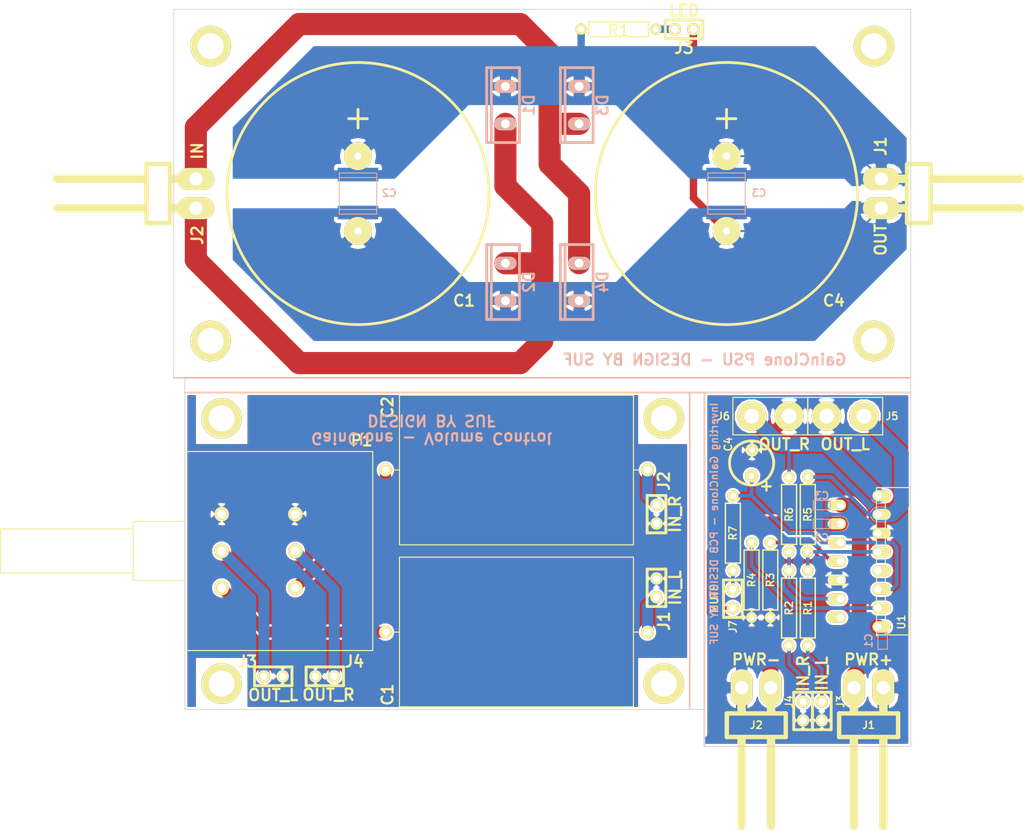
<source format=kicad_pcb>
(kicad_pcb (version 3) (host pcbnew "(2013-07-07 BZR 4022)-stable")

  (general
    (links 76)
    (no_connects 10)
    (area 11.170999 17.4816 150.624001 131.659001)
    (thickness 1.6)
    (drawings 20)
    (tracks 137)
    (zones 0)
    (modules 46)
    (nets 16)
  )

  (page A3)
  (layers
    (15 F.Cu signal)
    (0 B.Cu signal)
    (16 B.Adhes user)
    (17 F.Adhes user)
    (18 B.Paste user)
    (19 F.Paste user)
    (20 B.SilkS user)
    (21 F.SilkS user)
    (22 B.Mask user)
    (23 F.Mask user)
    (24 Dwgs.User user)
    (25 Cmts.User user)
    (26 Eco1.User user)
    (27 Eco2.User user)
    (28 Edge.Cuts user)
  )

  (setup
    (last_trace_width 0.254)
    (user_trace_width 3)
    (user_trace_width 0.5)
    (user_trace_width 1)
    (user_trace_width 2)
    (user_trace_width 1)
    (user_trace_width 3)
    (user_trace_width 1)
    (user_trace_width 1.5)
    (user_trace_width 2)
    (trace_clearance 0.254)
    (zone_clearance 0.3)
    (zone_45_only no)
    (trace_min 0.254)
    (segment_width 0.2)
    (edge_width 0.1)
    (via_size 0.889)
    (via_drill 0.635)
    (via_min_size 0.889)
    (via_min_drill 0.508)
    (uvia_size 0.508)
    (uvia_drill 0.127)
    (uvias_allowed no)
    (uvia_min_size 0.508)
    (uvia_min_drill 0.127)
    (pcb_text_width 0.3)
    (pcb_text_size 1.5 1.5)
    (mod_edge_width 0.15)
    (mod_text_size 1 1)
    (mod_text_width 0.15)
    (pad_size 2 2)
    (pad_drill 1.2)
    (pad_to_mask_clearance 0)
    (aux_axis_origin 35 120)
    (visible_elements 7FFFFFFF)
    (pcbplotparams
      (layerselection 284196865)
      (usegerberextensions true)
      (excludeedgelayer true)
      (linewidth 0.100000)
      (plotframeref false)
      (viasonmask false)
      (mode 1)
      (useauxorigin false)
      (hpglpennumber 1)
      (hpglpenspeed 20)
      (hpglpendiameter 15)
      (hpglpenoverlay 2)
      (psnegative false)
      (psa4output false)
      (plotreference true)
      (plotvalue true)
      (plotothertext true)
      (plotinvisibletext false)
      (padsonsilk false)
      (subtractmaskfromsilk false)
      (outputformat 1)
      (mirror false)
      (drillshape 0)
      (scaleselection 1)
      (outputdirectory GERBER/))
  )

  (net 0 "")
  (net 1 GND)
  (net 2 N-000001)
  (net 3 N-0000010)
  (net 4 N-0000011)
  (net 5 N-0000012)
  (net 6 N-0000013)
  (net 7 N-000002)
  (net 8 N-000003)
  (net 9 N-000004)
  (net 10 N-000005)
  (net 11 N-000006)
  (net 12 N-000007)
  (net 13 N-000009)
  (net 14 VCC)
  (net 15 VEE)

  (net_class Default "This is the default net class."
    (clearance 0.254)
    (trace_width 0.254)
    (via_dia 0.889)
    (via_drill 0.635)
    (uvia_dia 0.508)
    (uvia_drill 0.127)
    (add_net "")
    (add_net GND)
    (add_net N-000001)
    (add_net N-0000010)
    (add_net N-0000011)
    (add_net N-0000012)
    (add_net N-0000013)
    (add_net N-000002)
    (add_net N-000003)
    (add_net N-000004)
    (add_net N-000005)
    (add_net N-000006)
    (add_net N-000007)
    (add_net N-000009)
    (add_net VCC)
    (add_net VEE)
  )

  (module SM0603 (layer B.Cu) (tedit 52634ED1) (tstamp 526267D6)
    (at 131.185 105.685 270)
    (path /524C599B)
    (attr smd)
    (fp_text reference C1 (at 0 1.905 270) (layer B.SilkS)
      (effects (font (size 1 1) (thickness 0.2)) (justify mirror))
    )
    (fp_text value 100nF (at 0 0 270) (layer B.SilkS) hide
      (effects (font (size 0.508 0.4572) (thickness 0.1143)) (justify mirror))
    )
    (fp_line (start -1.143 0.635) (end 1.143 0.635) (layer B.SilkS) (width 0.127))
    (fp_line (start 1.143 0.635) (end 1.143 -0.635) (layer B.SilkS) (width 0.127))
    (fp_line (start 1.143 -0.635) (end -1.143 -0.635) (layer B.SilkS) (width 0.127))
    (fp_line (start -1.143 -0.635) (end -1.143 0.635) (layer B.SilkS) (width 0.127))
    (pad 1 smd rect (at -0.762 0 270) (size 0.635 1.143)
      (layers B.Cu B.Paste B.Mask)
      (net 14 VCC)
    )
    (pad 2 smd rect (at 0.762 0 270) (size 0.635 1.143)
      (layers B.Cu B.Paste B.Mask)
      (net 1 GND)
    )
    (model smd\resistors\R0603.wrl
      (at (xyz 0 0 0.001))
      (scale (xyz 0.5 0.5 0.5))
      (rotate (xyz 0 0 0))
    )
  )

  (module SM0603 (layer B.Cu) (tedit 52634EAD) (tstamp 526267E0)
    (at 122.93 89.81)
    (path /524C59AA)
    (attr smd)
    (fp_text reference C2 (at 0 1.905) (layer B.SilkS)
      (effects (font (size 1 1) (thickness 0.2)) (justify mirror))
    )
    (fp_text value 100nF (at 0 0) (layer B.SilkS) hide
      (effects (font (size 0.508 0.4572) (thickness 0.1143)) (justify mirror))
    )
    (fp_line (start -1.143 0.635) (end 1.143 0.635) (layer B.SilkS) (width 0.127))
    (fp_line (start 1.143 0.635) (end 1.143 -0.635) (layer B.SilkS) (width 0.127))
    (fp_line (start 1.143 -0.635) (end -1.143 -0.635) (layer B.SilkS) (width 0.127))
    (fp_line (start -1.143 -0.635) (end -1.143 0.635) (layer B.SilkS) (width 0.127))
    (pad 1 smd rect (at -0.762 0) (size 0.635 1.143)
      (layers B.Cu B.Paste B.Mask)
      (net 1 GND)
    )
    (pad 2 smd rect (at 0.762 0) (size 0.635 1.143)
      (layers B.Cu B.Paste B.Mask)
      (net 15 VEE)
    )
    (model smd\resistors\R0603.wrl
      (at (xyz 0 0 0.001))
      (scale (xyz 0.5 0.5 0.5))
      (rotate (xyz 0 0 0))
    )
  )

  (module SM0603 (layer B.Cu) (tedit 52634E81) (tstamp 526267EA)
    (at 122.93 87.27 180)
    (path /524C5A9E)
    (attr smd)
    (fp_text reference C3 (at 0 1.27 180) (layer B.SilkS)
      (effects (font (size 1 1) (thickness 0.2)) (justify mirror))
    )
    (fp_text value 100nF (at 0 0 180) (layer B.SilkS) hide
      (effects (font (size 0.508 0.4572) (thickness 0.1143)) (justify mirror))
    )
    (fp_line (start -1.143 0.635) (end 1.143 0.635) (layer B.SilkS) (width 0.127))
    (fp_line (start 1.143 0.635) (end 1.143 -0.635) (layer B.SilkS) (width 0.127))
    (fp_line (start 1.143 -0.635) (end -1.143 -0.635) (layer B.SilkS) (width 0.127))
    (fp_line (start -1.143 -0.635) (end -1.143 0.635) (layer B.SilkS) (width 0.127))
    (pad 1 smd rect (at -0.762 0 180) (size 0.635 1.143)
      (layers B.Cu B.Paste B.Mask)
      (net 14 VCC)
    )
    (pad 2 smd rect (at 0.762 0 180) (size 0.635 1.143)
      (layers B.Cu B.Paste B.Mask)
      (net 1 GND)
    )
    (model smd\resistors\R0603.wrl
      (at (xyz 0 0 0.001))
      (scale (xyz 0.5 0.5 0.5))
      (rotate (xyz 0 0 0))
    )
  )

  (module R4 (layer F.Cu) (tedit 5262E7EC) (tstamp 526267F7)
    (at 121.025 101.24 270)
    (descr "Resitance 4 pas")
    (tags R)
    (path /52485179)
    (autoplace_cost180 10)
    (fp_text reference R1 (at 0 0 270) (layer F.SilkS)
      (effects (font (size 1 1) (thickness 0.2)))
    )
    (fp_text value 10K (at 0 0 270) (layer F.SilkS) hide
      (effects (font (size 1.397 1.27) (thickness 0.2032)))
    )
    (fp_line (start -5.08 0) (end -4.064 0) (layer F.SilkS) (width 0.2))
    (fp_line (start -4.064 0) (end -4.064 -1.016) (layer F.SilkS) (width 0.2))
    (fp_line (start -4.064 -1.016) (end 4.064 -1.016) (layer F.SilkS) (width 0.2))
    (fp_line (start 4.064 -1.016) (end 4.064 1.016) (layer F.SilkS) (width 0.2))
    (fp_line (start 4.064 1.016) (end -4.064 1.016) (layer F.SilkS) (width 0.2))
    (fp_line (start -4.064 1.016) (end -4.064 0) (layer F.SilkS) (width 0.2))
    (fp_line (start 5.08 0) (end 4.064 0) (layer F.SilkS) (width 0.2))
    (pad 1 thru_hole circle (at -5.08 0 270) (size 1.5 1.5) (drill 0.8001)
      (layers *.Cu *.Mask F.SilkS)
      (net 6 N-0000013)
    )
    (pad 2 thru_hole circle (at 5.08 0 270) (size 1.5 1.5) (drill 0.8001)
      (layers *.Cu *.Mask F.SilkS)
      (net 3 N-0000010)
    )
    (model discret/resistor.wrl
      (at (xyz 0 0 0))
      (scale (xyz 0.4 0.4 0.4))
      (rotate (xyz 0 0 0))
    )
  )

  (module R4 (layer F.Cu) (tedit 5262E533) (tstamp 52626804)
    (at 115.945 97.43 270)
    (descr "Resitance 4 pas")
    (tags R)
    (path /52485188)
    (autoplace_cost180 10)
    (fp_text reference R3 (at 0 0 270) (layer F.SilkS)
      (effects (font (size 1 1) (thickness 0.2)))
    )
    (fp_text value 10K (at 0 0 270) (layer F.SilkS) hide
      (effects (font (size 1.397 1.27) (thickness 0.2032)))
    )
    (fp_line (start -5.08 0) (end -4.064 0) (layer F.SilkS) (width 0.2))
    (fp_line (start -4.064 0) (end -4.064 -1.016) (layer F.SilkS) (width 0.2))
    (fp_line (start -4.064 -1.016) (end 4.064 -1.016) (layer F.SilkS) (width 0.2))
    (fp_line (start 4.064 -1.016) (end 4.064 1.016) (layer F.SilkS) (width 0.2))
    (fp_line (start 4.064 1.016) (end -4.064 1.016) (layer F.SilkS) (width 0.2))
    (fp_line (start -4.064 1.016) (end -4.064 0) (layer F.SilkS) (width 0.2))
    (fp_line (start 5.08 0) (end 4.064 0) (layer F.SilkS) (width 0.2))
    (pad 1 thru_hole circle (at -5.08 0 270) (size 1.5 1.5) (drill 0.8001)
      (layers *.Cu *.Mask F.SilkS)
      (net 5 N-0000012)
    )
    (pad 2 thru_hole circle (at 5.08 0 270) (size 1.5 1.5) (drill 0.8001)
      (layers *.Cu *.Mask F.SilkS)
      (net 1 GND)
    )
    (model discret/resistor.wrl
      (at (xyz 0 0 0))
      (scale (xyz 0.4 0.4 0.4))
      (rotate (xyz 0 0 0))
    )
  )

  (module R4 (layer F.Cu) (tedit 5262E420) (tstamp 52626811)
    (at 121.025 88.54 270)
    (descr "Resitance 4 pas")
    (tags R)
    (path /524851A6)
    (autoplace_cost180 10)
    (fp_text reference R5 (at 0 0 270) (layer F.SilkS)
      (effects (font (size 1 1) (thickness 0.2)))
    )
    (fp_text value 220K (at 0 0 270) (layer F.SilkS) hide
      (effects (font (size 1.397 1.27) (thickness 0.2032)))
    )
    (fp_line (start -5.08 0) (end -4.064 0) (layer F.SilkS) (width 0.2))
    (fp_line (start -4.064 0) (end -4.064 -1.016) (layer F.SilkS) (width 0.2))
    (fp_line (start -4.064 -1.016) (end 4.064 -1.016) (layer F.SilkS) (width 0.2))
    (fp_line (start 4.064 -1.016) (end 4.064 1.016) (layer F.SilkS) (width 0.2))
    (fp_line (start 4.064 1.016) (end -4.064 1.016) (layer F.SilkS) (width 0.2))
    (fp_line (start -4.064 1.016) (end -4.064 0) (layer F.SilkS) (width 0.2))
    (fp_line (start 5.08 0) (end 4.064 0) (layer F.SilkS) (width 0.2))
    (pad 1 thru_hole circle (at -5.08 0 270) (size 1.5 1.5) (drill 0.8001)
      (layers *.Cu *.Mask F.SilkS)
      (net 4 N-0000011)
    )
    (pad 2 thru_hole circle (at 5.08 0 270) (size 1.5 1.5) (drill 0.8001)
      (layers *.Cu *.Mask F.SilkS)
      (net 6 N-0000013)
    )
    (model discret/resistor.wrl
      (at (xyz 0 0 0))
      (scale (xyz 0.4 0.4 0.4))
      (rotate (xyz 0 0 0))
    )
  )

  (module R4 (layer F.Cu) (tedit 5262E7D4) (tstamp 5262681E)
    (at 118.485 101.24 270)
    (descr "Resitance 4 pas")
    (tags R)
    (path /526202B7)
    (autoplace_cost180 10)
    (fp_text reference R2 (at 0 0 270) (layer F.SilkS)
      (effects (font (size 1 1) (thickness 0.2)))
    )
    (fp_text value 10K (at 0 0 270) (layer F.SilkS) hide
      (effects (font (size 1.397 1.27) (thickness 0.2032)))
    )
    (fp_line (start -5.08 0) (end -4.064 0) (layer F.SilkS) (width 0.2))
    (fp_line (start -4.064 0) (end -4.064 -1.016) (layer F.SilkS) (width 0.2))
    (fp_line (start -4.064 -1.016) (end 4.064 -1.016) (layer F.SilkS) (width 0.2))
    (fp_line (start 4.064 -1.016) (end 4.064 1.016) (layer F.SilkS) (width 0.2))
    (fp_line (start 4.064 1.016) (end -4.064 1.016) (layer F.SilkS) (width 0.2))
    (fp_line (start -4.064 1.016) (end -4.064 0) (layer F.SilkS) (width 0.2))
    (fp_line (start 5.08 0) (end 4.064 0) (layer F.SilkS) (width 0.2))
    (pad 1 thru_hole circle (at -5.08 0 270) (size 1.5 1.5) (drill 0.8001)
      (layers *.Cu *.Mask F.SilkS)
      (net 2 N-000001)
    )
    (pad 2 thru_hole circle (at 5.08 0 270) (size 1.5 1.5) (drill 0.8001)
      (layers *.Cu *.Mask F.SilkS)
      (net 9 N-000004)
    )
    (model discret/resistor.wrl
      (at (xyz 0 0 0))
      (scale (xyz 0.4 0.4 0.4))
      (rotate (xyz 0 0 0))
    )
  )

  (module R4 (layer F.Cu) (tedit 5262E4E0) (tstamp 5262682B)
    (at 113.405 97.43 270)
    (descr "Resitance 4 pas")
    (tags R)
    (path /526202BD)
    (autoplace_cost180 10)
    (fp_text reference R4 (at 0 0 270) (layer F.SilkS)
      (effects (font (size 1 1) (thickness 0.2)))
    )
    (fp_text value 10K (at 0 0 270) (layer F.SilkS) hide
      (effects (font (size 1.397 1.27) (thickness 0.2032)))
    )
    (fp_line (start -5.08 0) (end -4.064 0) (layer F.SilkS) (width 0.2))
    (fp_line (start -4.064 0) (end -4.064 -1.016) (layer F.SilkS) (width 0.2))
    (fp_line (start -4.064 -1.016) (end 4.064 -1.016) (layer F.SilkS) (width 0.2))
    (fp_line (start 4.064 -1.016) (end 4.064 1.016) (layer F.SilkS) (width 0.2))
    (fp_line (start 4.064 1.016) (end -4.064 1.016) (layer F.SilkS) (width 0.2))
    (fp_line (start -4.064 1.016) (end -4.064 0) (layer F.SilkS) (width 0.2))
    (fp_line (start 5.08 0) (end 4.064 0) (layer F.SilkS) (width 0.2))
    (pad 1 thru_hole circle (at -5.08 0 270) (size 1.5 1.5) (drill 0.8001)
      (layers *.Cu *.Mask F.SilkS)
      (net 7 N-000002)
    )
    (pad 2 thru_hole circle (at 5.08 0 270) (size 1.5 1.5) (drill 0.8001)
      (layers *.Cu *.Mask F.SilkS)
      (net 1 GND)
    )
    (model discret/resistor.wrl
      (at (xyz 0 0 0))
      (scale (xyz 0.4 0.4 0.4))
      (rotate (xyz 0 0 0))
    )
  )

  (module R4 (layer F.Cu) (tedit 5262E3E4) (tstamp 52626838)
    (at 118.485 88.54 270)
    (descr "Resitance 4 pas")
    (tags R)
    (path /526202C3)
    (autoplace_cost180 10)
    (fp_text reference R6 (at 0 0 270) (layer F.SilkS)
      (effects (font (size 1 1) (thickness 0.2)))
    )
    (fp_text value 220K (at 0 0 270) (layer F.SilkS) hide
      (effects (font (size 1.397 1.27) (thickness 0.2032)))
    )
    (fp_line (start -5.08 0) (end -4.064 0) (layer F.SilkS) (width 0.2))
    (fp_line (start -4.064 0) (end -4.064 -1.016) (layer F.SilkS) (width 0.2))
    (fp_line (start -4.064 -1.016) (end 4.064 -1.016) (layer F.SilkS) (width 0.2))
    (fp_line (start 4.064 -1.016) (end 4.064 1.016) (layer F.SilkS) (width 0.2))
    (fp_line (start 4.064 1.016) (end -4.064 1.016) (layer F.SilkS) (width 0.2))
    (fp_line (start -4.064 1.016) (end -4.064 0) (layer F.SilkS) (width 0.2))
    (fp_line (start 5.08 0) (end 4.064 0) (layer F.SilkS) (width 0.2))
    (pad 1 thru_hole circle (at -5.08 0 270) (size 1.5 1.5) (drill 0.8001)
      (layers *.Cu *.Mask F.SilkS)
      (net 10 N-000005)
    )
    (pad 2 thru_hole circle (at 5.08 0 270) (size 1.5 1.5) (drill 0.8001)
      (layers *.Cu *.Mask F.SilkS)
      (net 2 N-000001)
    )
    (model discret/resistor.wrl
      (at (xyz 0 0 0))
      (scale (xyz 0.4 0.4 0.4))
      (rotate (xyz 0 0 0))
    )
  )

  (module HDR-2-5,08 (layer F.Cu) (tedit 52634E10) (tstamp 52626842)
    (at 126.105 75.205 180)
    (path /524C55B9)
    (fp_text reference J5 (at -6.35 0 180) (layer F.SilkS)
      (effects (font (size 1 1) (thickness 0.2)))
    )
    (fp_text value OUT_L (at 0 -3.81 180) (layer F.SilkS)
      (effects (font (size 1.5 1.5) (thickness 0.3)))
    )
    (fp_line (start -5.08 -2.54) (end -5.08 2.54) (layer F.SilkS) (width 0.15))
    (fp_line (start -5.08 2.54) (end 5.08 2.54) (layer F.SilkS) (width 0.15))
    (fp_line (start 5.08 2.54) (end 5.08 -2.54) (layer F.SilkS) (width 0.15))
    (fp_line (start 5.08 -2.54) (end -5.08 -2.54) (layer F.SilkS) (width 0.15))
    (pad 1 thru_hole circle (at -2.54 0 180) (size 4 4) (drill 2)
      (layers *.Cu *.Mask F.SilkS)
      (net 4 N-0000011)
    )
    (pad 2 thru_hole circle (at 2.54 0 180) (size 4 4) (drill 2)
      (layers *.Cu *.Mask F.SilkS)
      (net 1 GND)
    )
  )

  (module HDR-2-5,08 (layer F.Cu) (tedit 52634DF2) (tstamp 5262684C)
    (at 115.945 75.205)
    (path /526202DC)
    (fp_text reference J6 (at -6.35 0) (layer F.SilkS)
      (effects (font (size 1 1) (thickness 0.2)))
    )
    (fp_text value OUT_R (at 1.905 3.81) (layer F.SilkS)
      (effects (font (size 1.5 1.5) (thickness 0.3)))
    )
    (fp_line (start -5.08 -2.54) (end -5.08 2.54) (layer F.SilkS) (width 0.15))
    (fp_line (start -5.08 2.54) (end 5.08 2.54) (layer F.SilkS) (width 0.15))
    (fp_line (start 5.08 2.54) (end 5.08 -2.54) (layer F.SilkS) (width 0.15))
    (fp_line (start 5.08 -2.54) (end -5.08 -2.54) (layer F.SilkS) (width 0.15))
    (pad 1 thru_hole circle (at -2.54 0) (size 4 4) (drill 2)
      (layers *.Cu *.Mask F.SilkS)
      (net 10 N-000005)
    )
    (pad 2 thru_hole circle (at 2.54 0) (size 4 4) (drill 2)
      (layers *.Cu *.Mask F.SilkS)
      (net 1 GND)
    )
  )

  (module HDR-2 (layer F.Cu) (tedit 52634DDA) (tstamp 52626856)
    (at 122.93 115.21 90)
    (path /524C55AA)
    (fp_text reference J3 (at 1.27 2.54 90) (layer F.SilkS)
      (effects (font (size 1 1) (thickness 0.2)))
    )
    (fp_text value IN_L (at 5.08 0 90) (layer F.SilkS)
      (effects (font (size 1.5 1.5) (thickness 0.3)))
    )
    (fp_line (start -2.54 1.27) (end 2.54 1.27) (layer F.SilkS) (width 0.39878))
    (fp_line (start -2.54 -1.27) (end 2.54 -1.27) (layer F.SilkS) (width 0.39878))
    (fp_line (start 2.54 -1.27) (end 2.54 1.27) (layer F.SilkS) (width 0.39878))
    (fp_line (start -2.54 -1.27) (end -2.54 1.27) (layer F.SilkS) (width 0.381))
    (pad 1 thru_hole circle (at -1.27 0 90) (size 1.69926 1.69926) (drill 1.00076)
      (layers *.Cu *.Mask F.SilkS)
      (net 1 GND)
    )
    (pad 2 thru_hole circle (at 1.27 0 90) (size 1.69926 1.69926) (drill 1.00076)
      (layers *.Cu *.Mask F.SilkS)
      (net 3 N-0000010)
    )
  )

  (module HDR-2 (layer F.Cu) (tedit 52634DC4) (tstamp 52626860)
    (at 120.39 115.21 90)
    (path /526202D6)
    (fp_text reference J4 (at 1.27 -1.905 90) (layer F.SilkS)
      (effects (font (size 1 1) (thickness 0.2)))
    )
    (fp_text value IN_R (at 5.08 0 90) (layer F.SilkS)
      (effects (font (size 1.5 1.5) (thickness 0.3)))
    )
    (fp_line (start -2.54 1.27) (end 2.54 1.27) (layer F.SilkS) (width 0.39878))
    (fp_line (start -2.54 -1.27) (end 2.54 -1.27) (layer F.SilkS) (width 0.39878))
    (fp_line (start 2.54 -1.27) (end 2.54 1.27) (layer F.SilkS) (width 0.39878))
    (fp_line (start -2.54 -1.27) (end -2.54 1.27) (layer F.SilkS) (width 0.381))
    (pad 1 thru_hole circle (at -1.27 0 90) (size 1.69926 1.69926) (drill 1.00076)
      (layers *.Cu *.Mask F.SilkS)
      (net 1 GND)
    )
    (pad 2 thru_hole circle (at 1.27 0 90) (size 1.69926 1.69926) (drill 1.00076)
      (layers *.Cu *.Mask F.SilkS)
      (net 9 N-000004)
    )
  )

  (module CONN_NCW396-02R (layer F.Cu) (tedit 52634DB6) (tstamp 5262686E)
    (at 129.28 112.035 180)
    (path /524C5655)
    (fp_text reference J1 (at 0 -5.08 180) (layer F.SilkS)
      (effects (font (size 1 1) (thickness 0.2)))
    )
    (fp_text value PWR+ (at 0 3.81 180) (layer F.SilkS)
      (effects (font (size 1.5 1.5) (thickness 0.3)))
    )
    (fp_line (start 2 -7) (end 2 -18.8) (layer F.SilkS) (width 1.14))
    (fp_line (start -2 -7) (end -2 -18.8) (layer F.SilkS) (width 1.14))
    (fp_line (start 2 0) (end 2 -3.2) (layer F.SilkS) (width 1.14))
    (fp_line (start -2 0) (end -2 -3.2) (layer F.SilkS) (width 1.14))
    (fp_line (start -4 -3.5) (end -4 -6.7) (layer F.SilkS) (width 0.6))
    (fp_line (start 4 -3.5) (end 4 -6.7) (layer F.SilkS) (width 0.6))
    (fp_line (start -4.0005 -6.6995) (end 4.0005 -6.6995) (layer F.SilkS) (width 0.6))
    (fp_line (start -4.0005 -3.50126) (end 4.0005 -3.50126) (layer F.SilkS) (width 0.6))
    (pad 1 thru_hole oval (at -1.9812 0 180) (size 2.99974 5.00126) (drill 1.80086)
      (layers *.Cu *.Mask F.SilkS)
      (net 1 GND)
    )
    (pad 2 thru_hole oval (at 1.9812 0 180) (size 2.99974 5.00126) (drill 1.80086)
      (layers *.Cu *.Mask F.SilkS)
      (net 14 VCC)
    )
  )

  (module CONN_NCW396-02R (layer F.Cu) (tedit 52634DAB) (tstamp 5262687C)
    (at 114.04 112.035 180)
    (path /524C5664)
    (fp_text reference J2 (at 0 -5.08 180) (layer F.SilkS)
      (effects (font (size 1 1) (thickness 0.2)))
    )
    (fp_text value PWR- (at 0 3.81 180) (layer F.SilkS)
      (effects (font (size 1.5 1.5) (thickness 0.3)))
    )
    (fp_line (start 2 -7) (end 2 -18.8) (layer F.SilkS) (width 1.14))
    (fp_line (start -2 -7) (end -2 -18.8) (layer F.SilkS) (width 1.14))
    (fp_line (start 2 0) (end 2 -3.2) (layer F.SilkS) (width 1.14))
    (fp_line (start -2 0) (end -2 -3.2) (layer F.SilkS) (width 1.14))
    (fp_line (start -4 -3.5) (end -4 -6.7) (layer F.SilkS) (width 0.6))
    (fp_line (start 4 -3.5) (end 4 -6.7) (layer F.SilkS) (width 0.6))
    (fp_line (start -4.0005 -6.6995) (end 4.0005 -6.6995) (layer F.SilkS) (width 0.6))
    (fp_line (start -4.0005 -3.50126) (end 4.0005 -3.50126) (layer F.SilkS) (width 0.6))
    (pad 1 thru_hole oval (at -1.9812 0 180) (size 2.99974 5.00126) (drill 1.80086)
      (layers *.Cu *.Mask F.SilkS)
      (net 15 VEE)
    )
    (pad 2 thru_hole oval (at 1.9812 0 180) (size 2.99974 5.00126) (drill 1.80086)
      (layers *.Cu *.Mask F.SilkS)
      (net 1 GND)
    )
  )

  (module R4 (layer F.Cu) (tedit 5262E3AD) (tstamp 52627F05)
    (at 110.865 91.08 270)
    (descr "Resitance 4 pas")
    (tags R)
    (path /52620B37)
    (autoplace_cost180 10)
    (fp_text reference R7 (at 0 0 270) (layer F.SilkS)
      (effects (font (size 1 1) (thickness 0.2)))
    )
    (fp_text value 12K (at 0 0 270) (layer F.SilkS) hide
      (effects (font (size 1.397 1.27) (thickness 0.2032)))
    )
    (fp_line (start -5.08 0) (end -4.064 0) (layer F.SilkS) (width 0.2))
    (fp_line (start -4.064 0) (end -4.064 -1.016) (layer F.SilkS) (width 0.2))
    (fp_line (start -4.064 -1.016) (end 4.064 -1.016) (layer F.SilkS) (width 0.2))
    (fp_line (start 4.064 -1.016) (end 4.064 1.016) (layer F.SilkS) (width 0.2))
    (fp_line (start 4.064 1.016) (end -4.064 1.016) (layer F.SilkS) (width 0.2))
    (fp_line (start -4.064 1.016) (end -4.064 0) (layer F.SilkS) (width 0.2))
    (fp_line (start 5.08 0) (end 4.064 0) (layer F.SilkS) (width 0.2))
    (pad 1 thru_hole circle (at -5.08 0 270) (size 1.5 1.5) (drill 0.8001)
      (layers *.Cu *.Mask F.SilkS)
      (net 13 N-000009)
    )
    (pad 2 thru_hole circle (at 5.08 0 270) (size 1.5 1.5) (drill 0.8001)
      (layers *.Cu *.Mask F.SilkS)
      (net 12 N-000007)
    )
    (model discret/resistor.wrl
      (at (xyz 0 0 0))
      (scale (xyz 0.4 0.4 0.4))
      (rotate (xyz 0 0 0))
    )
  )

  (module C1,5P_D2,5 (layer F.Cu) (tedit 5262E123) (tstamp 52626F43)
    (at 113.405 81.555 90)
    (path /52620AF2)
    (fp_text reference C4 (at 2.54 -3.175 90) (layer F.SilkS)
      (effects (font (size 1 1) (thickness 0.2)))
    )
    (fp_text value 33uF/50V (at 0 4.445 90) (layer F.SilkS) hide
      (effects (font (size 1.524 1.524) (thickness 0.3048)))
    )
    (fp_text user + (at -3.175 1.905 90) (layer F.SilkS)
      (effects (font (size 1.524 1.524) (thickness 0.3048)))
    )
    (fp_circle (center 0 0) (end 3 0) (layer F.SilkS) (width 0.381))
    (pad 1 thru_hole circle (at -1.75 0 90) (size 1.778 1.778) (drill 0.8001)
      (layers *.Cu *.Mask F.SilkS)
      (net 13 N-000009)
    )
    (pad 2 thru_hole circle (at 1.75 0.05 90) (size 1.778 1.778) (drill 0.8001)
      (layers *.Cu *.Mask F.SilkS)
      (net 1 GND)
    )
  )

  (module TO220-15 (layer F.Cu) (tedit 5262E80C) (tstamp 526267CC)
    (at 130.55 94.89 270)
    (path /5248514F)
    (fp_text reference U1 (at 8.255 -3.175 270) (layer F.SilkS)
      (effects (font (size 1 1) (thickness 0.2)))
    )
    (fp_text value LM4766 (at 0 7 270) (layer F.SilkS) hide
      (effects (font (size 1 1) (thickness 0.15)))
    )
    (fp_line (start -10 -1) (end 10 -1) (layer F.SilkS) (width 0.15))
    (fp_line (start -10 -4.3) (end 10 -4.3) (layer F.SilkS) (width 0.15))
    (fp_line (start 10 -4.3) (end 10 0.2) (layer F.SilkS) (width 0.15))
    (fp_line (start 10 0.2) (end -10 0.2) (layer F.SilkS) (width 0.15))
    (fp_line (start -10 0.2) (end -10 -4.3) (layer F.SilkS) (width 0.15))
    (pad 1 thru_hole oval (at -8.89 0 270) (size 1.5 2.5) (drill 1 (offset 0 -0.5))
      (layers *.Cu *.Mask F.SilkS)
      (net 10 N-000005)
    )
    (pad 3 thru_hole oval (at -6.35 0 270) (size 1.5 2.5) (drill 1 (offset 0 -0.5))
      (layers *.Cu *.Mask F.SilkS)
      (net 4 N-0000011)
    )
    (pad 5 thru_hole oval (at -3.81 0 270) (size 1.5 2.5) (drill 1 (offset 0 -0.5))
      (layers *.Cu *.Mask F.SilkS)
      (net 1 GND)
    )
    (pad 7 thru_hole oval (at -1.27 0 270) (size 1.5 2.5) (drill 1 (offset 0 -0.5))
      (layers *.Cu *.Mask F.SilkS)
      (net 6 N-0000013)
    )
    (pad 9 thru_hole oval (at 1.27 0 270) (size 1.5 2.5) (drill 1 (offset 0 -0.5))
      (layers *.Cu *.Mask F.SilkS)
    )
    (pad 11 thru_hole oval (at 3.81 0 270) (size 1.5 2.5) (drill 1 (offset 0 -0.5))
      (layers *.Cu *.Mask F.SilkS)
      (net 13 N-000009)
    )
    (pad 13 thru_hole oval (at 6.35 0 270) (size 1.5 2.5) (drill 1 (offset 0 -0.5))
      (layers *.Cu *.Mask F.SilkS)
      (net 7 N-000002)
    )
    (pad 15 thru_hole oval (at 8.89 0 270) (size 1.5 2.5) (drill 1 (offset 0 -0.5))
      (layers *.Cu *.Mask F.SilkS)
      (net 14 VCC)
    )
    (pad 2 thru_hole oval (at -7.62 5.08 270) (size 1.5 2.5) (drill 1 (offset 0 0.5))
      (layers *.Cu *.Mask F.SilkS)
      (net 14 VCC)
    )
    (pad 4 thru_hole oval (at -5.08 5.08 270) (size 1.5 2.5) (drill 1 (offset 0 0.5))
      (layers *.Cu *.Mask F.SilkS)
      (net 15 VEE)
    )
    (pad 6 thru_hole oval (at -2.54 5.08 270) (size 1.5 2.5) (drill 1 (offset 0 0.5))
      (layers *.Cu *.Mask F.SilkS)
      (net 13 N-000009)
    )
    (pad 8 thru_hole oval (at 0 5.08 270) (size 1.5 2.5) (drill 1 (offset 0 0.5))
      (layers *.Cu *.Mask F.SilkS)
      (net 5 N-0000012)
    )
    (pad 10 thru_hole oval (at 2.54 5.08 270) (size 1.5 2.5) (drill 1 (offset 0 0.5))
      (layers *.Cu *.Mask F.SilkS)
      (net 1 GND)
    )
    (pad 12 thru_hole oval (at 5.08 5.08 270) (size 1.5 2.5) (drill 1 (offset 0 0.5))
      (layers *.Cu *.Mask F.SilkS)
      (net 2 N-000001)
    )
    (pad 14 thru_hole oval (at 7.62 5.08 270) (size 1.5 2.5) (drill 1 (offset 0 0.5))
      (layers *.Cu *.Mask F.SilkS)
    )
  )

  (module HDR-2 (layer F.Cu) (tedit 5262E493) (tstamp 52627BE4)
    (at 110.865 99.97 270)
    (path /52620ACF)
    (fp_text reference J7 (at 3.81 0 270) (layer F.SilkS)
      (effects (font (size 1 1) (thickness 0.2)))
    )
    (fp_text value MUTE (at 0 2.54 270) (layer F.SilkS)
      (effects (font (size 1 1) (thickness 0.2)))
    )
    (fp_line (start -2.54 1.27) (end 2.54 1.27) (layer F.SilkS) (width 0.39878))
    (fp_line (start -2.54 -1.27) (end 2.54 -1.27) (layer F.SilkS) (width 0.39878))
    (fp_line (start 2.54 -1.27) (end 2.54 1.27) (layer F.SilkS) (width 0.39878))
    (fp_line (start -2.54 -1.27) (end -2.54 1.27) (layer F.SilkS) (width 0.381))
    (pad 1 thru_hole circle (at -1.27 0 270) (size 1.69926 1.69926) (drill 1.00076)
      (layers *.Cu *.Mask F.SilkS)
      (net 12 N-000007)
    )
    (pad 2 thru_hole circle (at 1.27 0 270) (size 1.69926 1.69926) (drill 1.00076)
      (layers *.Cu *.Mask F.SilkS)
      (net 15 VEE)
    )
  )

  (module TO220-2 (layer B.Cu) (tedit 5264A416) (tstamp 525F81DB)
    (at 80 33 180)
    (path /525D99B3)
    (fp_text reference D1 (at -3.175 0 270) (layer B.SilkS)
      (effects (font (size 1.5 1.5) (thickness 0.3)) (justify mirror))
    )
    (fp_text value HFA15TB60PBF (at 0.635 6.35 180) (layer B.SilkS) hide
      (effects (font (size 1.524 1.016) (thickness 0.2032)) (justify mirror))
    )
    (fp_line (start 1.905 5.08) (end 2.54 5.08) (layer B.SilkS) (width 0.381))
    (fp_line (start 2.54 5.08) (end 2.54 -5.08) (layer B.SilkS) (width 0.381))
    (fp_line (start 2.54 -5.08) (end 1.905 -5.08) (layer B.SilkS) (width 0.381))
    (fp_line (start -1.905 5.08) (end 1.905 5.08) (layer B.SilkS) (width 0.381))
    (fp_line (start 1.905 5.08) (end 1.905 -5.08) (layer B.SilkS) (width 0.381))
    (fp_line (start 1.905 -5.08) (end -1.905 -5.08) (layer B.SilkS) (width 0.381))
    (fp_line (start -1.905 -5.08) (end -1.905 5.08) (layer B.SilkS) (width 0.381))
    (pad 1 thru_hole oval (at 0 2.54 180) (size 3.048 1.778) (drill 1.19888)
      (layers *.Cu *.Mask B.SilkS)
      (net 2 N-000001)
    )
    (pad 3 thru_hole oval (at 0 -2.54 180) (size 3.048 1.778) (drill 1.19888)
      (layers *.Cu *.Mask B.SilkS)
      (net 7 N-000002)
    )
    (model discret/to220_vert.wrl
      (at (xyz 0 0 0))
      (scale (xyz 1 1 1))
      (rotate (xyz 0 0 0))
    )
  )

  (module TO220-2 (layer B.Cu) (tedit 5264A437) (tstamp 525F81E8)
    (at 80 57 180)
    (path /525D99DB)
    (fp_text reference D2 (at -3.175 0 270) (layer B.SilkS)
      (effects (font (size 1.5 1.5) (thickness 0.3)) (justify mirror))
    )
    (fp_text value HFA15TB60PBF (at 0.635 6.35 180) (layer B.SilkS) hide
      (effects (font (size 1.524 1.016) (thickness 0.2032)) (justify mirror))
    )
    (fp_line (start 1.905 5.08) (end 2.54 5.08) (layer B.SilkS) (width 0.381))
    (fp_line (start 2.54 5.08) (end 2.54 -5.08) (layer B.SilkS) (width 0.381))
    (fp_line (start 2.54 -5.08) (end 1.905 -5.08) (layer B.SilkS) (width 0.381))
    (fp_line (start -1.905 5.08) (end 1.905 5.08) (layer B.SilkS) (width 0.381))
    (fp_line (start 1.905 5.08) (end 1.905 -5.08) (layer B.SilkS) (width 0.381))
    (fp_line (start 1.905 -5.08) (end -1.905 -5.08) (layer B.SilkS) (width 0.381))
    (fp_line (start -1.905 -5.08) (end -1.905 5.08) (layer B.SilkS) (width 0.381))
    (pad 1 thru_hole oval (at 0 2.54 180) (size 3.048 1.778) (drill 1.19888)
      (layers *.Cu *.Mask B.SilkS)
      (net 7 N-000002)
    )
    (pad 3 thru_hole oval (at 0 -2.54 180) (size 3.048 1.778) (drill 1.19888)
      (layers *.Cu *.Mask B.SilkS)
      (net 10 N-000005)
    )
    (model discret/to220_vert.wrl
      (at (xyz 0 0 0))
      (scale (xyz 1 1 1))
      (rotate (xyz 0 0 0))
    )
  )

  (module TO220-2 (layer B.Cu) (tedit 5264A449) (tstamp 525F81F5)
    (at 90 57 180)
    (path /525D99E3)
    (fp_text reference D4 (at -3.175 0 270) (layer B.SilkS)
      (effects (font (size 1.5 1.5) (thickness 0.3)) (justify mirror))
    )
    (fp_text value HFA15TB60PBF (at 0.635 6.35 180) (layer B.SilkS) hide
      (effects (font (size 1.524 1.016) (thickness 0.2032)) (justify mirror))
    )
    (fp_line (start 1.905 5.08) (end 2.54 5.08) (layer B.SilkS) (width 0.381))
    (fp_line (start 2.54 5.08) (end 2.54 -5.08) (layer B.SilkS) (width 0.381))
    (fp_line (start 2.54 -5.08) (end 1.905 -5.08) (layer B.SilkS) (width 0.381))
    (fp_line (start -1.905 5.08) (end 1.905 5.08) (layer B.SilkS) (width 0.381))
    (fp_line (start 1.905 5.08) (end 1.905 -5.08) (layer B.SilkS) (width 0.381))
    (fp_line (start 1.905 -5.08) (end -1.905 -5.08) (layer B.SilkS) (width 0.381))
    (fp_line (start -1.905 -5.08) (end -1.905 5.08) (layer B.SilkS) (width 0.381))
    (pad 1 thru_hole oval (at 0 2.54 180) (size 3.048 1.778) (drill 1.19888)
      (layers *.Cu *.Mask B.SilkS)
      (net 8 N-000003)
    )
    (pad 3 thru_hole oval (at 0 -2.54 180) (size 3.048 1.778) (drill 1.19888)
      (layers *.Cu *.Mask B.SilkS)
      (net 10 N-000005)
    )
    (model discret/to220_vert.wrl
      (at (xyz 0 0 0))
      (scale (xyz 1 1 1))
      (rotate (xyz 0 0 0))
    )
  )

  (module TO220-2 (layer B.Cu) (tedit 5264A428) (tstamp 525F8202)
    (at 90 33 180)
    (path /525D99EC)
    (fp_text reference D3 (at -3.175 0 270) (layer B.SilkS)
      (effects (font (size 1.5 1.5) (thickness 0.3)) (justify mirror))
    )
    (fp_text value HFA15TB60PBF (at 0.635 6.35 180) (layer B.SilkS) hide
      (effects (font (size 1.524 1.016) (thickness 0.2032)) (justify mirror))
    )
    (fp_line (start 1.905 5.08) (end 2.54 5.08) (layer B.SilkS) (width 0.381))
    (fp_line (start 2.54 5.08) (end 2.54 -5.08) (layer B.SilkS) (width 0.381))
    (fp_line (start 2.54 -5.08) (end 1.905 -5.08) (layer B.SilkS) (width 0.381))
    (fp_line (start -1.905 5.08) (end 1.905 5.08) (layer B.SilkS) (width 0.381))
    (fp_line (start 1.905 5.08) (end 1.905 -5.08) (layer B.SilkS) (width 0.381))
    (fp_line (start 1.905 -5.08) (end -1.905 -5.08) (layer B.SilkS) (width 0.381))
    (fp_line (start -1.905 -5.08) (end -1.905 5.08) (layer B.SilkS) (width 0.381))
    (pad 1 thru_hole oval (at 0 2.54 180) (size 3.048 1.778) (drill 1.19888)
      (layers *.Cu *.Mask B.SilkS)
      (net 2 N-000001)
    )
    (pad 3 thru_hole oval (at 0 -2.54 180) (size 3.048 1.778) (drill 1.19888)
      (layers *.Cu *.Mask B.SilkS)
      (net 8 N-000003)
    )
    (model discret/to220_vert.wrl
      (at (xyz 0 0 0))
      (scale (xyz 1 1 1))
      (rotate (xyz 0 0 0))
    )
  )

  (module C4P_D14 (layer F.Cu) (tedit 5264A5EB) (tstamp 525F8229)
    (at 60 45 270)
    (path /525CBB9D)
    (fp_text reference C1 (at 14.535 -14.395 360) (layer F.SilkS)
      (effects (font (size 1.5 1.5) (thickness 0.3)))
    )
    (fp_text value 10000uF/50V (at 0.635 7.62 270) (layer F.SilkS) hide
      (effects (font (size 1.524 1.524) (thickness 0.3048)))
    )
    (fp_circle (center 0 0) (end 17.78 0) (layer F.SilkS) (width 0.381))
    (fp_line (start -8.89 0) (end -11.43 0) (layer F.SilkS) (width 0.381))
    (fp_line (start -10.16 -1.27) (end -10.16 1.27) (layer F.SilkS) (width 0.381))
    (pad 1 thru_hole circle (at -5.08 0 270) (size 3.81 3.81) (drill 1.00076)
      (layers *.Cu *.Mask F.SilkS)
      (net 2 N-000001)
    )
    (pad 2 thru_hole circle (at 5.08 0 270) (size 3.81 3.81) (drill 1.00076)
      (layers *.Cu *.Mask F.SilkS)
      (net 10 N-000005)
    )
  )

  (module C4P_D14 (layer F.Cu) (tedit 5264A609) (tstamp 525F8232)
    (at 110 45 270)
    (path /525CBC09)
    (fp_text reference C4 (at 14.535 -14.56 360) (layer F.SilkS)
      (effects (font (size 1.5 1.5) (thickness 0.3)))
    )
    (fp_text value 10000uF/50V (at 0.635 7.62 270) (layer F.SilkS) hide
      (effects (font (size 1.524 1.524) (thickness 0.3048)))
    )
    (fp_circle (center 0 0) (end 17.78 0) (layer F.SilkS) (width 0.381))
    (fp_line (start -8.89 0) (end -11.43 0) (layer F.SilkS) (width 0.381))
    (fp_line (start -10.16 -1.27) (end -10.16 1.27) (layer F.SilkS) (width 0.381))
    (pad 1 thru_hole circle (at -5.08 0 270) (size 3.81 3.81) (drill 1.00076)
      (layers *.Cu *.Mask F.SilkS)
      (net 2 N-000001)
    )
    (pad 2 thru_hole circle (at 5.08 0 270) (size 3.81 3.81) (drill 1.00076)
      (layers *.Cu *.Mask F.SilkS)
      (net 10 N-000005)
    )
  )

  (module c_2220 (layer B.Cu) (tedit 5264A3C8) (tstamp 525F84CF)
    (at 60 45 90)
    (descr "SMT capacitor, 2220")
    (path /525CBB83)
    (fp_text reference C2 (at 0.07 4.235 180) (layer B.SilkS)
      (effects (font (size 1 1) (thickness 0.2)) (justify mirror))
    )
    (fp_text value 100nF/50V (at 0 -3.302 90) (layer B.SilkS) hide
      (effects (font (size 0.50038 0.50038) (thickness 0.11938)) (justify mirror))
    )
    (fp_line (start 2.159 2.54) (end 2.159 -2.54) (layer B.SilkS) (width 0.127))
    (fp_line (start -2.159 2.54) (end -2.159 -2.54) (layer B.SilkS) (width 0.127))
    (fp_line (start -2.794 2.54) (end 2.794 2.54) (layer B.SilkS) (width 0.127))
    (fp_line (start 2.794 2.54) (end 2.794 -2.54) (layer B.SilkS) (width 0.127))
    (fp_line (start 2.794 -2.54) (end -2.794 -2.54) (layer B.SilkS) (width 0.127))
    (fp_line (start -2.794 -2.54) (end -2.794 2.54) (layer B.SilkS) (width 0.127))
    (pad 1 smd rect (at 2.57556 0 90) (size 1.84912 5.4991)
      (layers B.Cu B.Paste B.Mask)
      (net 2 N-000001)
    )
    (pad 2 smd rect (at -2.57556 0 90) (size 1.84912 5.4991)
      (layers B.Cu B.Paste B.Mask)
      (net 10 N-000005)
    )
    (model smd/capacitors/c_2220.wrl
      (at (xyz 0 0 0))
      (scale (xyz 1 1 1))
      (rotate (xyz 0 0 0))
    )
  )

  (module c_2220 (layer B.Cu) (tedit 5264A464) (tstamp 525F84DB)
    (at 110 45 90)
    (descr "SMT capacitor, 2220")
    (path /525CBC03)
    (fp_text reference C3 (at 0.07 4.4 180) (layer B.SilkS)
      (effects (font (size 1 1) (thickness 0.2)) (justify mirror))
    )
    (fp_text value 100nF/50V (at 0 -3.302 90) (layer B.SilkS) hide
      (effects (font (size 0.50038 0.50038) (thickness 0.11938)) (justify mirror))
    )
    (fp_line (start 2.159 2.54) (end 2.159 -2.54) (layer B.SilkS) (width 0.127))
    (fp_line (start -2.159 2.54) (end -2.159 -2.54) (layer B.SilkS) (width 0.127))
    (fp_line (start -2.794 2.54) (end 2.794 2.54) (layer B.SilkS) (width 0.127))
    (fp_line (start 2.794 2.54) (end 2.794 -2.54) (layer B.SilkS) (width 0.127))
    (fp_line (start 2.794 -2.54) (end -2.794 -2.54) (layer B.SilkS) (width 0.127))
    (fp_line (start -2.794 -2.54) (end -2.794 2.54) (layer B.SilkS) (width 0.127))
    (pad 1 smd rect (at 2.57556 0 90) (size 1.84912 5.4991)
      (layers B.Cu B.Paste B.Mask)
      (net 2 N-000001)
    )
    (pad 2 smd rect (at -2.57556 0 90) (size 1.84912 5.4991)
      (layers B.Cu B.Paste B.Mask)
      (net 10 N-000005)
    )
    (model smd/capacitors/c_2220.wrl
      (at (xyz 0 0 0))
      (scale (xyz 1 1 1))
      (rotate (xyz 0 0 0))
    )
  )

  (module MNT_HOLE_3.5 (layer F.Cu) (tedit 4AAB215B) (tstamp 525FE8A4)
    (at 130 25)
    (fp_text reference MNT_HOLE_3.5 (at 0 -6.35) (layer F.SilkS) hide
      (effects (font (size 1.524 1.524) (thickness 0.3048)))
    )
    (fp_text value "" (at 0 0) (layer F.SilkS) hide
      (effects (font (size 1.524 1.524) (thickness 0.3048)))
    )
    (pad "" thru_hole circle (at 0 0) (size 5.4991 5.4991) (drill 3.50012)
      (layers *.Cu *.Mask F.SilkS)
    )
  )

  (module MNT_HOLE_3.5 (layer F.Cu) (tedit 4AAB215B) (tstamp 525FE8AD)
    (at 130 65)
    (fp_text reference MNT_HOLE_3.5 (at 0 -6.35) (layer F.SilkS) hide
      (effects (font (size 1.524 1.524) (thickness 0.3048)))
    )
    (fp_text value "" (at 0 0) (layer F.SilkS) hide
      (effects (font (size 1.524 1.524) (thickness 0.3048)))
    )
    (pad "" thru_hole circle (at 0 0) (size 5.4991 5.4991) (drill 3.50012)
      (layers *.Cu *.Mask F.SilkS)
    )
  )

  (module MNT_HOLE_3.5 (layer F.Cu) (tedit 4AAB215B) (tstamp 525FE8B6)
    (at 40 65)
    (fp_text reference MNT_HOLE_3.5 (at 0 -6.35) (layer F.SilkS) hide
      (effects (font (size 1.524 1.524) (thickness 0.3048)))
    )
    (fp_text value "" (at 0 0) (layer F.SilkS) hide
      (effects (font (size 1.524 1.524) (thickness 0.3048)))
    )
    (pad "" thru_hole circle (at 0 0) (size 5.4991 5.4991) (drill 3.50012)
      (layers *.Cu *.Mask F.SilkS)
    )
  )

  (module MNT_HOLE_3.5 (layer F.Cu) (tedit 4AAB215B) (tstamp 525FE8BF)
    (at 40 25)
    (fp_text reference MNT_HOLE_3.5 (at 0 -6.35) (layer F.SilkS) hide
      (effects (font (size 1.524 1.524) (thickness 0.3048)))
    )
    (fp_text value "" (at 0 0) (layer F.SilkS) hide
      (effects (font (size 1.524 1.524) (thickness 0.3048)))
    )
    (pad "" thru_hole circle (at 0 0) (size 5.4991 5.4991) (drill 3.50012)
      (layers *.Cu *.Mask F.SilkS)
    )
  )

  (module CONN_NCW396-02R (layer F.Cu) (tedit 5264A358) (tstamp 525F820C)
    (at 38 45 90)
    (path /525CBCD7)
    (fp_text reference J2 (at -5.645 0.2 90) (layer F.SilkS)
      (effects (font (size 1.5 1.5) (thickness 0.3)))
    )
    (fp_text value IN (at 5.785 0.2 90) (layer F.SilkS)
      (effects (font (size 1.5 1.5) (thickness 0.3)))
    )
    (fp_line (start 2 -7) (end 2 -18.8) (layer F.SilkS) (width 1.14))
    (fp_line (start -2 -7) (end -2 -18.8) (layer F.SilkS) (width 1.14))
    (fp_line (start 2 0) (end 2 -3.2) (layer F.SilkS) (width 1.14))
    (fp_line (start -2 0) (end -2 -3.2) (layer F.SilkS) (width 1.14))
    (fp_line (start -4 -3.5) (end -4 -6.7) (layer F.SilkS) (width 0.6))
    (fp_line (start 4 -3.5) (end 4 -6.7) (layer F.SilkS) (width 0.6))
    (fp_line (start -4.0005 -6.6995) (end 4.0005 -6.6995) (layer F.SilkS) (width 0.6))
    (fp_line (start -4.0005 -3.50126) (end 4.0005 -3.50126) (layer F.SilkS) (width 0.6))
    (pad 1 thru_hole oval (at -1.9812 0 90) (size 2.99974 5.00126) (drill 1.80086)
      (layers *.Cu *.Mask F.SilkS)
      (net 7 N-000002)
    )
    (pad 2 thru_hole oval (at 1.9812 0 90) (size 2.99974 5.00126) (drill 1.80086)
      (layers *.Cu *.Mask F.SilkS)
      (net 8 N-000003)
    )
  )

  (module CONN_NCW396-02R (layer F.Cu) (tedit 5264A5B6) (tstamp 525F8220)
    (at 131 45 270)
    (path /525CBCF5)
    (fp_text reference J1 (at -6.42 0.09 270) (layer F.SilkS)
      (effects (font (size 1.5 1.5) (thickness 0.3)))
    )
    (fp_text value OUT (at 6.28 0.09 270) (layer F.SilkS)
      (effects (font (size 1.5 1.5) (thickness 0.3)))
    )
    (fp_line (start 2 -7) (end 2 -18.8) (layer F.SilkS) (width 1.14))
    (fp_line (start -2 -7) (end -2 -18.8) (layer F.SilkS) (width 1.14))
    (fp_line (start 2 0) (end 2 -3.2) (layer F.SilkS) (width 1.14))
    (fp_line (start -2 0) (end -2 -3.2) (layer F.SilkS) (width 1.14))
    (fp_line (start -4 -3.5) (end -4 -6.7) (layer F.SilkS) (width 0.6))
    (fp_line (start 4 -3.5) (end 4 -6.7) (layer F.SilkS) (width 0.6))
    (fp_line (start -4.0005 -6.6995) (end 4.0005 -6.6995) (layer F.SilkS) (width 0.6))
    (fp_line (start -4.0005 -3.50126) (end 4.0005 -3.50126) (layer F.SilkS) (width 0.6))
    (pad 1 thru_hole oval (at -1.9812 0 270) (size 2.99974 5.00126) (drill 1.80086)
      (layers *.Cu *.Mask F.SilkS)
      (net 2 N-000001)
    )
    (pad 2 thru_hole oval (at 1.9812 0 270) (size 2.99974 5.00126) (drill 1.80086)
      (layers *.Cu *.Mask F.SilkS)
      (net 10 N-000005)
    )
  )

  (module R4 (layer F.Cu) (tedit 52119F90) (tstamp 5264F20E)
    (at 95.35 22.705)
    (descr "Resitance 4 pas")
    (tags R)
    (path /5264B70B)
    (autoplace_cost180 10)
    (fp_text reference R1 (at 0 0.18) (layer F.SilkS)
      (effects (font (size 1.5 1.5) (thickness 0.2032)))
    )
    (fp_text value 2,7K (at 0 0) (layer F.SilkS) hide
      (effects (font (size 1.397 1.27) (thickness 0.2032)))
    )
    (fp_line (start -5.08 0) (end -4.064 0) (layer F.SilkS) (width 0.2))
    (fp_line (start -4.064 0) (end -4.064 -1.016) (layer F.SilkS) (width 0.2))
    (fp_line (start -4.064 -1.016) (end 4.064 -1.016) (layer F.SilkS) (width 0.2))
    (fp_line (start 4.064 -1.016) (end 4.064 1.016) (layer F.SilkS) (width 0.2))
    (fp_line (start 4.064 1.016) (end -4.064 1.016) (layer F.SilkS) (width 0.2))
    (fp_line (start -4.064 1.016) (end -4.064 0) (layer F.SilkS) (width 0.2))
    (fp_line (start 5.08 0) (end 4.064 0) (layer F.SilkS) (width 0.2))
    (pad 1 thru_hole circle (at -5.08 0) (size 1.5 1.5) (drill 0.8001)
      (layers *.Cu *.Mask F.SilkS)
      (net 2 N-000001)
    )
    (pad 2 thru_hole circle (at 5.08 0) (size 1.5 1.5) (drill 0.8001)
      (layers *.Cu *.Mask F.SilkS)
      (net 9 N-000004)
    )
    (model discret/resistor.wrl
      (at (xyz 0 0 0))
      (scale (xyz 0.4 0.4 0.4))
      (rotate (xyz 0 0 0))
    )
  )

  (module HDR-2 (layer F.Cu) (tedit 51CBC256) (tstamp 5264F218)
    (at 104.24 22.705 180)
    (path /5264B748)
    (fp_text reference J3 (at 0 -2.54 180) (layer F.SilkS)
      (effects (font (size 1.524 1.524) (thickness 0.3048)))
    )
    (fp_text value LED (at 0 2.54 180) (layer F.SilkS)
      (effects (font (size 1.524 1.524) (thickness 0.3048)))
    )
    (fp_line (start -2.54 1.27) (end 2.54 1.27) (layer F.SilkS) (width 0.39878))
    (fp_line (start -2.54 -1.27) (end 2.54 -1.27) (layer F.SilkS) (width 0.39878))
    (fp_line (start 2.54 -1.27) (end 2.54 1.27) (layer F.SilkS) (width 0.39878))
    (fp_line (start -2.54 -1.27) (end -2.54 1.27) (layer F.SilkS) (width 0.381))
    (pad 1 thru_hole circle (at -1.27 0 180) (size 1.69926 1.69926) (drill 1.00076)
      (layers *.Cu *.Mask F.SilkS)
      (net 10 N-000005)
    )
    (pad 2 thru_hole circle (at 1.27 0 180) (size 1.69926 1.69926) (drill 1.00076)
      (layers *.Cu *.Mask F.SilkS)
      (net 9 N-000004)
    )
  )

  (module RK27112 (layer F.Cu) (tedit 526BD3CB) (tstamp 526BD0BF)
    (at 46.5 93.5 180)
    (path /526B4A43)
    (fp_text reference P1 (at -14 15 180) (layer F.SilkS)
      (effects (font (size 1.5 1.5) (thickness 0.3)))
    )
    (fp_text value "50K Log" (at 0 15 180) (layer F.SilkS) hide
      (effects (font (size 1 1) (thickness 0.15)))
    )
    (fp_line (start 17 -3) (end 35 -3) (layer F.SilkS) (width 0.15))
    (fp_line (start 35 -3) (end 35 3) (layer F.SilkS) (width 0.15))
    (fp_line (start 35 3) (end 17 3) (layer F.SilkS) (width 0.15))
    (fp_line (start 10 -4) (end 17 -4) (layer F.SilkS) (width 0.15))
    (fp_line (start 17 -4) (end 17 4) (layer F.SilkS) (width 0.15))
    (fp_line (start 17 4) (end 10 4) (layer F.SilkS) (width 0.15))
    (fp_line (start 10 -13.5) (end -15.5 -13.5) (layer F.SilkS) (width 0.15))
    (fp_line (start -15.5 -13.5) (end -15.5 13.5) (layer F.SilkS) (width 0.15))
    (fp_line (start -15.5 13.5) (end 10 13.5) (layer F.SilkS) (width 0.15))
    (fp_line (start 10 13.5) (end 10 -13.5) (layer F.SilkS) (width 0.15))
    (pad 1 thru_hole circle (at 5 5 180) (size 2 2) (drill 1.2)
      (layers *.Cu *.Mask F.SilkS)
      (net 1 GND)
    )
    (pad 2 thru_hole circle (at 5 0 180) (size 2 2) (drill 1.2)
      (layers *.Cu *.Mask F.SilkS)
      (net 9 N-000004)
    )
    (pad 3 thru_hole circle (at 5 -5 180) (size 2 2) (drill 1.2)
      (layers *.Cu *.Mask F.SilkS)
      (net 8 N-000003)
    )
    (pad 4 thru_hole circle (at -5 5 180) (size 2 2) (drill 1.2)
      (layers *.Cu *.Mask F.SilkS)
      (net 1 GND)
    )
    (pad 5 thru_hole circle (at -5 0 180) (size 2 2) (drill 1.2)
      (layers *.Cu *.Mask F.SilkS)
      (net 12 N-000007)
    )
    (pad 6 thru_hole circle (at -5 -5 180) (size 2 2) (drill 1.2)
      (layers *.Cu *.Mask F.SilkS)
      (net 11 N-000006)
    )
  )

  (module HDR-2 (layer F.Cu) (tedit 526BD3BF) (tstamp 526BD0C9)
    (at 48.5 110.5)
    (path /526B4AA2)
    (fp_text reference J3 (at -3.5 -2) (layer F.SilkS)
      (effects (font (size 1.524 1.524) (thickness 0.3048)))
    )
    (fp_text value OUT_L (at 0 2.54) (layer F.SilkS)
      (effects (font (size 1.524 1.524) (thickness 0.3048)))
    )
    (fp_line (start -2.54 1.27) (end 2.54 1.27) (layer F.SilkS) (width 0.39878))
    (fp_line (start -2.54 -1.27) (end 2.54 -1.27) (layer F.SilkS) (width 0.39878))
    (fp_line (start 2.54 -1.27) (end 2.54 1.27) (layer F.SilkS) (width 0.39878))
    (fp_line (start -2.54 -1.27) (end -2.54 1.27) (layer F.SilkS) (width 0.381))
    (pad 1 thru_hole circle (at -1.27 0) (size 1.69926 1.69926) (drill 1.00076)
      (layers *.Cu *.Mask F.SilkS)
      (net 9 N-000004)
    )
    (pad 2 thru_hole circle (at 1.27 0) (size 1.69926 1.69926) (drill 1.00076)
      (layers *.Cu *.Mask F.SilkS)
      (net 1 GND)
    )
  )

  (module HDR-2 (layer F.Cu) (tedit 526BD3C3) (tstamp 526BD0D3)
    (at 55.5 110.5 180)
    (path /526B4AB1)
    (fp_text reference J4 (at -4 2 180) (layer F.SilkS)
      (effects (font (size 1.524 1.524) (thickness 0.3048)))
    )
    (fp_text value OUT_R (at -0.5 -2.5 180) (layer F.SilkS)
      (effects (font (size 1.524 1.524) (thickness 0.3048)))
    )
    (fp_line (start -2.54 1.27) (end 2.54 1.27) (layer F.SilkS) (width 0.39878))
    (fp_line (start -2.54 -1.27) (end 2.54 -1.27) (layer F.SilkS) (width 0.39878))
    (fp_line (start 2.54 -1.27) (end 2.54 1.27) (layer F.SilkS) (width 0.39878))
    (fp_line (start -2.54 -1.27) (end -2.54 1.27) (layer F.SilkS) (width 0.381))
    (pad 1 thru_hole circle (at -1.27 0 180) (size 1.69926 1.69926) (drill 1.00076)
      (layers *.Cu *.Mask F.SilkS)
      (net 12 N-000007)
    )
    (pad 2 thru_hole circle (at 1.27 0 180) (size 1.69926 1.69926) (drill 1.00076)
      (layers *.Cu *.Mask F.SilkS)
      (net 1 GND)
    )
  )

  (module HDR-2 (layer F.Cu) (tedit 526BD39F) (tstamp 526BD0DD)
    (at 100.5 98.5 90)
    (path /526B4AC0)
    (fp_text reference J1 (at -4.5 1 90) (layer F.SilkS)
      (effects (font (size 1.524 1.524) (thickness 0.3048)))
    )
    (fp_text value IN_L (at 0 2.54 90) (layer F.SilkS)
      (effects (font (size 1.524 1.524) (thickness 0.3048)))
    )
    (fp_line (start -2.54 1.27) (end 2.54 1.27) (layer F.SilkS) (width 0.39878))
    (fp_line (start -2.54 -1.27) (end 2.54 -1.27) (layer F.SilkS) (width 0.39878))
    (fp_line (start 2.54 -1.27) (end 2.54 1.27) (layer F.SilkS) (width 0.39878))
    (fp_line (start -2.54 -1.27) (end -2.54 1.27) (layer F.SilkS) (width 0.381))
    (pad 1 thru_hole circle (at -1.27 0 90) (size 1.69926 1.69926) (drill 1.00076)
      (layers *.Cu *.Mask F.SilkS)
      (net 7 N-000002)
    )
    (pad 2 thru_hole circle (at 1.27 0 90) (size 1.69926 1.69926) (drill 1.00076)
      (layers *.Cu *.Mask F.SilkS)
      (net 1 GND)
    )
  )

  (module HDR-2 (layer F.Cu) (tedit 526BD3AD) (tstamp 526BD0E7)
    (at 100.5 88.5 270)
    (path /526B4ACF)
    (fp_text reference J2 (at -4.5 -1 270) (layer F.SilkS)
      (effects (font (size 1.524 1.524) (thickness 0.3048)))
    )
    (fp_text value IN_R (at 0 -2.5 270) (layer F.SilkS)
      (effects (font (size 1.524 1.524) (thickness 0.3048)))
    )
    (fp_line (start -2.54 1.27) (end 2.54 1.27) (layer F.SilkS) (width 0.39878))
    (fp_line (start -2.54 -1.27) (end 2.54 -1.27) (layer F.SilkS) (width 0.39878))
    (fp_line (start 2.54 -1.27) (end 2.54 1.27) (layer F.SilkS) (width 0.39878))
    (fp_line (start -2.54 -1.27) (end -2.54 1.27) (layer F.SilkS) (width 0.381))
    (pad 1 thru_hole circle (at -1.27 0 270) (size 1.69926 1.69926) (drill 1.00076)
      (layers *.Cu *.Mask F.SilkS)
      (net 10 N-000005)
    )
    (pad 2 thru_hole circle (at 1.27 0 270) (size 1.69926 1.69926) (drill 1.00076)
      (layers *.Cu *.Mask F.SilkS)
      (net 1 GND)
    )
  )

  (module C14_12.5X8 (layer F.Cu) (tedit 526BD356) (tstamp 526BD0F3)
    (at 81.5 104.5 180)
    (path /526B4A66)
    (fp_text reference C1 (at 17.5 -8.5 270) (layer F.SilkS)
      (effects (font (size 1.5 1.5) (thickness 0.3)))
    )
    (fp_text value 4,7uF (at 0 11.43 180) (layer F.SilkS) hide
      (effects (font (size 1 1) (thickness 0.15)))
    )
    (fp_line (start -15.875 0) (end -17.78 0) (layer F.SilkS) (width 0.15))
    (fp_line (start 17.78 0) (end 15.875 0) (layer F.SilkS) (width 0.15))
    (fp_line (start -15.875 -10.16) (end -15.875 10.16) (layer F.SilkS) (width 0.15))
    (fp_line (start -15.875 10.16) (end 15.875 10.16) (layer F.SilkS) (width 0.15))
    (fp_line (start 15.875 10.16) (end 15.875 -10.16) (layer F.SilkS) (width 0.15))
    (fp_line (start 15.875 -10.16) (end -15.875 -10.16) (layer F.SilkS) (width 0.15))
    (pad 1 thru_hole circle (at -17.78 0 180) (size 1.778 1.778) (drill 1)
      (layers *.Cu *.Mask F.SilkS)
      (net 7 N-000002)
    )
    (pad 2 thru_hole circle (at 17.78 0 180) (size 1.778 1.778) (drill 1)
      (layers *.Cu *.Mask F.SilkS)
      (net 8 N-000003)
    )
  )

  (module C14_12.5X8 (layer F.Cu) (tedit 526BD3D6) (tstamp 526BD0FF)
    (at 81.5 82.5 180)
    (path /526B4A89)
    (fp_text reference C2 (at 17.5 8.5 270) (layer F.SilkS)
      (effects (font (size 1.5 1.5) (thickness 0.3)))
    )
    (fp_text value 4,7uF (at 0 11.43 180) (layer F.SilkS) hide
      (effects (font (size 1 1) (thickness 0.15)))
    )
    (fp_line (start -15.875 0) (end -17.78 0) (layer F.SilkS) (width 0.15))
    (fp_line (start 17.78 0) (end 15.875 0) (layer F.SilkS) (width 0.15))
    (fp_line (start -15.875 -10.16) (end -15.875 10.16) (layer F.SilkS) (width 0.15))
    (fp_line (start -15.875 10.16) (end 15.875 10.16) (layer F.SilkS) (width 0.15))
    (fp_line (start 15.875 10.16) (end 15.875 -10.16) (layer F.SilkS) (width 0.15))
    (fp_line (start 15.875 -10.16) (end -15.875 -10.16) (layer F.SilkS) (width 0.15))
    (pad 1 thru_hole circle (at -17.78 0 180) (size 1.778 1.778) (drill 1)
      (layers *.Cu *.Mask F.SilkS)
      (net 10 N-000005)
    )
    (pad 2 thru_hole circle (at 17.78 0 180) (size 1.778 1.778) (drill 1)
      (layers *.Cu *.Mask F.SilkS)
      (net 11 N-000006)
    )
  )

  (module MNT_HOLE_3.5 (layer F.Cu) (tedit 4AAB215B) (tstamp 526C33BB)
    (at 41.5 111.5 180)
    (fp_text reference MNT_HOLE_3.5 (at 0 -6.35 180) (layer F.SilkS) hide
      (effects (font (size 1.524 1.524) (thickness 0.3048)))
    )
    (fp_text value "" (at 0 0 180) (layer F.SilkS) hide
      (effects (font (size 1.524 1.524) (thickness 0.3048)))
    )
    (pad "" thru_hole circle (at 0 0 180) (size 5.4991 5.4991) (drill 3.50012)
      (layers *.Cu *.Mask F.SilkS)
    )
  )

  (module MNT_HOLE_3.5 (layer F.Cu) (tedit 4AAB215B) (tstamp 526C33C4)
    (at 41.5 75.5 180)
    (fp_text reference MNT_HOLE_3.5 (at 0 -6.35 180) (layer F.SilkS) hide
      (effects (font (size 1.524 1.524) (thickness 0.3048)))
    )
    (fp_text value "" (at 0 0 180) (layer F.SilkS) hide
      (effects (font (size 1.524 1.524) (thickness 0.3048)))
    )
    (pad "" thru_hole circle (at 0 0 180) (size 5.4991 5.4991) (drill 3.50012)
      (layers *.Cu *.Mask F.SilkS)
    )
  )

  (module MNT_HOLE_3.5 (layer F.Cu) (tedit 4AAB215B) (tstamp 526C33CD)
    (at 101.5 75.5 180)
    (fp_text reference MNT_HOLE_3.5 (at 0 -6.35 180) (layer F.SilkS) hide
      (effects (font (size 1.524 1.524) (thickness 0.3048)))
    )
    (fp_text value "" (at 0 0 180) (layer F.SilkS) hide
      (effects (font (size 1.524 1.524) (thickness 0.3048)))
    )
    (pad "" thru_hole circle (at 0 0 180) (size 5.4991 5.4991) (drill 3.50012)
      (layers *.Cu *.Mask F.SilkS)
    )
  )

  (module MNT_HOLE_3.5 (layer F.Cu) (tedit 4AAB215B) (tstamp 526C33D6)
    (at 101.5 111.5 180)
    (fp_text reference MNT_HOLE_3.5 (at 0 -6.35 180) (layer F.SilkS) hide
      (effects (font (size 1.524 1.524) (thickness 0.3048)))
    )
    (fp_text value "" (at 0 0 180) (layer F.SilkS) hide
      (effects (font (size 1.524 1.524) (thickness 0.3048)))
    )
    (pad "" thru_hole circle (at 0 0 180) (size 5.4991 5.4991) (drill 3.50012)
      (layers *.Cu *.Mask F.SilkS)
    )
  )

  (gr_line (start 135 120) (end 107 120) (angle 90) (layer Edge.Cuts) (width 0.1))
  (gr_line (start 35 70) (end 35 20) (angle 90) (layer Edge.Cuts) (width 0.1))
  (gr_line (start 36.5 70) (end 35 70) (angle 90) (layer Edge.Cuts) (width 0.1))
  (gr_line (start 36.5 115) (end 36.5 70) (angle 90) (layer Edge.Cuts) (width 0.1))
  (gr_line (start 107 115) (end 36.5 115) (angle 90) (layer Edge.Cuts) (width 0.1))
  (gr_line (start 107 120) (end 107 115) (angle 90) (layer Edge.Cuts) (width 0.1))
  (gr_line (start 35 70) (end 135 70) (angle 90) (layer B.SilkS) (width 0.2))
  (gr_line (start 135 70) (end 35 70) (angle 90) (layer F.SilkS) (width 0.2))
  (gr_line (start 105 115) (end 105 72) (angle 90) (layer F.SilkS) (width 0.2))
  (gr_line (start 105 72) (end 105 115) (angle 90) (layer B.SilkS) (width 0.2))
  (gr_line (start 107 72) (end 107 120) (angle 90) (layer B.SilkS) (width 0.2))
  (gr_line (start 107 72) (end 107 120) (angle 90) (layer F.SilkS) (width 0.2))
  (gr_line (start 135 20) (end 135 120) (angle 90) (layer Edge.Cuts) (width 0.1))
  (gr_line (start 36.5 72) (end 135 72) (angle 90) (layer F.SilkS) (width 0.2))
  (gr_line (start 135 72) (end 36.5 72) (angle 90) (layer B.SilkS) (width 0.2))
  (gr_line (start 35 20) (end 135 20) (angle 90) (layer Edge.Cuts) (width 0.1))
  (gr_text "Inverting GainClone - PCB DESIGN BY SUF" (at 108.325 89.81 90) (layer B.SilkS)
    (effects (font (size 1 1) (thickness 0.2)) (justify mirror))
  )
  (gr_line (start 134.995 72.03) (end 107.055 72.03) (angle 90) (layer Edge.Cuts) (width 0.1))
  (gr_text "GainClone PSU - DESIGN BY SUF" (at 107.034 67.536) (layer B.SilkS)
    (effects (font (size 1.5 1.5) (thickness 0.3)) (justify mirror))
  )
  (gr_text "GainClone - Volume Control\nDESIGN BY SUF" (at 70 77 180) (layer B.SilkS)
    (effects (font (size 1.5 1.5) (thickness 0.3)) (justify mirror))
  )

  (segment (start 130.55 91.08) (end 133.09 91.08) (width 0.5) (layer B.Cu) (net 1))
  (segment (start 132.963 106.447) (end 131.185 106.447) (width 0.5) (layer B.Cu) (net 1) (tstamp 52627D08))
  (segment (start 134.36 105.05) (end 132.963 106.447) (width 0.5) (layer B.Cu) (net 1) (tstamp 52627D07))
  (segment (start 134.36 92.35) (end 134.36 105.05) (width 0.5) (layer B.Cu) (net 1) (tstamp 52627D06))
  (segment (start 133.09 91.08) (end 134.36 92.35) (width 0.5) (layer B.Cu) (net 1) (tstamp 52627D05))
  (segment (start 130.55 91.08) (end 122.93 91.08) (width 0.5) (layer B.Cu) (net 1))
  (segment (start 122.168 90.318) (end 122.168 87.27) (width 0.5) (layer B.Cu) (net 1) (tstamp 52627CF7))
  (segment (start 122.93 91.08) (end 122.168 90.318) (width 0.5) (layer B.Cu) (net 1) (tstamp 52627CF6))
  (segment (start 51.5 88.5) (end 56.5 93.5) (width 1.5) (layer B.Cu) (net 1))
  (segment (start 56.5 93.5) (end 100.5 93.5) (width 1.5) (layer B.Cu) (net 1) (tstamp 526C3511))
  (segment (start 100.5 97.23) (end 100.5 93.5) (width 1.5) (layer B.Cu) (net 1))
  (segment (start 100.5 93.5) (end 100.5 89.77) (width 1.5) (layer B.Cu) (net 1) (tstamp 526C3514))
  (segment (start 52 110.5) (end 52 103) (width 1.5) (layer B.Cu) (net 1))
  (segment (start 49 100) (end 49 88.5) (width 1.5) (layer B.Cu) (net 1) (tstamp 526C34CE))
  (segment (start 52 103) (end 49 100) (width 1.5) (layer B.Cu) (net 1) (tstamp 526C34CD))
  (segment (start 54.23 110.5) (end 52 110.5) (width 1.5) (layer B.Cu) (net 1))
  (segment (start 52 110.5) (end 49.77 110.5) (width 1.5) (layer B.Cu) (net 1) (tstamp 526C34CB))
  (segment (start 51.5 88.5) (end 49 88.5) (width 1.5) (layer B.Cu) (net 1) (tstamp 526C34A6))
  (segment (start 49 88.5) (end 46.5 88.5) (width 1.5) (layer B.Cu) (net 1) (tstamp 526C34D1))
  (segment (start 46.5 88.5) (end 41.5 88.5) (width 1.5) (layer B.Cu) (net 1) (tstamp 526C34AF))
  (segment (start 125.47 99.97) (end 120.39 99.97) (width 0.5) (layer B.Cu) (net 2))
  (segment (start 118.485 98.065) (end 118.485 96.16) (width 0.5) (layer B.Cu) (net 2) (tstamp 526285B7))
  (segment (start 120.39 99.97) (end 118.485 98.065) (width 0.5) (layer B.Cu) (net 2) (tstamp 526285AE))
  (segment (start 118.485 96.16) (end 118.485 93.62) (width 0.5) (layer B.Cu) (net 2) (tstamp 52627DA4) (status 20))
  (segment (start 110 39.92) (end 127.9012 39.92) (width 0.254) (layer B.Cu) (net 2))
  (segment (start 127.9012 39.92) (end 131 43.0188) (width 0.254) (layer B.Cu) (net 2) (tstamp 5264F30C))
  (segment (start 90.27 22.705) (end 90.27 30.19) (width 1) (layer B.Cu) (net 2))
  (segment (start 90.27 30.19) (end 90 30.46) (width 1) (layer B.Cu) (net 2) (tstamp 5264F2A6))
  (segment (start 80 30.46) (end 69.46 30.46) (width 0.254) (layer B.Cu) (net 2))
  (segment (start 90 30.46) (end 100.54 30.46) (width 0.254) (layer B.Cu) (net 2))
  (segment (start 69.46 30.46) (end 60 39.92) (width 0.254) (layer B.Cu) (net 2) (tstamp 525FE9C9))
  (segment (start 100.54 30.46) (end 110 39.92) (width 0.254) (layer B.Cu) (net 2) (tstamp 525FE9C5))
  (segment (start 110.03556 42.46) (end 110 42.42444) (width 0.254) (layer B.Cu) (net 2) (tstamp 525FE9C2))
  (segment (start 110 39.92) (end 110 42.42444) (width 0.254) (layer B.Cu) (net 2))
  (segment (start 60 39.92) (end 60 42.42444) (width 0.254) (layer B.Cu) (net 2))
  (segment (start 122.93 113.94) (end 122.93 109.495) (width 0.5) (layer B.Cu) (net 3))
  (segment (start 121.025 107.59) (end 121.025 106.32) (width 0.5) (layer B.Cu) (net 3) (tstamp 52628786))
  (segment (start 122.93 109.495) (end 121.025 107.59) (width 0.5) (layer B.Cu) (net 3) (tstamp 52628780))
  (segment (start 130.55 88.54) (end 129.28 88.54) (width 0.5) (layer B.Cu) (net 4))
  (segment (start 124.2 83.46) (end 121.025 83.46) (width 0.5) (layer B.Cu) (net 4) (tstamp 5262F420))
  (segment (start 129.28 88.54) (end 124.2 83.46) (width 0.5) (layer B.Cu) (net 4) (tstamp 5262F416))
  (segment (start 130.55 88.54) (end 132.455 88.54) (width 2) (layer B.Cu) (net 4))
  (segment (start 128.645 75.205) (end 128.645 75.205) (width 2) (layer B.Cu) (net 4) (tstamp 52627B76) (status 20))
  (segment (start 133.725 80.285) (end 128.645 75.205) (width 2) (layer B.Cu) (net 4) (tstamp 52627B75))
  (segment (start 133.725 87.27) (end 133.725 80.285) (width 2) (layer B.Cu) (net 4) (tstamp 52627B74))
  (segment (start 132.455 88.54) (end 133.725 87.27) (width 2) (layer B.Cu) (net 4) (tstamp 52627B73))
  (segment (start 115.945 92.35) (end 121.66 92.35) (width 0.5) (layer F.Cu) (net 5))
  (segment (start 124.2 94.89) (end 125.47 94.89) (width 0.5) (layer F.Cu) (net 5) (tstamp 5262F441))
  (segment (start 121.66 92.35) (end 124.2 94.89) (width 0.5) (layer F.Cu) (net 5) (tstamp 5262F435))
  (segment (start 130.55 93.62) (end 121.025 93.62) (width 0.5) (layer B.Cu) (net 6))
  (segment (start 121.025 93.62) (end 121.025 93.62) (width 0.5) (layer B.Cu) (net 6) (status 10))
  (segment (start 121.025 93.62) (end 121.025 96.16) (width 0.5) (layer B.Cu) (net 6) (tstamp 52627CC2) (status 20))
  (segment (start 130.55 101.24) (end 119.12 101.24) (width 0.5) (layer B.Cu) (net 7))
  (segment (start 113.405 95.525) (end 113.405 92.35) (width 0.5) (layer B.Cu) (net 7) (tstamp 52627F10))
  (segment (start 119.12 101.24) (end 113.405 95.525) (width 0.5) (layer B.Cu) (net 7) (tstamp 52627F0E))
  (segment (start 38 47) (end 38 54) (width 3) (layer F.Cu) (net 7))
  (segment (start 38 54) (end 52 68) (width 3) (layer F.Cu) (net 7) (tstamp 525FE9DC))
  (segment (start 80 44) (end 80 35.54) (width 3) (layer F.Cu) (net 7) (tstamp 525FE9E2))
  (segment (start 80 54.46) (end 85 54.46) (width 3) (layer F.Cu) (net 7))
  (segment (start 85 54.46) (end 85 54) (width 3) (layer F.Cu) (net 7) (tstamp 525FE9E5))
  (segment (start 85 65) (end 85 54) (width 3) (layer F.Cu) (net 7) (tstamp 525FE9E0))
  (segment (start 85 54) (end 85 49) (width 3) (layer F.Cu) (net 7) (tstamp 525FE9E8))
  (segment (start 82 68) (end 85 65) (width 3) (layer F.Cu) (net 7) (tstamp 525FE9DF))
  (segment (start 52 68) (end 82 68) (width 3) (layer F.Cu) (net 7) (tstamp 525FE9DD))
  (segment (start 85 49) (end 80 44) (width 3) (layer F.Cu) (net 7) (tstamp 525FE9E1))
  (segment (start 99.28 104.5) (end 99.28 100.99) (width 1.5) (layer B.Cu) (net 7))
  (segment (start 99.28 100.99) (end 100.5 99.77) (width 1.5) (layer B.Cu) (net 7) (tstamp 526C350A))
  (segment (start 38 43) (end 38 36) (width 3) (layer F.Cu) (net 8))
  (segment (start 38 36) (end 52 22) (width 3) (layer F.Cu) (net 8) (tstamp 525FE9EA))
  (segment (start 90 35.54) (end 86 35.54) (width 3) (layer F.Cu) (net 8))
  (segment (start 86 35.54) (end 86 35) (width 3) (layer F.Cu) (net 8) (tstamp 525FE9F3))
  (segment (start 86 26) (end 86 35) (width 3) (layer F.Cu) (net 8) (tstamp 525FE9EE))
  (segment (start 82 22) (end 86 26) (width 3) (layer F.Cu) (net 8) (tstamp 525FE9ED))
  (segment (start 52 22) (end 82 22) (width 3) (layer F.Cu) (net 8) (tstamp 525FE9EB))
  (segment (start 90 45) (end 90 54.46) (width 3) (layer F.Cu) (net 8) (tstamp 525FE9F0))
  (segment (start 86 41) (end 90 45) (width 3) (layer F.Cu) (net 8) (tstamp 525FE9EF))
  (segment (start 86 35) (end 86 41) (width 3) (layer F.Cu) (net 8) (tstamp 525FE9F6))
  (segment (start 63.72 104.5) (end 47.5 104.5) (width 1.5) (layer F.Cu) (net 8))
  (segment (start 47.5 104.5) (end 41.5 98.5) (width 1.5) (layer F.Cu) (net 8) (tstamp 526C3516))
  (segment (start 118.485 106.32) (end 118.485 108.86) (width 0.5) (layer B.Cu) (net 9))
  (segment (start 120.39 110.765) (end 120.39 113.94) (width 0.5) (layer B.Cu) (net 9) (tstamp 52628779))
  (segment (start 118.485 108.86) (end 120.39 110.765) (width 0.5) (layer B.Cu) (net 9) (tstamp 52628774))
  (segment (start 100.43 22.705) (end 102.97 22.705) (width 1) (layer B.Cu) (net 9))
  (segment (start 47.23 110.5) (end 47.23 99.23) (width 1.5) (layer B.Cu) (net 9))
  (segment (start 47.23 99.23) (end 41.5 93.5) (width 1.5) (layer B.Cu) (net 9) (tstamp 526C34D3))
  (segment (start 130.55 86) (end 123.565 79.015) (width 2) (layer B.Cu) (net 10))
  (segment (start 123.565 79.015) (end 118.485 79.015) (width 2) (layer B.Cu) (net 10) (tstamp 52627F4B))
  (segment (start 118.485 83.46) (end 118.485 79.015) (width 0.5) (layer B.Cu) (net 10) (status 10))
  (segment (start 118.485 79.015) (end 117.215 79.015) (width 2) (layer B.Cu) (net 10) (tstamp 52627D34))
  (segment (start 117.215 79.015) (end 113.405 75.205) (width 2) (layer B.Cu) (net 10) (tstamp 52627B70))
  (segment (start 131 46.9812) (end 127.9012 50.08) (width 0.254) (layer B.Cu) (net 10))
  (segment (start 127.9012 50.08) (end 110 50.08) (width 0.254) (layer B.Cu) (net 10) (tstamp 5264F311))
  (segment (start 105.51 22.705) (end 105.51 45.59) (width 1) (layer F.Cu) (net 10))
  (segment (start 105.51 45.59) (end 110 50.08) (width 1) (layer F.Cu) (net 10) (tstamp 5264F270))
  (segment (start 100.54 59.54) (end 90 59.54) (width 0.254) (layer B.Cu) (net 10) (tstamp 525FE9CD))
  (segment (start 80 59.54) (end 69.46 59.54) (width 0.254) (layer B.Cu) (net 10))
  (segment (start 110.03556 47.54) (end 110 47.57556) (width 0.254) (layer B.Cu) (net 10) (tstamp 525FE9D5))
  (segment (start 69.46 59.54) (end 60 50.08) (width 0.254) (layer B.Cu) (net 10) (tstamp 525FE9D1))
  (segment (start 110 50.08) (end 100.54 59.54) (width 0.254) (layer B.Cu) (net 10))
  (segment (start 110 47.57556) (end 110 50.08) (width 0.254) (layer B.Cu) (net 10))
  (segment (start 60 47.57556) (end 60 50.08) (width 0.254) (layer B.Cu) (net 10))
  (segment (start 99.28 82.5) (end 99.28 86.01) (width 1.5) (layer B.Cu) (net 10))
  (segment (start 99.28 86.01) (end 100.5 87.23) (width 1.5) (layer B.Cu) (net 10) (tstamp 526C350E))
  (segment (start 51.5 98.5) (end 63.72 86.28) (width 1.5) (layer F.Cu) (net 11))
  (segment (start 63.72 86.28) (end 63.72 82.5) (width 1.5) (layer F.Cu) (net 11) (tstamp 526C34B5))
  (segment (start 110.865 96.16) (end 110.865 98.7) (width 0.5) (layer B.Cu) (net 12))
  (segment (start 56.77 110.5) (end 56.77 98.77) (width 1.5) (layer B.Cu) (net 12))
  (segment (start 56.77 98.77) (end 51.5 93.5) (width 1.5) (layer B.Cu) (net 12) (tstamp 526C34B8))
  (segment (start 113.405 86) (end 110.865 86) (width 0.5) (layer B.Cu) (net 13))
  (segment (start 121.66 91.08) (end 118.485 91.08) (width 0.5) (layer B.Cu) (net 13))
  (segment (start 122.93 92.35) (end 121.66 91.08) (width 0.5) (layer B.Cu) (net 13) (tstamp 52627CCA))
  (segment (start 125.47 92.35) (end 122.93 92.35) (width 0.5) (layer B.Cu) (net 13))
  (segment (start 113.405 86) (end 113.405 83.305) (width 0.5) (layer B.Cu) (net 13) (tstamp 52627EDA))
  (segment (start 118.485 91.08) (end 113.405 86) (width 0.5) (layer B.Cu) (net 13) (tstamp 52627ED8))
  (segment (start 125.47 92.35) (end 132.455 92.35) (width 0.5) (layer B.Cu) (net 13))
  (segment (start 132.455 98.7) (end 130.55 98.7) (width 0.5) (layer B.Cu) (net 13) (tstamp 52627CC7))
  (segment (start 133.09 98.065) (end 132.455 98.7) (width 0.5) (layer B.Cu) (net 13) (tstamp 52627CC6))
  (segment (start 133.09 92.985) (end 133.09 98.065) (width 0.5) (layer B.Cu) (net 13) (tstamp 52627CC5))
  (segment (start 132.455 92.35) (end 133.09 92.985) (width 0.5) (layer B.Cu) (net 13) (tstamp 52627CC4))
  (segment (start 130.55 103.78) (end 131.185 104.415) (width 0.5) (layer B.Cu) (net 14))
  (segment (start 131.185 104.415) (end 131.185 104.923) (width 0.5) (layer B.Cu) (net 14) (tstamp 52627F3F))
  (segment (start 123.692 87.27) (end 125.47 87.27) (width 0.5) (layer B.Cu) (net 14))
  (segment (start 130.55 103.78) (end 128.01 103.78) (width 2) (layer F.Cu) (net 14))
  (segment (start 127.2988 112.035) (end 127.2988 110.2062) (width 2) (layer F.Cu) (net 14))
  (segment (start 126.74 87.27) (end 125.47 87.27) (width 2) (layer F.Cu) (net 14) (tstamp 52627F32))
  (segment (start 128.01 88.54) (end 126.74 87.27) (width 2) (layer F.Cu) (net 14) (tstamp 52627F31))
  (segment (start 128.01 109.495) (end 128.01 103.78) (width 2) (layer F.Cu) (net 14) (tstamp 52627F30))
  (segment (start 128.01 103.78) (end 128.01 88.54) (width 2) (layer F.Cu) (net 14) (tstamp 52627F37))
  (segment (start 127.2988 110.2062) (end 128.01 109.495) (width 2) (layer F.Cu) (net 14) (tstamp 52627F2F))
  (segment (start 123.692 89.81) (end 125.47 89.81) (width 0.5) (layer B.Cu) (net 15))
  (segment (start 110.865 101.24) (end 108.96 101.24) (width 0.5) (layer F.Cu) (net 15))
  (segment (start 108.96 101.24) (end 108.325 101.875) (width 0.5) (layer F.Cu) (net 15) (tstamp 52627F13))
  (segment (start 125.47 89.81) (end 112.135 89.81) (width 2) (layer F.Cu) (net 15))
  (segment (start 116.0212 109.5712) (end 116.0212 112.035) (width 2) (layer F.Cu) (net 15) (tstamp 52627EE7))
  (segment (start 108.325 101.875) (end 116.0212 109.5712) (width 2) (layer F.Cu) (net 15) (tstamp 52627EE6))
  (segment (start 108.325 93.62) (end 108.325 101.875) (width 2) (layer F.Cu) (net 15) (tstamp 52627EE5))
  (segment (start 112.135 89.81) (end 108.325 93.62) (width 2) (layer F.Cu) (net 15) (tstamp 52627EE4))

  (zone (net 1) (net_name GND) (layer F.Cu) (tstamp 52627D36) (hatch edge 0.508)
    (connect_pads thru_hole_only (clearance 0.3))
    (min_thickness 0.2)
    (fill (arc_segments 16) (thermal_gap 0.508) (thermal_bridge_width 1.5))
    (polygon
      (pts
        (xy 135 120) (xy 107 120) (xy 107.055 72.03) (xy 134.995 72.03)
      )
    )
    (filled_polygon
      (pts
        (xy 134.55 119.55) (xy 133.450718 119.55) (xy 133.450718 113.027413) (xy 133.450718 111.042587) (xy 133.287245 110.204059)
        (xy 132.815325 109.491919) (xy 132.780464 109.472319) (xy 132.780464 91.654561) (xy 132.780464 90.505439) (xy 132.698603 90.399999)
        (xy 132.350946 90.01221) (xy 131.881352 89.786982) (xy 131.675 89.903066) (xy 131.675 90.705) (xy 132.696215 90.705)
        (xy 132.780464 90.505439) (xy 132.780464 91.654561) (xy 132.696215 91.455) (xy 131.675 91.455) (xy 131.675 92.256934)
        (xy 131.881352 92.373018) (xy 132.350946 92.14779) (xy 132.698603 91.760001) (xy 132.780464 91.654561) (xy 132.780464 109.472319)
        (xy 132.216872 109.155462) (xy 131.9112 109.189538) (xy 131.9112 111.385) (xy 133.270456 111.385) (xy 133.450718 111.042587)
        (xy 133.450718 113.027413) (xy 133.270456 112.685) (xy 131.9112 112.685) (xy 131.9112 114.880462) (xy 132.216872 114.914538)
        (xy 132.815325 114.578081) (xy 133.287245 113.865941) (xy 133.450718 113.027413) (xy 133.450718 119.55) (xy 124.413997 119.55)
        (xy 124.413997 116.399391) (xy 124.331883 115.986572) (xy 124.179846 115.912827) (xy 124.179846 113.692524) (xy 123.990002 113.233067)
        (xy 123.638782 112.881234) (xy 123.179657 112.690588) (xy 122.682524 112.690154) (xy 122.223067 112.879998) (xy 122.175198 112.927783)
        (xy 122.175198 106.092255) (xy 122.175198 95.932255) (xy 122.00049 95.509429) (xy 121.677273 95.185647) (xy 121.254753 95.010201)
        (xy 120.797255 95.009802) (xy 120.374429 95.18451) (xy 120.050647 95.507727) (xy 119.875201 95.930247) (xy 119.874802 96.387745)
        (xy 120.04951 96.810571) (xy 120.372727 97.134353) (xy 120.795247 97.309799) (xy 121.252745 97.310198) (xy 121.675571 97.13549)
        (xy 121.999353 96.812273) (xy 122.174799 96.389753) (xy 122.175198 95.932255) (xy 122.175198 106.092255) (xy 122.00049 105.669429)
        (xy 121.677273 105.345647) (xy 121.254753 105.170201) (xy 120.797255 105.169802) (xy 120.374429 105.34451) (xy 120.050647 105.667727)
        (xy 119.875201 106.090247) (xy 119.874802 106.547745) (xy 120.04951 106.970571) (xy 120.372727 107.294353) (xy 120.795247 107.469799)
        (xy 121.252745 107.470198) (xy 121.675571 107.29549) (xy 121.999353 106.972273) (xy 122.174799 106.549753) (xy 122.175198 106.092255)
        (xy 122.175198 112.927783) (xy 121.871234 113.231218) (xy 121.680588 113.690343) (xy 121.680154 114.187476) (xy 121.869998 114.646933)
        (xy 122.221218 114.998766) (xy 122.432505 115.0865) (xy 122.336079 115.2853) (xy 122.93 115.879221) (xy 123.523921 115.2853)
        (xy 123.42751 115.086533) (xy 123.636933 115.000002) (xy 123.988766 114.648782) (xy 124.179412 114.189657) (xy 124.179846 113.692524)
        (xy 124.179846 115.912827) (xy 124.1247 115.886079) (xy 123.530779 116.48) (xy 124.1247 117.073921) (xy 124.331883 116.973428)
        (xy 124.413997 116.399391) (xy 124.413997 119.55) (xy 123.523921 119.55) (xy 123.523921 117.6747) (xy 122.93 117.080779)
        (xy 122.336079 117.6747) (xy 122.436572 117.881883) (xy 123.010609 117.963997) (xy 123.423428 117.881883) (xy 123.523921 117.6747)
        (xy 123.523921 119.55) (xy 122.329221 119.55) (xy 122.329221 116.48) (xy 121.7353 115.886079) (xy 121.66 115.922602)
        (xy 121.639846 115.912826) (xy 121.639846 113.692524) (xy 121.450002 113.233067) (xy 121.098782 112.881234) (xy 120.639657 112.690588)
        (xy 120.142524 112.690154) (xy 119.683067 112.879998) (xy 119.635198 112.927783) (xy 119.635198 106.092255) (xy 119.635198 95.932255)
        (xy 119.46049 95.509429) (xy 119.137273 95.185647) (xy 118.714753 95.010201) (xy 118.257255 95.009802) (xy 117.834429 95.18451)
        (xy 117.510647 95.507727) (xy 117.335201 95.930247) (xy 117.334802 96.387745) (xy 117.50951 96.810571) (xy 117.832727 97.134353)
        (xy 118.255247 97.309799) (xy 118.712745 97.310198) (xy 119.135571 97.13549) (xy 119.459353 96.812273) (xy 119.634799 96.389753)
        (xy 119.635198 95.932255) (xy 119.635198 106.092255) (xy 119.46049 105.669429) (xy 119.137273 105.345647) (xy 118.714753 105.170201)
        (xy 118.257255 105.169802) (xy 117.834429 105.34451) (xy 117.510647 105.667727) (xy 117.335201 106.090247) (xy 117.334802 106.547745)
        (xy 117.50951 106.970571) (xy 117.832727 107.294353) (xy 118.255247 107.469799) (xy 118.712745 107.470198) (xy 119.135571 107.29549)
        (xy 119.459353 106.972273) (xy 119.634799 106.549753) (xy 119.635198 106.092255) (xy 119.635198 112.927783) (xy 119.331234 113.231218)
        (xy 119.140588 113.690343) (xy 119.140154 114.187476) (xy 119.329998 114.646933) (xy 119.681218 114.998766) (xy 119.892505 115.0865)
        (xy 119.796079 115.2853) (xy 120.39 115.879221) (xy 120.983921 115.2853) (xy 120.88751 115.086533) (xy 121.096933 115.000002)
        (xy 121.448766 114.648782) (xy 121.639412 114.189657) (xy 121.639846 113.692524) (xy 121.639846 115.912826) (xy 121.5847 115.886079)
        (xy 120.990779 116.48) (xy 121.5847 117.073921) (xy 121.66 117.037397) (xy 121.7353 117.073921) (xy 122.329221 116.48)
        (xy 122.329221 119.55) (xy 120.983921 119.55) (xy 120.983921 117.6747) (xy 120.39 117.080779) (xy 119.796079 117.6747)
        (xy 119.896572 117.881883) (xy 120.470609 117.963997) (xy 120.883428 117.881883) (xy 120.983921 117.6747) (xy 120.983921 119.55)
        (xy 119.789221 119.55) (xy 119.789221 116.48) (xy 119.1953 115.886079) (xy 118.988117 115.986572) (xy 118.906003 116.560609)
        (xy 118.988117 116.973428) (xy 119.1953 117.073921) (xy 119.789221 116.48) (xy 119.789221 119.55) (xy 111.4088 119.55)
        (xy 111.4088 114.880462) (xy 111.4088 112.685) (xy 111.4088 111.385) (xy 111.4088 109.189538) (xy 111.103128 109.155462)
        (xy 110.504675 109.491919) (xy 110.032755 110.204059) (xy 109.869282 111.042587) (xy 110.049544 111.385) (xy 111.4088 111.385)
        (xy 111.4088 112.685) (xy 110.049544 112.685) (xy 109.869282 113.027413) (xy 110.032755 113.865941) (xy 110.504675 114.578081)
        (xy 111.103128 114.914538) (xy 111.4088 114.880462) (xy 111.4088 119.55) (xy 107.100516 119.55) (xy 107.101346 118.825781)
        (xy 107.227208 118.800746) (xy 107.373198 118.703198) (xy 107.470746 118.557208) (xy 107.505 118.385) (xy 107.505 103.034898)
        (xy 114.448003 109.977901) (xy 114.265949 110.250365) (xy 114.179045 110.687257) (xy 114.084845 110.204059) (xy 113.612925 109.491919)
        (xy 113.014472 109.155462) (xy 112.7088 109.189538) (xy 112.7088 111.385) (xy 112.7288 111.385) (xy 112.7288 112.685)
        (xy 112.7088 112.685) (xy 112.7088 114.880462) (xy 113.014472 114.914538) (xy 113.612925 114.578081) (xy 114.084845 113.865941)
        (xy 114.179045 113.382742) (xy 114.265949 113.819635) (xy 114.677789 114.435997) (xy 115.294151 114.847837) (xy 116.0212 114.992456)
        (xy 116.748249 114.847837) (xy 117.364611 114.435997) (xy 117.776451 113.819635) (xy 117.92107 113.092586) (xy 117.92107 110.977414)
        (xy 117.776451 110.250365) (xy 117.4212 109.718694) (xy 117.4212 109.5712) (xy 117.32857 109.105518) (xy 117.32857 102.456509)
        (xy 117.243722 102.029949) (xy 117.040432 101.944898) (xy 116.510102 102.475228) (xy 116.510102 101.414568) (xy 116.425051 101.211278)
        (xy 115.891509 101.12643) (xy 115.464949 101.211278) (xy 115.379898 101.414568) (xy 115.945 101.97967) (xy 116.510102 101.414568)
        (xy 116.510102 102.475228) (xy 116.47533 102.51) (xy 117.040432 103.075102) (xy 117.243722 102.990051) (xy 117.32857 102.456509)
        (xy 117.32857 109.105518) (xy 117.314631 109.035443) (xy 117.011149 108.581251) (xy 117.011149 108.58125) (xy 116.510102 108.080203)
        (xy 116.510102 103.605432) (xy 115.945 103.04033) (xy 115.41467 103.57066) (xy 115.41467 102.51) (xy 114.849568 101.944898)
        (xy 114.675 102.017932) (xy 114.500432 101.944898) (xy 113.970102 102.475228) (xy 113.970102 101.414568) (xy 113.885051 101.211278)
        (xy 113.351509 101.12643) (xy 112.924949 101.211278) (xy 112.839898 101.414568) (xy 113.405 101.97967) (xy 113.970102 101.414568)
        (xy 113.970102 102.475228) (xy 113.93533 102.51) (xy 114.500432 103.075102) (xy 114.675 103.002067) (xy 114.849568 103.075102)
        (xy 115.41467 102.51) (xy 115.41467 103.57066) (xy 115.379898 103.605432) (xy 115.464949 103.808722) (xy 115.998491 103.89357)
        (xy 116.425051 103.808722) (xy 116.510102 103.605432) (xy 116.510102 108.080203) (xy 113.970102 105.540203) (xy 113.970102 103.605432)
        (xy 113.405 103.04033) (xy 112.87467 103.57066) (xy 112.87467 102.51) (xy 112.309568 101.944898) (xy 112.106278 102.029949)
        (xy 112.02143 102.563491) (xy 112.106278 102.990051) (xy 112.309568 103.075102) (xy 112.87467 102.51) (xy 112.87467 103.57066)
        (xy 112.839898 103.605432) (xy 112.924949 103.808722) (xy 113.458491 103.89357) (xy 113.885051 103.808722) (xy 113.970102 103.605432)
        (xy 113.970102 105.540203) (xy 110.919575 102.489677) (xy 111.112476 102.489846) (xy 111.571933 102.300002) (xy 111.923766 101.948782)
        (xy 112.114412 101.489657) (xy 112.114846 100.992524) (xy 111.925002 100.533067) (xy 111.573782 100.181234) (xy 111.114657 99.990588)
        (xy 110.617524 99.990154) (xy 110.158067 100.179998) (xy 109.806234 100.531218) (xy 109.781825 100.59) (xy 109.725 100.59)
        (xy 109.725 99.213323) (xy 109.804998 99.406933) (xy 110.156218 99.758766) (xy 110.615343 99.949412) (xy 111.112476 99.949846)
        (xy 111.571933 99.760002) (xy 111.923766 99.408782) (xy 112.114412 98.949657) (xy 112.114846 98.452524) (xy 111.925002 97.993067)
        (xy 111.573782 97.641234) (xy 111.114657 97.450588) (xy 110.617524 97.450154) (xy 110.158067 97.639998) (xy 109.806234 97.991218)
        (xy 109.725 98.18685) (xy 109.725 96.412426) (xy 109.88951 96.810571) (xy 110.212727 97.134353) (xy 110.635247 97.309799)
        (xy 111.092745 97.310198) (xy 111.515571 97.13549) (xy 111.839353 96.812273) (xy 112.014799 96.389753) (xy 112.015198 95.932255)
        (xy 111.84049 95.509429) (xy 111.517273 95.185647) (xy 111.094753 95.010201) (xy 110.637255 95.009802) (xy 110.214429 95.18451)
        (xy 109.890647 95.507727) (xy 109.725 95.906648) (xy 109.725 94.199898) (xy 112.714898 91.21) (xy 113.152573 91.21)
        (xy 112.754429 91.37451) (xy 112.430647 91.697727) (xy 112.255201 92.120247) (xy 112.254802 92.577745) (xy 112.42951 93.000571)
        (xy 112.752727 93.324353) (xy 113.175247 93.499799) (xy 113.632745 93.500198) (xy 114.055571 93.32549) (xy 114.379353 93.002273)
        (xy 114.554799 92.579753) (xy 114.555198 92.122255) (xy 114.38049 91.699429) (xy 114.057273 91.375647) (xy 113.658351 91.21)
        (xy 115.692573 91.21) (xy 115.294429 91.37451) (xy 114.970647 91.697727) (xy 114.795201 92.120247) (xy 114.794802 92.577745)
        (xy 114.96951 93.000571) (xy 115.292727 93.324353) (xy 115.715247 93.499799) (xy 116.172745 93.500198) (xy 116.595571 93.32549)
        (xy 116.919353 93.002273) (xy 116.920296 93) (xy 117.497246 93) (xy 117.335201 93.390247) (xy 117.334802 93.847745)
        (xy 117.50951 94.270571) (xy 117.832727 94.594353) (xy 118.255247 94.769799) (xy 118.712745 94.770198) (xy 119.135571 94.59549)
        (xy 119.459353 94.272273) (xy 119.634799 93.849753) (xy 119.635198 93.392255) (xy 119.473121 93) (xy 120.037246 93)
        (xy 119.875201 93.390247) (xy 119.874802 93.847745) (xy 120.04951 94.270571) (xy 120.372727 94.594353) (xy 120.795247 94.769799)
        (xy 121.252745 94.770198) (xy 121.675571 94.59549) (xy 121.999353 94.272273) (xy 122.174799 93.849753) (xy 122.174856 93.784094)
        (xy 123.289391 94.89863) (xy 123.375214 95.330086) (xy 123.624502 95.703173) (xy 123.997589 95.952461) (xy 124.437675 96.04)
        (xy 125.502325 96.04) (xy 125.942411 95.952461) (xy 126.315498 95.703173) (xy 126.564786 95.330086) (xy 126.61 95.102781)
        (xy 126.61 96.740402) (xy 126.270946 96.36221) (xy 125.801352 96.136982) (xy 125.595 96.253066) (xy 125.595 97.055)
        (xy 125.64 97.055) (xy 125.64 97.805) (xy 125.595 97.805) (xy 125.595 98.606934) (xy 125.801352 98.723018)
        (xy 126.270946 98.49779) (xy 126.61 98.119597) (xy 126.61 99.757218) (xy 126.564786 99.529914) (xy 126.315498 99.156827)
        (xy 125.942411 98.907539) (xy 125.502325 98.82) (xy 124.437675 98.82) (xy 124.345 98.838434) (xy 124.345 98.606934)
        (xy 124.345 97.805) (xy 124.345 97.055) (xy 124.345 96.253066) (xy 124.138648 96.136982) (xy 123.669054 96.36221)
        (xy 123.321397 96.749999) (xy 123.239536 96.855439) (xy 123.323785 97.055) (xy 124.345 97.055) (xy 124.345 97.805)
        (xy 123.323785 97.805) (xy 123.239536 98.004561) (xy 123.321397 98.110001) (xy 123.669054 98.49779) (xy 124.138648 98.723018)
        (xy 124.345 98.606934) (xy 124.345 98.838434) (xy 123.997589 98.907539) (xy 123.624502 99.156827) (xy 123.375214 99.529914)
        (xy 123.287675 99.97) (xy 123.375214 100.410086) (xy 123.624502 100.783173) (xy 123.997589 101.032461) (xy 124.437675 101.12)
        (xy 125.502325 101.12) (xy 125.942411 101.032461) (xy 126.315498 100.783173) (xy 126.564786 100.410086) (xy 126.61 100.182781)
        (xy 126.61 102.297218) (xy 126.564786 102.069914) (xy 126.315498 101.696827) (xy 125.942411 101.447539) (xy 125.502325 101.36)
        (xy 124.437675 101.36) (xy 123.997589 101.447539) (xy 123.624502 101.696827) (xy 123.375214 102.069914) (xy 123.287675 102.51)
        (xy 123.375214 102.950086) (xy 123.624502 103.323173) (xy 123.997589 103.572461) (xy 124.437675 103.66) (xy 125.502325 103.66)
        (xy 125.942411 103.572461) (xy 126.315498 103.323173) (xy 126.564786 102.950086) (xy 126.61 102.722781) (xy 126.61 103.78)
        (xy 126.61 108.915101) (xy 126.308851 109.216251) (xy 126.089669 109.544279) (xy 126.089668 109.54428) (xy 125.955389 109.634003)
        (xy 125.543549 110.250365) (xy 125.39893 110.977414) (xy 125.39893 113.092586) (xy 125.543549 113.819635) (xy 125.955389 114.435997)
        (xy 126.571751 114.847837) (xy 127.2988 114.992456) (xy 128.025849 114.847837) (xy 128.642211 114.435997) (xy 129.054051 113.819635)
        (xy 129.140954 113.382742) (xy 129.235155 113.865941) (xy 129.707075 114.578081) (xy 130.305528 114.914538) (xy 130.6112 114.880462)
        (xy 130.6112 112.685) (xy 130.5912 112.685) (xy 130.5912 111.385) (xy 130.6112 111.385) (xy 130.6112 109.189538)
        (xy 130.305528 109.155462) (xy 129.707075 109.491919) (xy 129.235155 110.204059) (xy 129.140954 110.687257) (xy 129.077597 110.36874)
        (xy 129.303431 110.030757) (xy 129.409999 109.495) (xy 129.41 109.495) (xy 129.41 105.18) (xy 130.55 105.18)
        (xy 131.085757 105.073431) (xy 131.300416 104.93) (xy 131.582325 104.93) (xy 132.022411 104.842461) (xy 132.395498 104.593173)
        (xy 132.644786 104.220086) (xy 132.732325 103.78) (xy 132.644786 103.339914) (xy 132.395498 102.966827) (xy 132.022411 102.717539)
        (xy 131.582325 102.63) (xy 131.300416 102.63) (xy 131.085757 102.486569) (xy 130.600273 102.39) (xy 131.582325 102.39)
        (xy 132.022411 102.302461) (xy 132.395498 102.053173) (xy 132.644786 101.680086) (xy 132.732325 101.24) (xy 132.644786 100.799914)
        (xy 132.395498 100.426827) (xy 132.022411 100.177539) (xy 131.582325 100.09) (xy 130.517675 100.09) (xy 130.077589 100.177539)
        (xy 129.704502 100.426827) (xy 129.455214 100.799914) (xy 129.41 101.027218) (xy 129.41 98.912781) (xy 129.455214 99.140086)
        (xy 129.704502 99.513173) (xy 130.077589 99.762461) (xy 130.517675 99.85) (xy 131.582325 99.85) (xy 132.022411 99.762461)
        (xy 132.395498 99.513173) (xy 132.644786 99.140086) (xy 132.732325 98.7) (xy 132.644786 98.259914) (xy 132.395498 97.886827)
        (xy 132.022411 97.637539) (xy 131.582325 97.55) (xy 130.517675 97.55) (xy 130.077589 97.637539) (xy 129.704502 97.886827)
        (xy 129.455214 98.259914) (xy 129.41 98.487218) (xy 129.41 96.372781) (xy 129.455214 96.600086) (xy 129.704502 96.973173)
        (xy 130.077589 97.222461) (xy 130.517675 97.31) (xy 131.582325 97.31) (xy 132.022411 97.222461) (xy 132.395498 96.973173)
        (xy 132.644786 96.600086) (xy 132.732325 96.16) (xy 132.644786 95.719914) (xy 132.395498 95.346827) (xy 132.022411 95.097539)
        (xy 131.582325 95.01) (xy 130.517675 95.01) (xy 130.077589 95.097539) (xy 129.704502 95.346827) (xy 129.455214 95.719914)
        (xy 129.41 95.947218) (xy 129.41 93.832781) (xy 129.455214 94.060086) (xy 129.704502 94.433173) (xy 130.077589 94.682461)
        (xy 130.517675 94.77) (xy 131.582325 94.77) (xy 132.022411 94.682461) (xy 132.395498 94.433173) (xy 132.644786 94.060086)
        (xy 132.732325 93.62) (xy 132.644786 93.179914) (xy 132.395498 92.806827) (xy 132.022411 92.557539) (xy 131.582325 92.47)
        (xy 130.517675 92.47) (xy 130.077589 92.557539) (xy 129.704502 92.806827) (xy 129.455214 93.179914) (xy 129.41 93.407218)
        (xy 129.41 91.769597) (xy 129.749054 92.14779) (xy 130.218648 92.373018) (xy 130.425 92.256934) (xy 130.425 91.455)
        (xy 130.38 91.455) (xy 130.38 90.705) (xy 130.425 90.705) (xy 130.425 89.903066) (xy 130.218648 89.786982)
        (xy 129.749054 90.01221) (xy 129.41 90.390402) (xy 129.41 88.752781) (xy 129.455214 88.980086) (xy 129.704502 89.353173)
        (xy 130.077589 89.602461) (xy 130.517675 89.69) (xy 131.582325 89.69) (xy 132.022411 89.602461) (xy 132.395498 89.353173)
        (xy 132.644786 88.980086) (xy 132.732325 88.54) (xy 132.732325 86) (xy 132.644786 85.559914) (xy 132.395498 85.186827)
        (xy 132.022411 84.937539) (xy 131.582325 84.85) (xy 131.045415 84.85) (xy 131.045415 74.729705) (xy 130.680807 73.847286)
        (xy 130.006265 73.171566) (xy 129.124484 72.805418) (xy 128.169705 72.804585) (xy 127.287286 73.169193) (xy 126.611566 73.843735)
        (xy 126.245418 74.725516) (xy 126.244585 75.680295) (xy 126.609193 76.562714) (xy 127.283735 77.238434) (xy 128.165516 77.604582)
        (xy 129.120295 77.605415) (xy 130.002714 77.240807) (xy 130.678434 76.566265) (xy 131.044582 75.684484) (xy 131.045415 74.729705)
        (xy 131.045415 84.85) (xy 130.517675 84.85) (xy 130.077589 84.937539) (xy 129.704502 85.186827) (xy 129.455214 85.559914)
        (xy 129.367675 86) (xy 129.455214 86.440086) (xy 129.704502 86.813173) (xy 130.077589 87.062461) (xy 130.517675 87.15)
        (xy 131.582325 87.15) (xy 132.022411 87.062461) (xy 132.395498 86.813173) (xy 132.644786 86.440086) (xy 132.732325 86)
        (xy 132.732325 88.54) (xy 132.644786 88.099914) (xy 132.395498 87.726827) (xy 132.022411 87.477539) (xy 131.582325 87.39)
        (xy 130.517675 87.39) (xy 130.077589 87.477539) (xy 129.704502 87.726827) (xy 129.455214 88.099914) (xy 129.388837 88.433609)
        (xy 129.303431 88.004243) (xy 128.999949 87.550051) (xy 128.999949 87.55005) (xy 127.729949 86.280051) (xy 127.275757 85.976569)
        (xy 126.74 85.87) (xy 126.223923 85.87) (xy 126.223923 75.174881) (xy 126.03305 74.215301) (xy 125.736784 73.952455)
        (xy 124.817545 74.871694) (xy 124.817545 73.033216) (xy 124.554699 72.73695) (xy 123.534881 72.546077) (xy 122.575301 72.73695)
        (xy 122.312455 73.033216) (xy 123.565 74.285761) (xy 124.817545 73.033216) (xy 124.817545 74.871694) (xy 124.484239 75.205)
        (xy 125.736784 76.457545) (xy 126.03305 76.194699) (xy 126.223923 75.174881) (xy 126.223923 85.87) (xy 125.47 85.87)
        (xy 124.934243 85.976569) (xy 124.817545 86.054543) (xy 124.817545 77.376784) (xy 123.565 76.124239) (xy 122.645761 77.043478)
        (xy 122.645761 75.205) (xy 121.393216 73.952455) (xy 121.09695 74.215301) (xy 121.027189 74.588024) (xy 120.95305 74.215301)
        (xy 120.656784 73.952455) (xy 119.737545 74.871694) (xy 119.737545 73.033216) (xy 119.474699 72.73695) (xy 118.454881 72.546077)
        (xy 117.495301 72.73695) (xy 117.232455 73.033216) (xy 118.485 74.285761) (xy 119.737545 73.033216) (xy 119.737545 74.871694)
        (xy 119.404239 75.205) (xy 120.656784 76.457545) (xy 120.95305 76.194699) (xy 121.02281 75.821975) (xy 121.09695 76.194699)
        (xy 121.393216 76.457545) (xy 122.645761 75.205) (xy 122.645761 77.043478) (xy 122.312455 77.376784) (xy 122.575301 77.67305)
        (xy 123.595119 77.863923) (xy 124.554699 77.67305) (xy 124.817545 77.376784) (xy 124.817545 86.054543) (xy 124.719583 86.12)
        (xy 124.437675 86.12) (xy 123.997589 86.207539) (xy 123.624502 86.456827) (xy 123.375214 86.829914) (xy 123.287675 87.27)
        (xy 123.375214 87.710086) (xy 123.624502 88.083173) (xy 123.997589 88.332461) (xy 124.387401 88.41) (xy 122.175198 88.41)
        (xy 122.175198 83.232255) (xy 122.00049 82.809429) (xy 121.677273 82.485647) (xy 121.254753 82.310201) (xy 120.797255 82.309802)
        (xy 120.374429 82.48451) (xy 120.050647 82.807727) (xy 119.875201 83.230247) (xy 119.874802 83.687745) (xy 120.04951 84.110571)
        (xy 120.372727 84.434353) (xy 120.795247 84.609799) (xy 121.252745 84.610198) (xy 121.675571 84.43549) (xy 121.999353 84.112273)
        (xy 122.174799 83.689753) (xy 122.175198 83.232255) (xy 122.175198 88.41) (xy 119.737545 88.41) (xy 119.737545 77.376784)
        (xy 118.485 76.124239) (xy 117.565761 77.043478) (xy 117.565761 75.205) (xy 116.313216 73.952455) (xy 116.01695 74.215301)
        (xy 115.826077 75.235119) (xy 116.01695 76.194699) (xy 116.313216 76.457545) (xy 117.565761 75.205) (xy 117.565761 77.043478)
        (xy 117.232455 77.376784) (xy 117.495301 77.67305) (xy 118.515119 77.863923) (xy 119.474699 77.67305) (xy 119.737545 77.376784)
        (xy 119.737545 88.41) (xy 119.635198 88.41) (xy 119.635198 83.232255) (xy 119.46049 82.809429) (xy 119.137273 82.485647)
        (xy 118.714753 82.310201) (xy 118.257255 82.309802) (xy 117.834429 82.48451) (xy 117.510647 82.807727) (xy 117.335201 83.230247)
        (xy 117.334802 83.687745) (xy 117.50951 84.110571) (xy 117.832727 84.434353) (xy 118.255247 84.609799) (xy 118.712745 84.610198)
        (xy 119.135571 84.43549) (xy 119.459353 84.112273) (xy 119.634799 83.689753) (xy 119.635198 83.232255) (xy 119.635198 88.41)
        (xy 115.805415 88.41) (xy 115.805415 74.729705) (xy 115.440807 73.847286) (xy 114.766265 73.171566) (xy 113.884484 72.805418)
        (xy 112.929705 72.804585) (xy 112.047286 73.169193) (xy 111.371566 73.843735) (xy 111.005418 74.725516) (xy 111.004585 75.680295)
        (xy 111.369193 76.562714) (xy 112.043735 77.238434) (xy 112.925516 77.604582) (xy 113.880295 77.605415) (xy 114.762714 77.240807)
        (xy 115.438434 76.566265) (xy 115.804582 75.684484) (xy 115.805415 74.729705) (xy 115.805415 88.41) (xy 114.978591 88.41)
        (xy 114.978591 79.713651) (xy 114.897572 79.306342) (xy 114.688872 79.199746) (xy 114.083618 79.805) (xy 114.688872 80.410254)
        (xy 114.897572 80.303658) (xy 114.978591 79.713651) (xy 114.978591 88.41) (xy 114.694223 88.41) (xy 114.694223 83.049727)
        (xy 114.498398 82.575794) (xy 114.136113 82.212876) (xy 114.060254 82.181376) (xy 114.060254 81.038872) (xy 114.060254 78.571128)
        (xy 113.953658 78.362428) (xy 113.363651 78.281409) (xy 112.956342 78.362428) (xy 112.849746 78.571128) (xy 113.455 79.176382)
        (xy 114.060254 78.571128) (xy 114.060254 81.038872) (xy 113.455 80.433618) (xy 112.849746 81.038872) (xy 112.956342 81.247572)
        (xy 113.546349 81.328591) (xy 113.953658 81.247572) (xy 114.060254 81.038872) (xy 114.060254 82.181376) (xy 113.662523 82.016224)
        (xy 113.149727 82.015777) (xy 112.826382 82.14938) (xy 112.826382 79.805) (xy 112.221128 79.199746) (xy 112.012428 79.306342)
        (xy 111.931409 79.896349) (xy 112.012428 80.303658) (xy 112.221128 80.410254) (xy 112.826382 79.805) (xy 112.826382 82.14938)
        (xy 112.675794 82.211602) (xy 112.312876 82.573887) (xy 112.116224 83.047477) (xy 112.115777 83.560273) (xy 112.311602 84.034206)
        (xy 112.673887 84.397124) (xy 113.147477 84.593776) (xy 113.660273 84.594223) (xy 114.134206 84.398398) (xy 114.497124 84.036113)
        (xy 114.693776 83.562523) (xy 114.694223 83.049727) (xy 114.694223 88.41) (xy 112.135 88.41) (xy 112.015198 88.43383)
        (xy 112.015198 85.772255) (xy 111.84049 85.349429) (xy 111.517273 85.025647) (xy 111.094753 84.850201) (xy 110.637255 84.849802)
        (xy 110.214429 85.02451) (xy 109.890647 85.347727) (xy 109.715201 85.770247) (xy 109.714802 86.227745) (xy 109.88951 86.650571)
        (xy 110.212727 86.974353) (xy 110.635247 87.149799) (xy 111.092745 87.150198) (xy 111.515571 86.97549) (xy 111.839353 86.652273)
        (xy 112.014799 86.229753) (xy 112.015198 85.772255) (xy 112.015198 88.43383) (xy 111.599243 88.516569) (xy 111.14505 88.820051)
        (xy 107.505 92.460101) (xy 107.505 72.48) (xy 134.55 72.48) (xy 134.55 119.55)
      )
    )
  )
  (zone (net 1) (net_name GND) (layer B.Cu) (tstamp 526284DA) (hatch edge 0.508)
    (connect_pads thru_hole_only (clearance 0.3))
    (min_thickness 0.2)
    (fill (arc_segments 16) (thermal_gap 0.508) (thermal_bridge_width 1.5))
    (polygon
      (pts
        (xy 135 120) (xy 107 120) (xy 107.055 72.03) (xy 134.995 72.03)
      )
    )
    (filled_polygon
      (pts
        (xy 134.55 119.55) (xy 133.74 119.55) (xy 133.74 98.065) (xy 133.74 92.985) (xy 133.690522 92.736256)
        (xy 133.690521 92.736255) (xy 133.643767 92.666283) (xy 133.549619 92.525381) (xy 133.549619 92.52538) (xy 132.914619 91.890381)
        (xy 132.705738 91.75081) (xy 132.780464 91.654561) (xy 132.696215 91.455) (xy 131.675 91.455) (xy 131.675 91.7)
        (xy 130.425 91.7) (xy 130.425 91.455) (xy 129.403785 91.455) (xy 129.319536 91.654561) (xy 129.354813 91.7)
        (xy 126.652325 91.7) (xy 126.652325 89.81) (xy 126.564786 89.369914) (xy 126.315498 88.996827) (xy 125.942411 88.747539)
        (xy 125.502325 88.66) (xy 124.437675 88.66) (xy 123.997589 88.747539) (xy 123.861559 88.838431) (xy 123.295284 88.838431)
        (xy 123.148214 88.899199) (xy 123.035594 89.011623) (xy 122.97457 89.158586) (xy 122.974431 89.317716) (xy 122.974431 90.460716)
        (xy 123.035199 90.607786) (xy 123.147623 90.720406) (xy 123.294586 90.78143) (xy 123.453716 90.781569) (xy 123.861559 90.781569)
        (xy 123.997589 90.872461) (xy 124.437675 90.96) (xy 125.502325 90.96) (xy 125.942411 90.872461) (xy 126.315498 90.623173)
        (xy 126.564786 90.250086) (xy 126.652325 89.81) (xy 126.652325 91.7) (xy 126.424526 91.7) (xy 126.315498 91.536827)
        (xy 125.942411 91.287539) (xy 125.502325 91.2) (xy 124.437675 91.2) (xy 123.997589 91.287539) (xy 123.624502 91.536827)
        (xy 123.515473 91.7) (xy 123.199238 91.7) (xy 122.119619 90.620381) (xy 121.908745 90.479478) (xy 121.867475 90.471269)
        (xy 121.66 90.43) (xy 118.754238 90.43) (xy 114.978591 86.654352) (xy 114.978591 79.713651) (xy 114.897572 79.306342)
        (xy 114.688872 79.199746) (xy 114.083618 79.805) (xy 114.688872 80.410254) (xy 114.897572 80.303658) (xy 114.978591 79.713651)
        (xy 114.978591 86.654352) (xy 114.055 85.730761) (xy 114.055 84.431125) (xy 114.134206 84.398398) (xy 114.497124 84.036113)
        (xy 114.693776 83.562523) (xy 114.694223 83.049727) (xy 114.498398 82.575794) (xy 114.136113 82.212876) (xy 114.060254 82.181376)
        (xy 114.060254 81.038872) (xy 114.060254 78.571128) (xy 113.953658 78.362428) (xy 113.363651 78.281409) (xy 112.956342 78.362428)
        (xy 112.849746 78.571128) (xy 113.455 79.176382) (xy 114.060254 78.571128) (xy 114.060254 81.038872) (xy 113.455 80.433618)
        (xy 112.849746 81.038872) (xy 112.956342 81.247572) (xy 113.546349 81.328591) (xy 113.953658 81.247572) (xy 114.060254 81.038872)
        (xy 114.060254 82.181376) (xy 113.662523 82.016224) (xy 113.149727 82.015777) (xy 112.826382 82.14938) (xy 112.826382 79.805)
        (xy 112.221128 79.199746) (xy 112.012428 79.306342) (xy 111.931409 79.896349) (xy 112.012428 80.303658) (xy 112.221128 80.410254)
        (xy 112.826382 79.805) (xy 112.826382 82.14938) (xy 112.675794 82.211602) (xy 112.312876 82.573887) (xy 112.116224 83.047477)
        (xy 112.115777 83.560273) (xy 112.311602 84.034206) (xy 112.673887 84.397124) (xy 112.755 84.430805) (xy 112.755 85.35)
        (xy 111.840725 85.35) (xy 111.84049 85.349429) (xy 111.517273 85.025647) (xy 111.094753 84.850201) (xy 110.637255 84.849802)
        (xy 110.214429 85.02451) (xy 109.890647 85.347727) (xy 109.715201 85.770247) (xy 109.714802 86.227745) (xy 109.88951 86.650571)
        (xy 110.212727 86.974353) (xy 110.635247 87.149799) (xy 111.092745 87.150198) (xy 111.515571 86.97549) (xy 111.839353 86.652273)
        (xy 111.840296 86.65) (xy 113.135761 86.65) (xy 118.02538 91.539619) (xy 118.025381 91.539619) (xy 118.166283 91.633767)
        (xy 118.236255 91.680521) (xy 118.236256 91.680522) (xy 118.484999 91.729999) (xy 118.485 91.73) (xy 121.390761 91.73)
        (xy 122.47038 92.809619) (xy 122.470381 92.809619) (xy 122.681255 92.950522) (xy 122.681256 92.950522) (xy 122.722524 92.95873)
        (xy 122.779179 92.97) (xy 122.000725 92.97) (xy 122.00049 92.969429) (xy 121.677273 92.645647) (xy 121.254753 92.470201)
        (xy 120.797255 92.469802) (xy 120.374429 92.64451) (xy 120.050647 92.967727) (xy 119.875201 93.390247) (xy 119.874802 93.847745)
        (xy 120.04951 94.270571) (xy 120.372727 94.594353) (xy 120.375 94.595296) (xy 120.375 95.184274) (xy 120.374429 95.18451)
        (xy 120.050647 95.507727) (xy 119.875201 95.930247) (xy 119.874802 96.387745) (xy 120.04951 96.810571) (xy 120.372727 97.134353)
        (xy 120.795247 97.309799) (xy 121.252745 97.310198) (xy 121.675571 97.13549) (xy 121.999353 96.812273) (xy 122.174799 96.389753)
        (xy 122.175198 95.932255) (xy 122.00049 95.509429) (xy 121.677273 95.185647) (xy 121.675 95.184703) (xy 121.675 94.595725)
        (xy 121.675571 94.59549) (xy 121.999353 94.272273) (xy 122.000296 94.27) (xy 123.495428 94.27) (xy 123.375214 94.449914)
        (xy 123.287675 94.89) (xy 123.375214 95.330086) (xy 123.624502 95.703173) (xy 123.997589 95.952461) (xy 124.437675 96.04)
        (xy 125.502325 96.04) (xy 125.942411 95.952461) (xy 126.315498 95.703173) (xy 126.564786 95.330086) (xy 126.652325 94.89)
        (xy 126.564786 94.449914) (xy 126.444571 94.27) (xy 129.595473 94.27) (xy 129.704502 94.433173) (xy 130.077589 94.682461)
        (xy 130.517675 94.77) (xy 131.582325 94.77) (xy 132.022411 94.682461) (xy 132.395498 94.433173) (xy 132.44 94.36657)
        (xy 132.44 95.413429) (xy 132.395498 95.346827) (xy 132.022411 95.097539) (xy 131.582325 95.01) (xy 130.517675 95.01)
        (xy 130.077589 95.097539) (xy 129.704502 95.346827) (xy 129.455214 95.719914) (xy 129.367675 96.16) (xy 129.455214 96.600086)
        (xy 129.704502 96.973173) (xy 130.077589 97.222461) (xy 130.517675 97.31) (xy 131.582325 97.31) (xy 132.022411 97.222461)
        (xy 132.395498 96.973173) (xy 132.44 96.90657) (xy 132.44 97.795761) (xy 132.367585 97.868176) (xy 132.022411 97.637539)
        (xy 131.582325 97.55) (xy 130.517675 97.55) (xy 130.077589 97.637539) (xy 129.704502 97.886827) (xy 129.455214 98.259914)
        (xy 129.367675 98.7) (xy 129.455214 99.140086) (xy 129.704502 99.513173) (xy 130.077589 99.762461) (xy 130.517675 99.85)
        (xy 131.582325 99.85) (xy 132.022411 99.762461) (xy 132.395498 99.513173) (xy 132.512117 99.338638) (xy 132.662475 99.30873)
        (xy 132.703744 99.300522) (xy 132.703745 99.300522) (xy 132.914619 99.159619) (xy 133.549619 98.52462) (xy 133.549619 98.524619)
        (xy 133.643767 98.383717) (xy 133.690521 98.313745) (xy 133.690522 98.313744) (xy 133.739999 98.065) (xy 133.74 98.065)
        (xy 133.74 119.55) (xy 133.450718 119.55) (xy 133.450718 113.027413) (xy 133.450718 111.042587) (xy 133.287245 110.204059)
        (xy 132.815325 109.491919) (xy 132.732325 109.445255) (xy 132.732325 103.78) (xy 132.732325 101.24) (xy 132.644786 100.799914)
        (xy 132.395498 100.426827) (xy 132.022411 100.177539) (xy 131.582325 100.09) (xy 130.517675 100.09) (xy 130.077589 100.177539)
        (xy 129.704502 100.426827) (xy 129.595473 100.59) (xy 126.700464 100.59) (xy 126.700464 98.004561) (xy 126.700464 96.855439)
        (xy 126.618603 96.749999) (xy 126.270946 96.36221) (xy 125.801352 96.136982) (xy 125.595 96.253066) (xy 125.595 97.055)
        (xy 126.616215 97.055) (xy 126.700464 96.855439) (xy 126.700464 98.004561) (xy 126.616215 97.805) (xy 125.595 97.805)
        (xy 125.595 98.606934) (xy 125.801352 98.723018) (xy 126.270946 98.49779) (xy 126.618603 98.110001) (xy 126.700464 98.004561)
        (xy 126.700464 100.59) (xy 126.444571 100.59) (xy 126.564786 100.410086) (xy 126.652325 99.97) (xy 126.564786 99.529914)
        (xy 126.315498 99.156827) (xy 125.942411 98.907539) (xy 125.502325 98.82) (xy 124.437675 98.82) (xy 124.345 98.838434)
        (xy 124.345 98.606934) (xy 124.345 97.805) (xy 124.345 97.055) (xy 124.345 96.253066) (xy 124.138648 96.136982)
        (xy 123.669054 96.36221) (xy 123.321397 96.749999) (xy 123.239536 96.855439) (xy 123.323785 97.055) (xy 124.345 97.055)
        (xy 124.345 97.805) (xy 123.323785 97.805) (xy 123.239536 98.004561) (xy 123.321397 98.110001) (xy 123.669054 98.49779)
        (xy 124.138648 98.723018) (xy 124.345 98.606934) (xy 124.345 98.838434) (xy 123.997589 98.907539) (xy 123.624502 99.156827)
        (xy 123.515473 99.32) (xy 120.659238 99.32) (xy 119.135 97.795761) (xy 119.135 97.135725) (xy 119.135571 97.13549)
        (xy 119.459353 96.812273) (xy 119.634799 96.389753) (xy 119.635198 95.932255) (xy 119.46049 95.509429) (xy 119.137273 95.185647)
        (xy 119.135 95.184703) (xy 119.135 94.595725) (xy 119.135571 94.59549) (xy 119.459353 94.272273) (xy 119.634799 93.849753)
        (xy 119.635198 93.392255) (xy 119.46049 92.969429) (xy 119.137273 92.645647) (xy 118.714753 92.470201) (xy 118.257255 92.469802)
        (xy 117.834429 92.64451) (xy 117.510647 92.967727) (xy 117.335201 93.390247) (xy 117.334802 93.847745) (xy 117.50951 94.270571)
        (xy 117.832727 94.594353) (xy 117.835 94.595296) (xy 117.835 95.184274) (xy 117.834429 95.18451) (xy 117.510647 95.507727)
        (xy 117.335201 95.930247) (xy 117.334802 96.387745) (xy 117.50951 96.810571) (xy 117.832727 97.134353) (xy 117.835 97.135296)
        (xy 117.835 98.065) (xy 117.876269 98.272475) (xy 117.884478 98.313745) (xy 118.025381 98.524619) (xy 119.93038 100.429619)
        (xy 119.930381 100.429619) (xy 120.071283 100.523767) (xy 120.141255 100.570521) (xy 120.141256 100.570522) (xy 120.239179 100.59)
        (xy 119.389238 100.59) (xy 117.095198 98.295959) (xy 117.095198 92.122255) (xy 116.92049 91.699429) (xy 116.597273 91.375647)
        (xy 116.174753 91.200201) (xy 115.717255 91.199802) (xy 115.294429 91.37451) (xy 114.970647 91.697727) (xy 114.795201 92.120247)
        (xy 114.794802 92.577745) (xy 114.96951 93.000571) (xy 115.292727 93.324353) (xy 115.715247 93.499799) (xy 116.172745 93.500198)
        (xy 116.595571 93.32549) (xy 116.919353 93.002273) (xy 117.094799 92.579753) (xy 117.095198 92.122255) (xy 117.095198 98.295959)
        (xy 114.055 95.255761) (xy 114.055 93.325725) (xy 114.055571 93.32549) (xy 114.379353 93.002273) (xy 114.554799 92.579753)
        (xy 114.555198 92.122255) (xy 114.38049 91.699429) (xy 114.057273 91.375647) (xy 113.634753 91.200201) (xy 113.177255 91.199802)
        (xy 112.754429 91.37451) (xy 112.430647 91.697727) (xy 112.255201 92.120247) (xy 112.254802 92.577745) (xy 112.42951 93.000571)
        (xy 112.752727 93.324353) (xy 112.755 93.325296) (xy 112.755 95.525) (xy 112.796269 95.732475) (xy 112.804478 95.773745)
        (xy 112.945381 95.984619) (xy 118.66038 101.699619) (xy 118.660381 101.699619) (xy 118.801283 101.793767) (xy 118.871255 101.840521)
        (xy 118.871256 101.840522) (xy 119.12 101.89) (xy 123.495428 101.89) (xy 123.375214 102.069914) (xy 123.287675 102.51)
        (xy 123.375214 102.950086) (xy 123.624502 103.323173) (xy 123.997589 103.572461) (xy 124.437675 103.66) (xy 125.502325 103.66)
        (xy 125.942411 103.572461) (xy 126.315498 103.323173) (xy 126.564786 102.950086) (xy 126.652325 102.51) (xy 126.564786 102.069914)
        (xy 126.444571 101.89) (xy 129.595473 101.89) (xy 129.704502 102.053173) (xy 130.077589 102.302461) (xy 130.517675 102.39)
        (xy 131.582325 102.39) (xy 132.022411 102.302461) (xy 132.395498 102.053173) (xy 132.644786 101.680086) (xy 132.732325 101.24)
        (xy 132.732325 103.78) (xy 132.644786 103.339914) (xy 132.395498 102.966827) (xy 132.022411 102.717539) (xy 131.582325 102.63)
        (xy 130.517675 102.63) (xy 130.077589 102.717539) (xy 129.704502 102.966827) (xy 129.455214 103.339914) (xy 129.367675 103.78)
        (xy 129.455214 104.220086) (xy 129.704502 104.593173) (xy 130.077589 104.842461) (xy 130.213431 104.869481) (xy 130.213431 105.319716)
        (xy 130.274199 105.466786) (xy 130.386623 105.579406) (xy 130.533586 105.64043) (xy 130.692716 105.640569) (xy 131.835716 105.640569)
        (xy 131.982786 105.579801) (xy 132.095406 105.467377) (xy 132.15643 105.320414) (xy 132.156569 105.161284) (xy 132.156569 104.752819)
        (xy 132.395498 104.593173) (xy 132.644786 104.220086) (xy 132.732325 103.78) (xy 132.732325 109.445255) (xy 132.216872 109.155462)
        (xy 131.9112 109.189538) (xy 131.9112 111.385) (xy 133.270456 111.385) (xy 133.450718 111.042587) (xy 133.450718 113.027413)
        (xy 133.270456 112.685) (xy 131.9112 112.685) (xy 131.9112 114.880462) (xy 132.216872 114.914538) (xy 132.815325 114.578081)
        (xy 133.287245 113.865941) (xy 133.450718 113.027413) (xy 133.450718 119.55) (xy 130.6112 119.55) (xy 130.6112 114.880462)
        (xy 130.6112 112.685) (xy 130.5912 112.685) (xy 130.5912 111.385) (xy 130.6112 111.385) (xy 130.6112 109.189538)
        (xy 130.305528 109.155462) (xy 129.707075 109.491919) (xy 129.235155 110.204059) (xy 129.140954 110.687257) (xy 129.054051 110.250365)
        (xy 128.642211 109.634003) (xy 128.025849 109.222163) (xy 127.2988 109.077544) (xy 126.571751 109.222163) (xy 125.955389 109.634003)
        (xy 125.543549 110.250365) (xy 125.39893 110.977414) (xy 125.39893 113.092586) (xy 125.543549 113.819635) (xy 125.955389 114.435997)
        (xy 126.571751 114.847837) (xy 127.2988 114.992456) (xy 128.025849 114.847837) (xy 128.642211 114.435997) (xy 129.054051 113.819635)
        (xy 129.140954 113.382742) (xy 129.235155 113.865941) (xy 129.707075 114.578081) (xy 130.305528 114.914538) (xy 130.6112 114.880462)
        (xy 130.6112 119.55) (xy 124.413997 119.55) (xy 124.413997 116.399391) (xy 124.331883 115.986572) (xy 124.179846 115.912827)
        (xy 124.179846 113.692524) (xy 123.990002 113.233067) (xy 123.638782 112.881234) (xy 123.58 112.856825) (xy 123.58 109.495)
        (xy 123.579999 109.494999) (xy 123.530522 109.246256) (xy 123.530521 109.246255) (xy 123.483767 109.176283) (xy 123.389619 109.035381)
        (xy 123.389619 109.03538) (xy 121.675 107.320761) (xy 121.675 107.295725) (xy 121.675571 107.29549) (xy 121.999353 106.972273)
        (xy 122.174799 106.549753) (xy 122.175198 106.092255) (xy 122.00049 105.669429) (xy 121.677273 105.345647) (xy 121.254753 105.170201)
        (xy 120.797255 105.169802) (xy 120.374429 105.34451) (xy 120.050647 105.667727) (xy 119.875201 106.090247) (xy 119.874802 106.547745)
        (xy 120.04951 106.970571) (xy 120.372727 107.294353) (xy 120.375 107.295296) (xy 120.375 107.59) (xy 120.416269 107.797475)
        (xy 120.424478 107.838745) (xy 120.565381 108.049619) (xy 122.28 109.764238) (xy 122.28 112.856473) (xy 122.223067 112.879998)
        (xy 121.871234 113.231218) (xy 121.680588 113.690343) (xy 121.680154 114.187476) (xy 121.869998 114.646933) (xy 122.221218 114.998766)
        (xy 122.432505 115.0865) (xy 122.336079 115.2853) (xy 122.93 115.879221) (xy 123.523921 115.2853) (xy 123.42751 115.086533)
        (xy 123.636933 115.000002) (xy 123.988766 114.648782) (xy 124.179412 114.189657) (xy 124.179846 113.692524) (xy 124.179846 115.912827)
        (xy 124.1247 115.886079) (xy 123.530779 116.48) (xy 124.1247 117.073921) (xy 124.331883 116.973428) (xy 124.413997 116.399391)
        (xy 124.413997 119.55) (xy 123.523921 119.55) (xy 123.523921 117.6747) (xy 122.93 117.080779) (xy 122.336079 117.6747)
        (xy 122.436572 117.881883) (xy 123.010609 117.963997) (xy 123.423428 117.881883) (xy 123.523921 117.6747) (xy 123.523921 119.55)
        (xy 122.329221 119.55) (xy 122.329221 116.48) (xy 121.7353 115.886079) (xy 121.66 115.922602) (xy 121.639846 115.912826)
        (xy 121.639846 113.692524) (xy 121.450002 113.233067) (xy 121.098782 112.881234) (xy 121.04 112.856825) (xy 121.04 110.765)
        (xy 121.039999 110.764999) (xy 120.990522 110.516256) (xy 120.990521 110.516255) (xy 120.943767 110.446283) (xy 120.849619 110.305381)
        (xy 120.849619 110.30538) (xy 119.135 108.590761) (xy 119.135 107.295725) (xy 119.135571 107.29549) (xy 119.459353 106.972273)
        (xy 119.634799 106.549753) (xy 119.635198 106.092255) (xy 119.46049 105.669429) (xy 119.137273 105.345647) (xy 118.714753 105.170201)
        (xy 118.257255 105.169802) (xy 117.834429 105.34451) (xy 117.510647 105.667727) (xy 117.335201 106.090247) (xy 117.334802 106.547745)
        (xy 117.50951 106.970571) (xy 117.832727 107.294353) (xy 117.835 107.295296) (xy 117.835 108.86) (xy 117.876269 109.067475)
        (xy 117.884478 109.108745) (xy 118.025381 109.319619) (xy 119.74 111.034238) (xy 119.74 112.856473) (xy 119.683067 112.879998)
        (xy 119.331234 113.231218) (xy 119.140588 113.690343) (xy 119.140154 114.187476) (xy 119.329998 114.646933) (xy 119.681218 114.998766)
        (xy 119.892505 115.0865) (xy 119.796079 115.2853) (xy 120.39 115.879221) (xy 120.983921 115.2853) (xy 120.88751 115.086533)
        (xy 121.096933 115.000002) (xy 121.448766 114.648782) (xy 121.639412 114.189657) (xy 121.639846 113.692524) (xy 121.639846 115.912826)
        (xy 121.5847 115.886079) (xy 120.990779 116.48) (xy 121.5847 117.073921) (xy 121.66 117.037397) (xy 121.7353 117.073921)
        (xy 122.329221 116.48) (xy 122.329221 119.55) (xy 120.983921 119.55) (xy 120.983921 117.6747) (xy 120.39 117.080779)
        (xy 119.796079 117.6747) (xy 119.896572 117.881883) (xy 120.470609 117.963997) (xy 120.883428 117.881883) (xy 120.983921 117.6747)
        (xy 120.983921 119.55) (xy 119.789221 119.55) (xy 119.789221 116.48) (xy 119.1953 115.886079) (xy 118.988117 115.986572)
        (xy 118.906003 116.560609) (xy 118.988117 116.973428) (xy 119.1953 117.073921) (xy 119.789221 116.48) (xy 119.789221 119.55)
        (xy 117.92107 119.55) (xy 117.92107 113.092586) (xy 117.92107 110.977414) (xy 117.776451 110.250365) (xy 117.364611 109.634003)
        (xy 117.32857 109.609921) (xy 117.32857 102.456509) (xy 117.243722 102.029949) (xy 117.040432 101.944898) (xy 116.510102 102.475228)
        (xy 116.510102 101.414568) (xy 116.425051 101.211278) (xy 115.891509 101.12643) (xy 115.464949 101.211278) (xy 115.379898 101.414568)
        (xy 115.945 101.97967) (xy 116.510102 101.414568) (xy 116.510102 102.475228) (xy 116.47533 102.51) (xy 117.040432 103.075102)
        (xy 117.243722 102.990051) (xy 117.32857 102.456509) (xy 117.32857 109.609921) (xy 116.748249 109.222163) (xy 116.510102 109.174792)
        (xy 116.510102 103.605432) (xy 115.945 103.04033) (xy 115.41467 103.57066) (xy 115.41467 102.51) (xy 114.849568 101.944898)
        (xy 114.675 102.017932) (xy 114.500432 101.944898) (xy 113.970102 102.475228) (xy 113.970102 101.414568) (xy 113.885051 101.211278)
        (xy 113.351509 101.12643) (xy 112.924949 101.211278) (xy 112.839898 101.414568) (xy 113.405 101.97967) (xy 113.970102 101.414568)
        (xy 113.970102 102.475228) (xy 113.93533 102.51) (xy 114.500432 103.075102) (xy 114.675 103.002067) (xy 114.849568 103.075102)
        (xy 115.41467 102.51) (xy 115.41467 103.57066) (xy 115.379898 103.605432) (xy 115.464949 103.808722) (xy 115.998491 103.89357)
        (xy 116.425051 103.808722) (xy 116.510102 103.605432) (xy 116.510102 109.174792) (xy 116.0212 109.077544) (xy 115.294151 109.222163)
        (xy 114.677789 109.634003) (xy 114.265949 110.250365) (xy 114.179045 110.687257) (xy 114.084845 110.204059) (xy 113.970102 110.030908)
        (xy 113.970102 103.605432) (xy 113.405 103.04033) (xy 112.87467 103.57066) (xy 112.87467 102.51) (xy 112.309568 101.944898)
        (xy 112.114846 102.026364) (xy 112.114846 100.992524) (xy 112.114846 98.452524) (xy 111.925002 97.993067) (xy 111.573782 97.641234)
        (xy 111.515 97.616825) (xy 111.515 97.135725) (xy 111.515571 97.13549) (xy 111.839353 96.812273) (xy 112.014799 96.389753)
        (xy 112.015198 95.932255) (xy 111.84049 95.509429) (xy 111.517273 95.185647) (xy 111.094753 95.010201) (xy 110.637255 95.009802)
        (xy 110.214429 95.18451) (xy 109.890647 95.507727) (xy 109.715201 95.930247) (xy 109.714802 96.387745) (xy 109.88951 96.810571)
        (xy 110.212727 97.134353) (xy 110.215 97.135296) (xy 110.215 97.616473) (xy 110.158067 97.639998) (xy 109.806234 97.991218)
        (xy 109.615588 98.450343) (xy 109.615154 98.947476) (xy 109.804998 99.406933) (xy 110.156218 99.758766) (xy 110.615343 99.949412)
        (xy 111.112476 99.949846) (xy 111.571933 99.760002) (xy 111.923766 99.408782) (xy 112.114412 98.949657) (xy 112.114846 98.452524)
        (xy 112.114846 100.992524) (xy 111.925002 100.533067) (xy 111.573782 100.181234) (xy 111.114657 99.990588) (xy 110.617524 99.990154)
        (xy 110.158067 100.179998) (xy 109.806234 100.531218) (xy 109.615588 100.990343) (xy 109.615154 101.487476) (xy 109.804998 101.946933)
        (xy 110.156218 102.298766) (xy 110.615343 102.489412) (xy 111.112476 102.489846) (xy 111.571933 102.300002) (xy 111.923766 101.948782)
        (xy 112.114412 101.489657) (xy 112.114846 100.992524) (xy 112.114846 102.026364) (xy 112.106278 102.029949) (xy 112.02143 102.563491)
        (xy 112.106278 102.990051) (xy 112.309568 103.075102) (xy 112.87467 102.51) (xy 112.87467 103.57066) (xy 112.839898 103.605432)
        (xy 112.924949 103.808722) (xy 113.458491 103.89357) (xy 113.885051 103.808722) (xy 113.970102 103.605432) (xy 113.970102 110.030908)
        (xy 113.612925 109.491919) (xy 113.014472 109.155462) (xy 112.7088 109.189538) (xy 112.7088 111.385) (xy 112.7288 111.385)
        (xy 112.7288 112.685) (xy 112.7088 112.685) (xy 112.7088 114.880462) (xy 113.014472 114.914538) (xy 113.612925 114.578081)
        (xy 114.084845 113.865941) (xy 114.179045 113.382742) (xy 114.265949 113.819635) (xy 114.677789 114.435997) (xy 115.294151 114.847837)
        (xy 116.0212 114.992456) (xy 116.748249 114.847837) (xy 117.364611 114.435997) (xy 117.776451 113.819635) (xy 117.92107 113.092586)
        (xy 117.92107 119.55) (xy 111.4088 119.55) (xy 111.4088 114.880462) (xy 111.4088 112.685) (xy 111.4088 111.385)
        (xy 111.4088 109.189538) (xy 111.103128 109.155462) (xy 110.504675 109.491919) (xy 110.032755 110.204059) (xy 109.869282 111.042587)
        (xy 110.049544 111.385) (xy 111.4088 111.385) (xy 111.4088 112.685) (xy 110.049544 112.685) (xy 109.869282 113.027413)
        (xy 110.032755 113.865941) (xy 110.504675 114.578081) (xy 111.103128 114.914538) (xy 111.4088 114.880462) (xy 111.4088 119.55)
        (xy 107.100516 119.55) (xy 107.101346 118.825781) (xy 107.227208 118.800746) (xy 107.373198 118.703198) (xy 107.470746 118.557208)
        (xy 107.505 118.385) (xy 107.505 72.48) (xy 134.55 72.48) (xy 134.55 79.130101) (xy 131.044634 75.624735)
        (xy 131.045415 74.729705) (xy 130.680807 73.847286) (xy 130.006265 73.171566) (xy 129.124484 72.805418) (xy 128.169705 72.804585)
        (xy 127.287286 73.169193) (xy 126.611566 73.843735) (xy 126.245418 74.725516) (xy 126.244585 75.680295) (xy 126.609193 76.562714)
        (xy 127.283735 77.238434) (xy 128.165516 77.604582) (xy 129.065468 77.605367) (xy 132.325 80.864898) (xy 132.325 85.139721)
        (xy 132.022411 84.937539) (xy 131.582325 84.85) (xy 131.379898 84.85) (xy 126.223923 79.694025) (xy 126.223923 75.174881)
        (xy 126.03305 74.215301) (xy 125.736784 73.952455) (xy 124.817545 74.871694) (xy 124.817545 73.033216) (xy 124.554699 72.73695)
        (xy 123.534881 72.546077) (xy 122.575301 72.73695) (xy 122.312455 73.033216) (xy 123.565 74.285761) (xy 124.817545 73.033216)
        (xy 124.817545 74.871694) (xy 124.484239 75.205) (xy 125.736784 76.457545) (xy 126.03305 76.194699) (xy 126.223923 75.174881)
        (xy 126.223923 79.694025) (xy 124.554949 78.025051) (xy 124.148936 77.753761) (xy 124.554699 77.67305) (xy 124.817545 77.376784)
        (xy 123.565 76.124239) (xy 122.645761 77.043478) (xy 122.645761 75.205) (xy 121.393216 73.952455) (xy 121.09695 74.215301)
        (xy 121.027189 74.588024) (xy 120.95305 74.215301) (xy 120.656784 73.952455) (xy 119.737545 74.871694) (xy 119.737545 73.033216)
        (xy 119.474699 72.73695) (xy 118.454881 72.546077) (xy 117.495301 72.73695) (xy 117.232455 73.033216) (xy 118.485 74.285761)
        (xy 119.737545 73.033216) (xy 119.737545 74.871694) (xy 119.404239 75.205) (xy 120.656784 76.457545) (xy 120.95305 76.194699)
        (xy 121.02281 75.821975) (xy 121.09695 76.194699) (xy 121.393216 76.457545) (xy 122.645761 75.205) (xy 122.645761 77.043478)
        (xy 122.312455 77.376784) (xy 122.523799 77.615) (xy 119.5262 77.615) (xy 119.737545 77.376784) (xy 118.485 76.124239)
        (xy 118.470857 76.13838) (xy 117.551618 75.219141) (xy 117.565761 75.205) (xy 116.313216 73.952455) (xy 116.01695 74.215301)
        (xy 115.826077 75.235119) (xy 115.928144 75.748246) (xy 115.804634 75.624735) (xy 115.805415 74.729705) (xy 115.440807 73.847286)
        (xy 114.766265 73.171566) (xy 113.884484 72.805418) (xy 112.929705 72.804585) (xy 112.047286 73.169193) (xy 111.371566 73.843735)
        (xy 111.005418 74.725516) (xy 111.004585 75.680295) (xy 111.369193 76.562714) (xy 112.043735 77.238434) (xy 112.925516 77.604582)
        (xy 113.825468 77.605367) (xy 116.22505 80.004949) (xy 116.225051 80.004949) (xy 116.679243 80.308431) (xy 117.215 80.415)
        (xy 117.835 80.415) (xy 117.835 82.484274) (xy 117.834429 82.48451) (xy 117.510647 82.807727) (xy 117.335201 83.230247)
        (xy 117.334802 83.687745) (xy 117.50951 84.110571) (xy 117.832727 84.434353) (xy 118.255247 84.609799) (xy 118.712745 84.610198)
        (xy 119.135571 84.43549) (xy 119.459353 84.112273) (xy 119.634799 83.689753) (xy 119.635198 83.232255) (xy 119.46049 82.809429)
        (xy 119.137273 82.485647) (xy 119.135 82.484703) (xy 119.135 80.415) (xy 122.985101 80.415) (xy 129.56005 86.989949)
        (xy 129.979176 87.27) (xy 129.560051 87.550051) (xy 129.419555 87.760316) (xy 124.659619 83.000381) (xy 124.448745 82.859478)
        (xy 124.407475 82.851269) (xy 124.2 82.81) (xy 122.000725 82.81) (xy 122.00049 82.809429) (xy 121.677273 82.485647)
        (xy 121.254753 82.310201) (xy 120.797255 82.309802) (xy 120.374429 82.48451) (xy 120.050647 82.807727) (xy 119.875201 83.230247)
        (xy 119.874802 83.687745) (xy 120.04951 84.110571) (xy 120.372727 84.434353) (xy 120.795247 84.609799) (xy 121.252745 84.610198)
        (xy 121.675571 84.43549) (xy 121.999353 84.112273) (xy 122.000296 84.11) (xy 123.930761 84.11) (xy 126.201252 86.38049)
        (xy 125.942411 86.207539) (xy 125.502325 86.12) (xy 124.437675 86.12) (xy 123.997589 86.207539) (xy 123.861559 86.298431)
        (xy 123.295284 86.298431) (xy 123.148214 86.359199) (xy 123.035594 86.471623) (xy 122.97457 86.618586) (xy 122.974431 86.777716)
        (xy 122.974431 87.920716) (xy 123.035199 88.067786) (xy 123.147623 88.180406) (xy 123.294586 88.24143) (xy 123.453716 88.241569)
        (xy 123.861559 88.241569) (xy 123.997589 88.332461) (xy 124.437675 88.42) (xy 125.502325 88.42) (xy 125.942411 88.332461)
        (xy 126.315498 88.083173) (xy 126.564786 87.710086) (xy 126.652325 87.27) (xy 126.564786 86.829914) (xy 126.391834 86.571073)
        (xy 128.82038 88.999619) (xy 128.820381 88.999619) (xy 128.961283 89.093767) (xy 129.031255 89.140521) (xy 129.031256 89.140522)
        (xy 129.279999 89.189999) (xy 129.28 89.19) (xy 129.332903 89.19) (xy 129.560051 89.529949) (xy 130.014243 89.833431)
        (xy 130.090271 89.848554) (xy 129.749054 90.01221) (xy 129.401397 90.399999) (xy 129.319536 90.505439) (xy 129.403785 90.705)
        (xy 130.425 90.705) (xy 130.425 90.41) (xy 131.675 90.41) (xy 131.675 90.705) (xy 132.696215 90.705)
        (xy 132.780464 90.505439) (xy 132.698603 90.399999) (xy 132.350946 90.01221) (xy 132.20039 89.94) (xy 132.455 89.94)
        (xy 132.455 89.939999) (xy 132.990756 89.833431) (xy 132.990757 89.833431) (xy 133.444949 89.529949) (xy 134.55 88.424898)
        (xy 134.55 119.55)
      )
    )
  )
  (zone (net 2) (net_name N-000001) (layer B.Cu) (tstamp 525FE9D8) (hatch edge 0.508)
    (connect_pads (clearance 0.508))
    (min_thickness 0.254)
    (fill (arc_segments 16) (thermal_gap 0.508) (thermal_bridge_width 1.5))
    (polygon
      (pts
        (xy 135 44) (xy 127 44) (xy 126 43) (xy 105 43) (xy 95 33)
        (xy 75 33) (xy 65 43) (xy 43 43) (xy 43 36) (xy 54 25)
        (xy 122 25) (xy 126 29) (xy 135 38)
      )
    )
    (filled_polygon
      (pts
        (xy 134.315 43.873) (xy 133.920107 43.873) (xy 133.920107 42.08404) (xy 133.549879 41.426362) (xy 132.82256 40.954757)
        (xy 131.970129 40.797384) (xy 131.623 40.988275) (xy 131.623 42.3958) (xy 133.876105 42.3958) (xy 133.920107 42.08404)
        (xy 133.920107 43.873) (xy 133.908736 43.873) (xy 133.876105 43.6418) (xy 131.623 43.6418) (xy 131.623 43.6618)
        (xy 130.377 43.6618) (xy 130.377 43.6418) (xy 130.377 42.3958) (xy 130.377 40.988275) (xy 130.029871 40.797384)
        (xy 129.17744 40.954757) (xy 128.450121 41.426362) (xy 128.079893 42.08404) (xy 128.123895 42.3958) (xy 130.377 42.3958)
        (xy 130.377 43.6418) (xy 128.123895 43.6418) (xy 128.091263 43.873) (xy 127.052605 43.873) (xy 126.052605 42.873)
        (xy 113.38466 42.873) (xy 113.38466 41.374125) (xy 113.288191 41.140651) (xy 113.109718 40.961867) (xy 112.876414 40.864991)
        (xy 112.623795 40.86477) (xy 112.405318 40.864783) (xy 112.589691 39.901027) (xy 112.399824 38.946497) (xy 112.102105 38.69895)
        (xy 111.22105 39.580005) (xy 111.22105 37.817895) (xy 110.973503 37.520176) (xy 109.981027 37.330309) (xy 109.026497 37.520176)
        (xy 108.77895 37.817895) (xy 110 39.038945) (xy 111.22105 37.817895) (xy 111.22105 39.580005) (xy 110.881055 39.92)
        (xy 110.895197 39.934142) (xy 110.014142 40.815197) (xy 110 40.801055) (xy 109.985857 40.815197) (xy 109.104802 39.934142)
        (xy 109.118945 39.92) (xy 107.897895 38.69895) (xy 107.600176 38.946497) (xy 107.410309 39.938973) (xy 107.594463 40.864783)
        (xy 107.376205 40.86477) (xy 107.123586 40.864991) (xy 106.890282 40.961867) (xy 106.711809 41.140651) (xy 106.61534 41.374125)
        (xy 106.61545 41.80341) (xy 106.7742 41.96216) (xy 108.383204 41.96216) (xy 108.611051 42.190007) (xy 108.778951 42.022106)
        (xy 109.026497 42.319824) (xy 110.018973 42.509691) (xy 110.973503 42.319824) (xy 111.221048 42.022106) (xy 111.388949 42.190007)
        (xy 111.616795 41.96216) (xy 113.2258 41.96216) (xy 113.38455 41.80341) (xy 113.38466 41.374125) (xy 113.38466 42.873)
        (xy 105.052605 42.873) (xy 95.052605 32.873) (xy 92.005254 32.873) (xy 92.005254 31.127068) (xy 92.005254 29.792932)
        (xy 91.86287 29.553067) (xy 91.422336 29.152218) (xy 90.861937 28.950467) (xy 90.623 29.092301) (xy 90.623 30.0155)
        (xy 91.925863 30.0155) (xy 92.005254 29.792932) (xy 92.005254 31.127068) (xy 91.925863 30.9045) (xy 90.623 30.9045)
        (xy 90.623 31.827699) (xy 90.861937 31.969533) (xy 91.422336 31.767782) (xy 91.86287 31.366933) (xy 92.005254 31.127068)
        (xy 92.005254 32.873) (xy 89.377 32.873) (xy 89.377 31.827699) (xy 89.377 30.9045) (xy 89.377 30.0155)
        (xy 89.377 29.092301) (xy 89.138063 28.950467) (xy 88.577664 29.152218) (xy 88.13713 29.553067) (xy 87.994746 29.792932)
        (xy 88.074137 30.0155) (xy 89.377 30.0155) (xy 89.377 30.9045) (xy 88.074137 30.9045) (xy 87.994746 31.127068)
        (xy 88.13713 31.366933) (xy 88.577664 31.767782) (xy 89.138063 31.969533) (xy 89.377 31.827699) (xy 89.377 32.873)
        (xy 82.005254 32.873) (xy 82.005254 31.127068) (xy 82.005254 29.792932) (xy 81.86287 29.553067) (xy 81.422336 29.152218)
        (xy 80.861937 28.950467) (xy 80.623 29.092301) (xy 80.623 30.0155) (xy 81.925863 30.0155) (xy 82.005254 29.792932)
        (xy 82.005254 31.127068) (xy 81.925863 30.9045) (xy 80.623 30.9045) (xy 80.623 31.827699) (xy 80.861937 31.969533)
        (xy 81.422336 31.767782) (xy 81.86287 31.366933) (xy 82.005254 31.127068) (xy 82.005254 32.873) (xy 79.377 32.873)
        (xy 79.377 31.827699) (xy 79.377 30.9045) (xy 79.377 30.0155) (xy 79.377 29.092301) (xy 79.138063 28.950467)
        (xy 78.577664 29.152218) (xy 78.13713 29.553067) (xy 77.994746 29.792932) (xy 78.074137 30.0155) (xy 79.377 30.0155)
        (xy 79.377 30.9045) (xy 78.074137 30.9045) (xy 77.994746 31.127068) (xy 78.13713 31.366933) (xy 78.577664 31.767782)
        (xy 79.138063 31.969533) (xy 79.377 31.827699) (xy 79.377 32.873) (xy 74.947395 32.873) (xy 64.947395 42.873)
        (xy 63.38466 42.873) (xy 63.38466 41.374125) (xy 63.288191 41.140651) (xy 63.109718 40.961867) (xy 62.876414 40.864991)
        (xy 62.623795 40.86477) (xy 62.405318 40.864783) (xy 62.589691 39.901027) (xy 62.399824 38.946497) (xy 62.102105 38.69895)
        (xy 61.22105 39.580005) (xy 61.22105 37.817895) (xy 60.973503 37.520176) (xy 59.981027 37.330309) (xy 59.026497 37.520176)
        (xy 58.77895 37.817895) (xy 60 39.038945) (xy 61.22105 37.817895) (xy 61.22105 39.580005) (xy 60.881055 39.92)
        (xy 60.895197 39.934142) (xy 60.014142 40.815197) (xy 60 40.801055) (xy 59.985857 40.815197) (xy 59.104802 39.934142)
        (xy 59.118945 39.92) (xy 57.897895 38.69895) (xy 57.600176 38.946497) (xy 57.410309 39.938973) (xy 57.594463 40.864783)
        (xy 57.376205 40.86477) (xy 57.123586 40.864991) (xy 56.890282 40.961867) (xy 56.711809 41.140651) (xy 56.61534 41.374125)
        (xy 56.61545 41.80341) (xy 56.7742 41.96216) (xy 58.383203 41.96216) (xy 58.611051 42.190007) (xy 58.778951 42.022106)
        (xy 59.026497 42.319824) (xy 60.018973 42.509691) (xy 60.973503 42.319824) (xy 61.221048 42.022106) (xy 61.388949 42.190007)
        (xy 61.616796 41.96216) (xy 63.2258 41.96216) (xy 63.38455 41.80341) (xy 63.38466 41.374125) (xy 63.38466 42.873)
        (xy 43.127 42.873) (xy 43.127 36.052605) (xy 54.052605 25.127) (xy 121.947395 25.127) (xy 125.910197 29.089803)
        (xy 134.315 37.494605) (xy 134.315 43.873)
      )
    )
  )
  (zone (net 10) (net_name N-000005) (layer B.Cu) (tstamp 525FE9DB) (hatch edge 0.508)
    (connect_pads (clearance 0.508))
    (min_thickness 0.254)
    (fill (arc_segments 16) (thermal_gap 0.508) (thermal_bridge_width 1.5))
    (polygon
      (pts
        (xy 135 52) (xy 126 61) (xy 122 65) (xy 54 65) (xy 43 54)
        (xy 43 47) (xy 65 47) (xy 75 57) (xy 95 57) (xy 105 47)
        (xy 126 47) (xy 127 46) (xy 135 46)
      )
    )
    (filled_polygon
      (pts
        (xy 134.315 52.505394) (xy 133.920107 52.900287) (xy 133.920107 47.91596) (xy 133.876105 47.6042) (xy 131.623 47.6042)
        (xy 131.623 49.011725) (xy 131.970129 49.202616) (xy 132.82256 49.045243) (xy 133.549879 48.573638) (xy 133.920107 47.91596)
        (xy 133.920107 52.900287) (xy 130.377 56.443394) (xy 130.377 49.011725) (xy 130.377 47.6042) (xy 128.123895 47.6042)
        (xy 128.079893 47.91596) (xy 128.450121 48.573638) (xy 129.17744 49.045243) (xy 130.029871 49.202616) (xy 130.377 49.011725)
        (xy 130.377 56.443394) (xy 125.910197 60.910197) (xy 121.947395 64.873) (xy 113.38466 64.873) (xy 113.38466 48.625875)
        (xy 113.38455 48.19659) (xy 113.2258 48.03784) (xy 111.616796 48.03784) (xy 111.388949 47.809993) (xy 111.221048 47.977893)
        (xy 110.973503 47.680176) (xy 109.981027 47.490309) (xy 109.026497 47.680176) (xy 108.778951 47.977893) (xy 108.611051 47.809993)
        (xy 108.383204 48.03784) (xy 106.7742 48.03784) (xy 106.61545 48.19659) (xy 106.61534 48.625875) (xy 106.711809 48.859349)
        (xy 106.890282 49.038133) (xy 107.123586 49.135009) (xy 107.376205 49.13523) (xy 107.594681 49.135216) (xy 107.410309 50.098973)
        (xy 107.600176 51.053503) (xy 107.897895 51.30105) (xy 109.118945 50.08) (xy 109.104802 50.065857) (xy 109.985857 49.184802)
        (xy 110 49.198945) (xy 110.014142 49.184802) (xy 110.895197 50.065857) (xy 110.881055 50.08) (xy 112.102105 51.30105)
        (xy 112.399824 51.053503) (xy 112.589691 50.061027) (xy 112.405536 49.135216) (xy 112.623795 49.13523) (xy 112.876414 49.135009)
        (xy 113.109718 49.038133) (xy 113.288191 48.859349) (xy 113.38466 48.625875) (xy 113.38466 64.873) (xy 111.22105 64.873)
        (xy 111.22105 52.182105) (xy 110 50.961055) (xy 108.77895 52.182105) (xy 109.026497 52.479824) (xy 110.018973 52.669691)
        (xy 110.973503 52.479824) (xy 111.22105 52.182105) (xy 111.22105 64.873) (xy 92.005254 64.873) (xy 92.005254 60.207068)
        (xy 92.005254 58.872932) (xy 91.86287 58.633067) (xy 91.422336 58.232218) (xy 90.861937 58.030467) (xy 90.623 58.172301)
        (xy 90.623 59.0955) (xy 91.925863 59.0955) (xy 92.005254 58.872932) (xy 92.005254 60.207068) (xy 91.925863 59.9845)
        (xy 90.623 59.9845) (xy 90.623 60.907699) (xy 90.861937 61.049533) (xy 91.422336 60.847782) (xy 91.86287 60.446933)
        (xy 92.005254 60.207068) (xy 92.005254 64.873) (xy 89.377 64.873) (xy 89.377 60.907699) (xy 89.377 59.9845)
        (xy 89.377 59.0955) (xy 89.377 58.172301) (xy 89.138063 58.030467) (xy 88.577664 58.232218) (xy 88.13713 58.633067)
        (xy 87.994746 58.872932) (xy 88.074137 59.0955) (xy 89.377 59.0955) (xy 89.377 59.9845) (xy 88.074137 59.9845)
        (xy 87.994746 60.207068) (xy 88.13713 60.446933) (xy 88.577664 60.847782) (xy 89.138063 61.049533) (xy 89.377 60.907699)
        (xy 89.377 64.873) (xy 82.005254 64.873) (xy 82.005254 60.207068) (xy 82.005254 58.872932) (xy 81.86287 58.633067)
        (xy 81.422336 58.232218) (xy 80.861937 58.030467) (xy 80.623 58.172301) (xy 80.623 59.0955) (xy 81.925863 59.0955)
        (xy 82.005254 58.872932) (xy 82.005254 60.207068) (xy 81.925863 59.9845) (xy 80.623 59.9845) (xy 80.623 60.907699)
        (xy 80.861937 61.049533) (xy 81.422336 60.847782) (xy 81.86287 60.446933) (xy 82.005254 60.207068) (xy 82.005254 64.873)
        (xy 79.377 64.873) (xy 79.377 60.907699) (xy 79.377 59.9845) (xy 79.377 59.0955) (xy 79.377 58.172301)
        (xy 79.138063 58.030467) (xy 78.577664 58.232218) (xy 78.13713 58.633067) (xy 77.994746 58.872932) (xy 78.074137 59.0955)
        (xy 79.377 59.0955) (xy 79.377 59.9845) (xy 78.074137 59.9845) (xy 77.994746 60.207068) (xy 78.13713 60.446933)
        (xy 78.577664 60.847782) (xy 79.138063 61.049533) (xy 79.377 60.907699) (xy 79.377 64.873) (xy 63.38466 64.873)
        (xy 63.38466 48.625875) (xy 63.38455 48.19659) (xy 63.2258 48.03784) (xy 61.616796 48.03784) (xy 61.388949 47.809993)
        (xy 61.221048 47.977893) (xy 60.973503 47.680176) (xy 59.981027 47.490309) (xy 59.026497 47.680176) (xy 58.778951 47.977893)
        (xy 58.611051 47.809993) (xy 58.383203 48.03784) (xy 56.7742 48.03784) (xy 56.61545 48.19659) (xy 56.61534 48.625875)
        (xy 56.711809 48.859349) (xy 56.890282 49.038133) (xy 57.123586 49.135009) (xy 57.376205 49.13523) (xy 57.594681 49.135216)
        (xy 57.410309 50.098973) (xy 57.600176 51.053503) (xy 57.897895 51.30105) (xy 59.118945 50.08) (xy 59.104802 50.065857)
        (xy 59.985857 49.184802) (xy 60 49.198945) (xy 60.014142 49.184802) (xy 60.895197 50.065857) (xy 60.881055 50.08)
        (xy 62.102105 51.30105) (xy 62.399824 51.053503) (xy 62.589691 50.061027) (xy 62.405536 49.135216) (xy 62.623795 49.13523)
        (xy 62.876414 49.135009) (xy 63.109718 49.038133) (xy 63.288191 48.859349) (xy 63.38466 48.625875) (xy 63.38466 64.873)
        (xy 61.22105 64.873) (xy 61.22105 52.182105) (xy 60 50.961055) (xy 58.77895 52.182105) (xy 59.026497 52.479824)
        (xy 60.018973 52.669691) (xy 60.973503 52.479824) (xy 61.22105 52.182105) (xy 61.22105 64.873) (xy 54.052605 64.873)
        (xy 43.127 53.947395) (xy 43.127 47.127) (xy 64.947395 47.127) (xy 74.947395 57.127) (xy 95.052605 57.127)
        (xy 105.052605 47.127) (xy 126.052605 47.127) (xy 127.052605 46.127) (xy 128.091263 46.127) (xy 128.123895 46.3582)
        (xy 130.377 46.3582) (xy 130.377 46.3382) (xy 131.623 46.3382) (xy 131.623 46.3582) (xy 133.876105 46.3582)
        (xy 133.908736 46.127) (xy 134.315 46.127) (xy 134.315 52.505394)
      )
    )
  )
  (zone (net 1) (net_name GND) (layer B.Cu) (tstamp 526C361F) (hatch edge 0.508)
    (connect_pads (clearance 0.3))
    (min_thickness 0.2)
    (fill (arc_segments 16) (thermal_gap 0.508) (thermal_bridge_width 1.5))
    (polygon
      (pts
        (xy 36.5 72) (xy 38 72) (xy 38 79) (xy 45 79) (xy 45 72)
        (xy 98 72) (xy 98 79) (xy 105 79) (xy 105 108) (xy 98 108)
        (xy 98 115) (xy 45 115) (xy 45 108) (xy 38 108) (xy 38 115)
        (xy 36.5 115)
      )
    )
    (filled_polygon
      (pts
        (xy 36.95 72.45) (xy 37.9 72.45) (xy 37.9 79.1) (xy 39.865021 79.1) (xy 39.865021 88.621684)
        (xy 39.94291 89.013258) (xy 40.099758 89.104466) (xy 40.099758 93.777255) (xy 40.099758 98.777255) (xy 40.312446 99.292)
        (xy 40.705929 99.68617) (xy 41.220301 99.899756) (xy 41.777255 99.900242) (xy 42.292 99.687554) (xy 42.68617 99.294071)
        (xy 42.899756 98.779699) (xy 42.900242 98.222745) (xy 42.687554 97.708) (xy 42.294071 97.31383) (xy 41.779699 97.100244)
        (xy 41.222745 97.099758) (xy 40.708 97.312446) (xy 40.31383 97.705929) (xy 40.100244 98.220301) (xy 40.099758 98.777255)
        (xy 40.099758 93.777255) (xy 40.312446 94.292) (xy 40.705929 94.68617) (xy 41.220301 94.899756) (xy 41.273458 94.899803)
        (xy 46.08 99.706346) (xy 46.08 110.010934) (xy 45.980588 110.250343) (xy 45.980154 110.747476) (xy 46.169998 111.206933)
        (xy 46.521218 111.558766) (xy 46.980343 111.749412) (xy 47.477476 111.749846) (xy 47.936933 111.560002) (xy 48.288766 111.208782)
        (xy 48.376501 110.997495) (xy 48.5753 111.093921) (xy 49.169221 110.5) (xy 48.5753 109.906079) (xy 48.38 110.000809)
        (xy 48.38 99.23) (xy 48.292461 98.789914) (xy 48.043173 98.416827) (xy 42.900198 93.273853) (xy 42.900242 93.222745)
        (xy 42.687554 92.708) (xy 42.294071 92.31383) (xy 41.779699 92.100244) (xy 41.222745 92.099758) (xy 40.708 92.312446)
        (xy 40.31383 92.705929) (xy 40.100244 93.220301) (xy 40.099758 93.777255) (xy 40.099758 89.104466) (xy 40.155825 89.137068)
        (xy 40.792893 88.5) (xy 40.155825 87.862932) (xy 39.94291 87.986742) (xy 39.865021 88.621684) (xy 39.865021 79.1)
        (xy 40.862932 79.1) (xy 40.862932 87.155825) (xy 40.862932 89.844175) (xy 40.986742 90.05709) (xy 41.621684 90.134979)
        (xy 42.013258 90.05709) (xy 42.137068 89.844175) (xy 41.5 89.207107) (xy 40.862932 89.844175) (xy 40.862932 87.155825)
        (xy 41.5 87.792893) (xy 42.137068 87.155825) (xy 42.013258 86.94291) (xy 41.378316 86.865021) (xy 40.986742 86.94291)
        (xy 40.862932 87.155825) (xy 40.862932 79.1) (xy 42.207107 79.1) (xy 42.207107 88.5) (xy 42.844175 89.137068)
        (xy 43.05709 89.013258) (xy 43.134979 88.378316) (xy 43.05709 87.986742) (xy 42.844175 87.862932) (xy 42.207107 88.5)
        (xy 42.207107 79.1) (xy 45.1 79.1) (xy 45.1 72.45) (xy 49.176079 72.45) (xy 49.176079 109.3053)
        (xy 49.176079 111.6947) (xy 49.276572 111.901883) (xy 49.850609 111.983997) (xy 50.263428 111.901883) (xy 50.363921 111.6947)
        (xy 49.77 111.100779) (xy 49.176079 111.6947) (xy 49.176079 109.3053) (xy 49.77 109.899221) (xy 50.363921 109.3053)
        (xy 50.263428 109.098117) (xy 49.689391 109.016003) (xy 49.276572 109.098117) (xy 49.176079 109.3053) (xy 49.176079 72.45)
        (xy 49.865021 72.45) (xy 49.865021 88.621684) (xy 49.94291 89.013258) (xy 50.099758 89.104466) (xy 50.099758 93.777255)
        (xy 50.099758 98.777255) (xy 50.312446 99.292) (xy 50.370779 99.350435) (xy 50.370779 110.5) (xy 50.9647 111.093921)
        (xy 51.171883 110.993428) (xy 51.253997 110.419391) (xy 51.171883 110.006572) (xy 50.9647 109.906079) (xy 50.370779 110.5)
        (xy 50.370779 99.350435) (xy 50.705929 99.68617) (xy 51.220301 99.899756) (xy 51.777255 99.900242) (xy 52.292 99.687554)
        (xy 52.68617 99.294071) (xy 52.746003 99.149978) (xy 52.746003 110.580609) (xy 52.828117 110.993428) (xy 53.0353 111.093921)
        (xy 53.629221 110.5) (xy 53.0353 109.906079) (xy 52.828117 110.006572) (xy 52.746003 110.580609) (xy 52.746003 99.149978)
        (xy 52.899756 98.779699) (xy 52.900242 98.222745) (xy 52.687554 97.708) (xy 52.294071 97.31383) (xy 51.779699 97.100244)
        (xy 51.222745 97.099758) (xy 50.708 97.312446) (xy 50.31383 97.705929) (xy 50.100244 98.220301) (xy 50.099758 98.777255)
        (xy 50.099758 93.777255) (xy 50.312446 94.292) (xy 50.705929 94.68617) (xy 51.220301 94.899756) (xy 51.273458 94.899803)
        (xy 53.636079 97.262425) (xy 53.636079 109.3053) (xy 53.636079 111.6947) (xy 53.736572 111.901883) (xy 54.310609 111.983997)
        (xy 54.723428 111.901883) (xy 54.823921 111.6947) (xy 54.23 111.100779) (xy 53.636079 111.6947) (xy 53.636079 109.3053)
        (xy 54.23 109.899221) (xy 54.823921 109.3053) (xy 54.723428 109.098117) (xy 54.149391 109.016003) (xy 53.736572 109.098117)
        (xy 53.636079 109.3053) (xy 53.636079 97.262425) (xy 55.62 99.246346) (xy 55.62 110.000809) (xy 55.4247 109.906079)
        (xy 54.830779 110.5) (xy 55.4247 111.093921) (xy 55.623467 110.997511) (xy 55.709998 111.206933) (xy 56.061218 111.558766)
        (xy 56.520343 111.749412) (xy 57.017476 111.749846) (xy 57.476933 111.560002) (xy 57.828766 111.208782) (xy 58.019412 110.749657)
        (xy 58.019846 110.252524) (xy 57.92 110.010879) (xy 57.92 98.77) (xy 57.832461 98.329914) (xy 57.583173 97.956827)
        (xy 52.900198 93.273853) (xy 52.900242 93.222745) (xy 52.687554 92.708) (xy 52.294071 92.31383) (xy 51.779699 92.100244)
        (xy 51.222745 92.099758) (xy 50.708 92.312446) (xy 50.31383 92.705929) (xy 50.100244 93.220301) (xy 50.099758 93.777255)
        (xy 50.099758 89.104466) (xy 50.155825 89.137068) (xy 50.792893 88.5) (xy 50.155825 87.862932) (xy 49.94291 87.986742)
        (xy 49.865021 88.621684) (xy 49.865021 72.45) (xy 50.862932 72.45) (xy 50.862932 87.155825) (xy 50.862932 89.844175)
        (xy 50.986742 90.05709) (xy 51.621684 90.134979) (xy 52.013258 90.05709) (xy 52.137068 89.844175) (xy 51.5 89.207107)
        (xy 50.862932 89.844175) (xy 50.862932 87.155825) (xy 51.5 87.792893) (xy 52.137068 87.155825) (xy 52.013258 86.94291)
        (xy 51.378316 86.865021) (xy 50.986742 86.94291) (xy 50.862932 87.155825) (xy 50.862932 72.45) (xy 52.207107 72.45)
        (xy 52.207107 88.5) (xy 52.844175 89.137068) (xy 53.05709 89.013258) (xy 53.134979 88.378316) (xy 53.05709 87.986742)
        (xy 52.844175 87.862932) (xy 52.207107 88.5) (xy 52.207107 72.45) (xy 62.430777 72.45) (xy 62.430777 82.755273)
        (xy 62.430777 104.755273) (xy 62.626602 105.229206) (xy 62.988887 105.592124) (xy 63.462477 105.788776) (xy 63.975273 105.789223)
        (xy 64.449206 105.593398) (xy 64.812124 105.231113) (xy 65.008776 104.757523) (xy 65.009223 104.244727) (xy 64.813398 103.770794)
        (xy 64.451113 103.407876) (xy 63.977523 103.211224) (xy 63.464727 103.210777) (xy 62.990794 103.406602) (xy 62.627876 103.768887)
        (xy 62.431224 104.242477) (xy 62.430777 104.755273) (xy 62.430777 82.755273) (xy 62.626602 83.229206) (xy 62.988887 83.592124)
        (xy 63.462477 83.788776) (xy 63.975273 83.789223) (xy 64.449206 83.593398) (xy 64.812124 83.231113) (xy 65.008776 82.757523)
        (xy 65.009223 82.244727) (xy 64.813398 81.770794) (xy 64.451113 81.407876) (xy 63.977523 81.211224) (xy 63.464727 81.210777)
        (xy 62.990794 81.406602) (xy 62.627876 81.768887) (xy 62.431224 82.242477) (xy 62.430777 82.755273) (xy 62.430777 72.45)
        (xy 97.9 72.45) (xy 97.9 79.1) (xy 97.990777 79.1) (xy 97.990777 82.755273) (xy 97.990777 104.755273)
        (xy 98.186602 105.229206) (xy 98.548887 105.592124) (xy 99.022477 105.788776) (xy 99.535273 105.789223) (xy 100.009206 105.593398)
        (xy 100.372124 105.231113) (xy 100.568776 104.757523) (xy 100.569223 104.244727) (xy 100.43 103.907782) (xy 100.43 101.466346)
        (xy 100.96735 100.928996) (xy 101.206933 100.830002) (xy 101.558766 100.478782) (xy 101.749412 100.019657) (xy 101.749846 99.522524)
        (xy 101.560002 99.063067) (xy 101.208782 98.711234) (xy 100.997495 98.6235) (xy 101.093921 98.4247) (xy 100.5 97.830779)
        (xy 99.906079 98.4247) (xy 100.00249 98.623467) (xy 99.793067 98.709998) (xy 99.441234 99.061218) (xy 99.340967 99.302688)
        (xy 98.466831 100.176825) (xy 98.466828 100.176827) (xy 98.466827 100.176827) (xy 98.217539 100.549914) (xy 98.13 100.99)
        (xy 98.13 103.908268) (xy 97.991224 104.242477) (xy 97.990777 104.755273) (xy 97.990777 82.755273) (xy 98.13 83.092219)
        (xy 98.13 86.01) (xy 98.217539 86.450086) (xy 98.466827 86.823173) (xy 98.466831 86.823176) (xy 99.016003 87.372348)
        (xy 99.016003 89.850609) (xy 99.016003 97.310609) (xy 99.098117 97.723428) (xy 99.3053 97.823921) (xy 99.899221 97.23)
        (xy 99.3053 96.636079) (xy 99.098117 96.736572) (xy 99.016003 97.310609) (xy 99.016003 89.850609) (xy 99.098117 90.263428)
        (xy 99.3053 90.363921) (xy 99.899221 89.77) (xy 99.3053 89.176079) (xy 99.098117 89.276572) (xy 99.016003 89.850609)
        (xy 99.016003 87.372348) (xy 99.341005 87.69735) (xy 99.439998 87.936933) (xy 99.791218 88.288766) (xy 100.002506 88.376501)
        (xy 99.906079 88.5753) (xy 99.906079 90.9647) (xy 99.906079 96.0353) (xy 100.5 96.629221) (xy 101.093921 96.0353)
        (xy 100.993428 95.828117) (xy 100.419391 95.746003) (xy 100.006572 95.828117) (xy 99.906079 96.0353) (xy 99.906079 90.9647)
        (xy 100.006572 91.171883) (xy 100.580609 91.253997) (xy 100.993428 91.171883) (xy 101.093921 90.9647) (xy 100.5 90.370779)
        (xy 99.906079 90.9647) (xy 99.906079 88.5753) (xy 100.5 89.169221) (xy 101.093921 88.5753) (xy 100.997511 88.376534)
        (xy 101.100779 88.333865) (xy 101.100779 89.77) (xy 101.100779 97.23) (xy 101.6947 97.823921) (xy 101.901883 97.723428)
        (xy 101.983997 97.149391) (xy 101.901883 96.736572) (xy 101.6947 96.636079) (xy 101.100779 97.23) (xy 101.100779 89.77)
        (xy 101.6947 90.363921) (xy 101.901883 90.263428) (xy 101.983997 89.689391) (xy 101.901883 89.276572) (xy 101.6947 89.176079)
        (xy 101.100779 89.77) (xy 101.100779 88.333865) (xy 101.206933 88.290002) (xy 101.558766 87.938782) (xy 101.749412 87.479657)
        (xy 101.749846 86.982524) (xy 101.560002 86.523067) (xy 101.208782 86.171234) (xy 100.967313 86.070967) (xy 100.43 85.533655)
        (xy 100.43 83.091733) (xy 100.568776 82.757523) (xy 100.569223 82.244727) (xy 100.373398 81.770794) (xy 100.011113 81.407876)
        (xy 99.537523 81.211224) (xy 99.024727 81.210777) (xy 98.550794 81.406602) (xy 98.187876 81.768887) (xy 97.991224 82.242477)
        (xy 97.990777 82.755273) (xy 97.990777 79.1) (xy 104.55 79.1) (xy 104.55 107.9) (xy 97.9 107.9)
        (xy 97.9 114.55) (xy 45.1 114.55) (xy 45.1 107.9) (xy 37.9 107.9) (xy 37.9 114.55)
        (xy 36.95 114.55) (xy 36.95 72.45)
      )
    )
  )
  (zone (net 1) (net_name GND) (layer F.Cu) (tstamp 526C361F) (hatch edge 0.508)
    (connect_pads (clearance 0.3))
    (min_thickness 0.2)
    (fill (arc_segments 16) (thermal_gap 0.508) (thermal_bridge_width 1.5))
    (polygon
      (pts
        (xy 36.5 72) (xy 38 72) (xy 38 79) (xy 45 79) (xy 45 72)
        (xy 98 72) (xy 98 79) (xy 105 79) (xy 105 108) (xy 98 108)
        (xy 98 115) (xy 45 115) (xy 45 108) (xy 38 108) (xy 38 115)
        (xy 36.5 115)
      )
    )
    (filled_polygon
      (pts
        (xy 36.95 72.45) (xy 37.9 72.45) (xy 37.9 79.1) (xy 39.865021 79.1) (xy 39.865021 88.621684)
        (xy 39.94291 89.013258) (xy 40.099758 89.104466) (xy 40.099758 93.777255) (xy 40.099758 98.777255) (xy 40.312446 99.292)
        (xy 40.705929 99.68617) (xy 41.220301 99.899756) (xy 41.273457 99.899803) (xy 45.980154 104.6065) (xy 45.980154 110.747476)
        (xy 46.169998 111.206933) (xy 46.521218 111.558766) (xy 46.980343 111.749412) (xy 47.477476 111.749846) (xy 47.936933 111.560002)
        (xy 48.288766 111.208782) (xy 48.376501 110.997495) (xy 48.5753 111.093921) (xy 49.169221 110.5) (xy 48.5753 109.906079)
        (xy 48.376534 110.00249) (xy 48.290002 109.793067) (xy 47.938782 109.441234) (xy 47.479657 109.250588) (xy 46.982524 109.250154)
        (xy 46.523067 109.439998) (xy 46.171234 109.791218) (xy 45.980588 110.250343) (xy 45.980154 110.747476) (xy 45.980154 104.6065)
        (xy 46.686827 105.313173) (xy 47.059914 105.562461) (xy 47.5 105.65) (xy 49.176079 105.65) (xy 49.176079 109.3053)
        (xy 49.176079 111.6947) (xy 49.276572 111.901883) (xy 49.850609 111.983997) (xy 50.263428 111.901883) (xy 50.363921 111.6947)
        (xy 49.77 111.100779) (xy 49.176079 111.6947) (xy 49.176079 109.3053) (xy 49.77 109.899221) (xy 50.363921 109.3053)
        (xy 50.263428 109.098117) (xy 49.689391 109.016003) (xy 49.276572 109.098117) (xy 49.176079 109.3053) (xy 49.176079 105.65)
        (xy 50.370779 105.65) (xy 50.370779 110.5) (xy 50.9647 111.093921) (xy 51.171883 110.993428) (xy 51.253997 110.419391)
        (xy 51.171883 110.006572) (xy 50.9647 109.906079) (xy 50.370779 110.5) (xy 50.370779 105.65) (xy 52.746003 105.65)
        (xy 52.746003 110.580609) (xy 52.828117 110.993428) (xy 53.0353 111.093921) (xy 53.629221 110.5) (xy 53.0353 109.906079)
        (xy 52.828117 110.006572) (xy 52.746003 110.580609) (xy 52.746003 105.65) (xy 53.636079 105.65) (xy 53.636079 109.3053)
        (xy 53.636079 111.6947) (xy 53.736572 111.901883) (xy 54.310609 111.983997) (xy 54.723428 111.901883) (xy 54.823921 111.6947)
        (xy 54.23 111.100779) (xy 53.636079 111.6947) (xy 53.636079 109.3053) (xy 54.23 109.899221) (xy 54.823921 109.3053)
        (xy 54.723428 109.098117) (xy 54.149391 109.016003) (xy 53.736572 109.098117) (xy 53.636079 109.3053) (xy 53.636079 105.65)
        (xy 54.830779 105.65) (xy 54.830779 110.5) (xy 55.4247 111.093921) (xy 55.623467 110.997511) (xy 55.709998 111.206933)
        (xy 56.061218 111.558766) (xy 56.520343 111.749412) (xy 57.017476 111.749846) (xy 57.476933 111.560002) (xy 57.828766 111.208782)
        (xy 58.019412 110.749657) (xy 58.019846 110.252524) (xy 57.830002 109.793067) (xy 57.478782 109.441234) (xy 57.019657 109.250588)
        (xy 56.522524 109.250154) (xy 56.063067 109.439998) (xy 55.711234 109.791218) (xy 55.6235 110.002506) (xy 55.4247 109.906079)
        (xy 54.830779 110.5) (xy 54.830779 105.65) (xy 63.128268 105.65) (xy 63.462477 105.788776) (xy 63.975273 105.789223)
        (xy 64.449206 105.593398) (xy 64.812124 105.231113) (xy 65.008776 104.757523) (xy 65.009223 104.244727) (xy 64.813398 103.770794)
        (xy 64.451113 103.407876) (xy 63.977523 103.211224) (xy 63.464727 103.210777) (xy 63.127782 103.35) (xy 47.976346 103.35)
        (xy 42.900198 98.273852) (xy 42.900242 98.222745) (xy 42.687554 97.708) (xy 42.294071 97.31383) (xy 41.779699 97.100244)
        (xy 41.222745 97.099758) (xy 40.708 97.312446) (xy 40.31383 97.705929) (xy 40.100244 98.220301) (xy 40.099758 98.777255)
        (xy 40.099758 93.777255) (xy 40.312446 94.292) (xy 40.705929 94.68617) (xy 41.220301 94.899756) (xy 41.777255 94.900242)
        (xy 42.292 94.687554) (xy 42.68617 94.294071) (xy 42.899756 93.779699) (xy 42.900242 93.222745) (xy 42.687554 92.708)
        (xy 42.294071 92.31383) (xy 41.779699 92.100244) (xy 41.222745 92.099758) (xy 40.708 92.312446) (xy 40.31383 92.705929)
        (xy 40.100244 93.220301) (xy 40.099758 93.777255) (xy 40.099758 89.104466) (xy 40.155825 89.137068) (xy 40.792893 88.5)
        (xy 40.155825 87.862932) (xy 39.94291 87.986742) (xy 39.865021 88.621684) (xy 39.865021 79.1) (xy 40.862932 79.1)
        (xy 40.862932 87.155825) (xy 40.862932 89.844175) (xy 40.986742 90.05709) (xy 41.621684 90.134979) (xy 42.013258 90.05709)
        (xy 42.137068 89.844175) (xy 41.5 89.207107) (xy 40.862932 89.844175) (xy 40.862932 87.155825) (xy 41.5 87.792893)
        (xy 42.137068 87.155825) (xy 42.013258 86.94291) (xy 41.378316 86.865021) (xy 40.986742 86.94291) (xy 40.862932 87.155825)
        (xy 40.862932 79.1) (xy 42.207107 79.1) (xy 42.207107 88.5) (xy 42.844175 89.137068) (xy 43.05709 89.013258)
        (xy 43.134979 88.378316) (xy 43.05709 87.986742) (xy 42.844175 87.862932) (xy 42.207107 88.5) (xy 42.207107 79.1)
        (xy 45.1 79.1) (xy 45.1 72.45) (xy 49.865021 72.45) (xy 49.865021 88.621684) (xy 49.94291 89.013258)
        (xy 50.099758 89.104466) (xy 50.099758 93.777255) (xy 50.099758 98.777255) (xy 50.312446 99.292) (xy 50.705929 99.68617)
        (xy 51.220301 99.899756) (xy 51.777255 99.900242) (xy 52.292 99.687554) (xy 52.68617 99.294071) (xy 52.899756 98.779699)
        (xy 52.899803 98.726543) (xy 64.533173 87.093173) (xy 64.782461 86.720086) (xy 64.87 86.28) (xy 64.87 83.091733)
        (xy 65.008776 82.757523) (xy 65.009223 82.244727) (xy 64.813398 81.770794) (xy 64.451113 81.407876) (xy 63.977523 81.211224)
        (xy 63.464727 81.210777) (xy 62.990794 81.406602) (xy 62.627876 81.768887) (xy 62.431224 82.242477) (xy 62.430777 82.755273)
        (xy 62.57 83.092219) (xy 62.57 85.803655) (xy 51.273853 97.099803) (xy 51.222745 97.099758) (xy 50.708 97.312446)
        (xy 50.31383 97.705929) (xy 50.100244 98.220301) (xy 50.099758 98.777255) (xy 50.099758 93.777255) (xy 50.312446 94.292)
        (xy 50.705929 94.68617) (xy 51.220301 94.899756) (xy 51.777255 94.900242) (xy 52.292 94.687554) (xy 52.68617 94.294071)
        (xy 52.899756 93.779699) (xy 52.900242 93.222745) (xy 52.687554 92.708) (xy 52.294071 92.31383) (xy 51.779699 92.100244)
        (xy 51.222745 92.099758) (xy 50.708 92.312446) (xy 50.31383 92.705929) (xy 50.100244 93.220301) (xy 50.099758 93.777255)
        (xy 50.099758 89.104466) (xy 50.155825 89.137068) (xy 50.792893 88.5) (xy 50.155825 87.862932) (xy 49.94291 87.986742)
        (xy 49.865021 88.621684) (xy 49.865021 72.45) (xy 50.862932 72.45) (xy 50.862932 87.155825) (xy 50.862932 89.844175)
        (xy 50.986742 90.05709) (xy 51.621684 90.134979) (xy 52.013258 90.05709) (xy 52.137068 89.844175) (xy 51.5 89.207107)
        (xy 50.862932 89.844175) (xy 50.862932 87.155825) (xy 51.5 87.792893) (xy 52.137068 87.155825) (xy 52.013258 86.94291)
        (xy 51.378316 86.865021) (xy 50.986742 86.94291) (xy 50.862932 87.155825) (xy 50.862932 72.45) (xy 52.207107 72.45)
        (xy 52.207107 88.5) (xy 52.844175 89.137068) (xy 53.05709 89.013258) (xy 53.134979 88.378316) (xy 53.05709 87.986742)
        (xy 52.844175 87.862932) (xy 52.207107 88.5) (xy 52.207107 72.45) (xy 97.9 72.45) (xy 97.9 79.1)
        (xy 97.990777 79.1) (xy 97.990777 82.755273) (xy 97.990777 104.755273) (xy 98.186602 105.229206) (xy 98.548887 105.592124)
        (xy 99.022477 105.788776) (xy 99.535273 105.789223) (xy 100.009206 105.593398) (xy 100.372124 105.231113) (xy 100.568776 104.757523)
        (xy 100.569223 104.244727) (xy 100.373398 103.770794) (xy 100.011113 103.407876) (xy 99.537523 103.211224) (xy 99.024727 103.210777)
        (xy 98.550794 103.406602) (xy 98.187876 103.768887) (xy 97.991224 104.242477) (xy 97.990777 104.755273) (xy 97.990777 82.755273)
        (xy 98.186602 83.229206) (xy 98.548887 83.592124) (xy 99.016003 83.786088) (xy 99.016003 89.850609) (xy 99.016003 97.310609)
        (xy 99.098117 97.723428) (xy 99.250154 97.797173) (xy 99.250154 100.017476) (xy 99.439998 100.476933) (xy 99.791218 100.828766)
        (xy 100.250343 101.019412) (xy 100.747476 101.019846) (xy 101.206933 100.830002) (xy 101.558766 100.478782) (xy 101.749412 100.019657)
        (xy 101.749846 99.522524) (xy 101.560002 99.063067) (xy 101.208782 98.711234) (xy 100.997495 98.6235) (xy 101.093921 98.4247)
        (xy 100.5 97.830779) (xy 99.906079 98.4247) (xy 100.00249 98.623467) (xy 99.793067 98.709998) (xy 99.441234 99.061218)
        (xy 99.250588 99.520343) (xy 99.250154 100.017476) (xy 99.250154 97.797173) (xy 99.3053 97.823921) (xy 99.899221 97.23)
        (xy 99.3053 96.636079) (xy 99.098117 96.736572) (xy 99.016003 97.310609) (xy 99.016003 89.850609) (xy 99.098117 90.263428)
        (xy 99.3053 90.363921) (xy 99.899221 89.77) (xy 99.3053 89.176079) (xy 99.098117 89.276572) (xy 99.016003 89.850609)
        (xy 99.016003 83.786088) (xy 99.022477 83.788776) (xy 99.250154 83.788975) (xy 99.250154 87.477476) (xy 99.439998 87.936933)
        (xy 99.791218 88.288766) (xy 100.002506 88.376501) (xy 99.906079 88.5753) (xy 99.906079 90.9647) (xy 99.906079 96.0353)
        (xy 100.5 96.629221) (xy 101.093921 96.0353) (xy 100.993428 95.828117) (xy 100.419391 95.746003) (xy 100.006572 95.828117)
        (xy 99.906079 96.0353) (xy 99.906079 90.9647) (xy 100.006572 91.171883) (xy 100.580609 91.253997) (xy 100.993428 91.171883)
        (xy 101.093921 90.9647) (xy 100.5 90.370779) (xy 99.906079 90.9647) (xy 99.906079 88.5753) (xy 100.5 89.169221)
        (xy 101.093921 88.5753) (xy 100.997511 88.376534) (xy 101.100779 88.333865) (xy 101.100779 89.77) (xy 101.100779 97.23)
        (xy 101.6947 97.823921) (xy 101.901883 97.723428) (xy 101.983997 97.149391) (xy 101.901883 96.736572) (xy 101.6947 96.636079)
        (xy 101.100779 97.23) (xy 101.100779 89.77) (xy 101.6947 90.363921) (xy 101.901883 90.263428) (xy 101.983997 89.689391)
        (xy 101.901883 89.276572) (xy 101.6947 89.176079) (xy 101.100779 89.77) (xy 101.100779 88.333865) (xy 101.206933 88.290002)
        (xy 101.558766 87.938782) (xy 101.749412 87.479657) (xy 101.749846 86.982524) (xy 101.560002 86.523067) (xy 101.208782 86.171234)
        (xy 100.749657 85.980588) (xy 100.252524 85.980154) (xy 99.793067 86.169998) (xy 99.441234 86.521218) (xy 99.250588 86.980343)
        (xy 99.250154 87.477476) (xy 99.250154 83.788975) (xy 99.535273 83.789223) (xy 100.009206 83.593398) (xy 100.372124 83.231113)
        (xy 100.568776 82.757523) (xy 100.569223 82.244727) (xy 100.373398 81.770794) (xy 100.011113 81.407876) (xy 99.537523 81.211224)
        (xy 99.024727 81.210777) (xy 98.550794 81.406602) (xy 98.187876 81.768887) (xy 97.991224 82.242477) (xy 97.990777 82.755273)
        (xy 97.990777 79.1) (xy 104.55 79.1) (xy 104.55 107.9) (xy 97.9 107.9) (xy 97.9 114.55)
        (xy 45.1 114.55) (xy 45.1 107.9) (xy 37.9 107.9) (xy 37.9 114.55) (xy 36.95 114.55)
        (xy 36.95 72.45)
      )
    )
  )
)

</source>
